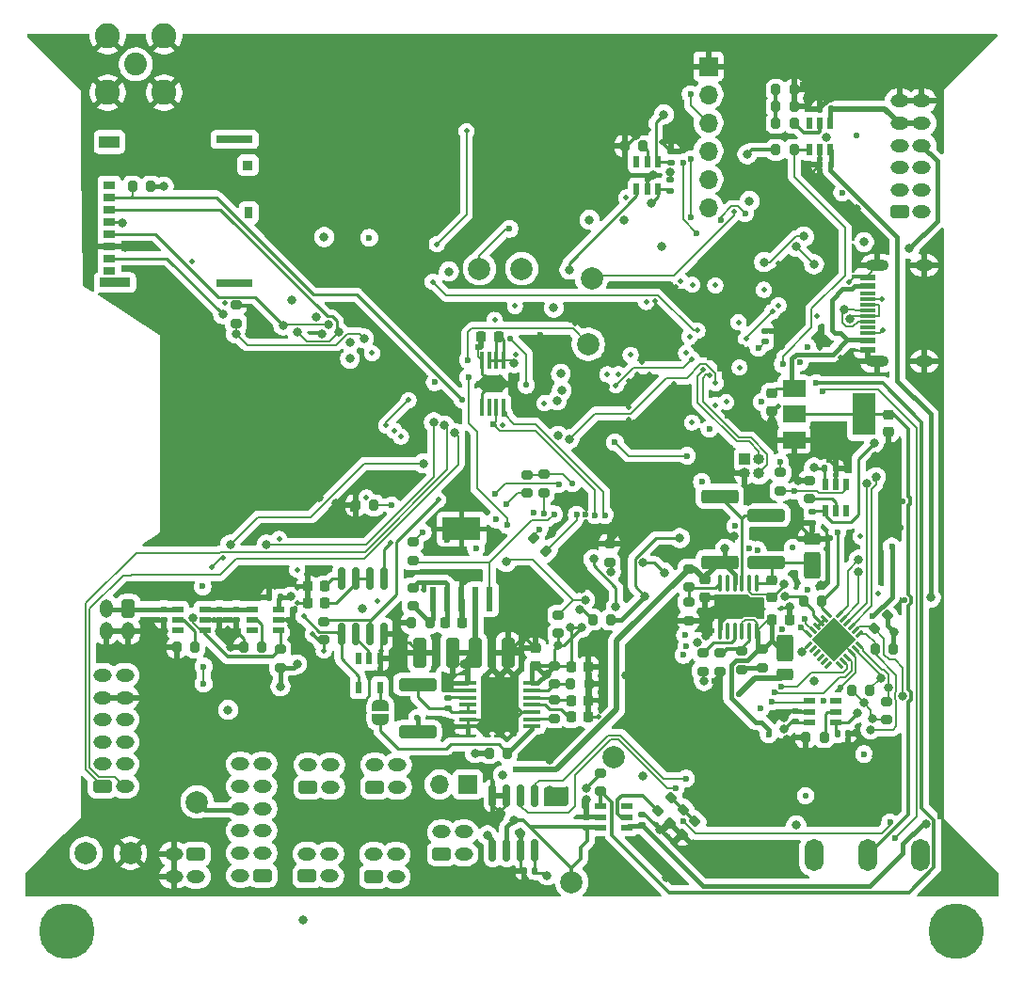
<source format=gbr>
%TF.GenerationSoftware,KiCad,Pcbnew,9.0.0*%
%TF.CreationDate,2025-04-09T19:33:59-07:00*%
%TF.ProjectId,FC_V5a,46435f56-3561-42e6-9b69-6361645f7063,rev?*%
%TF.SameCoordinates,Original*%
%TF.FileFunction,Copper,L4,Bot*%
%TF.FilePolarity,Positive*%
%FSLAX46Y46*%
G04 Gerber Fmt 4.6, Leading zero omitted, Abs format (unit mm)*
G04 Created by KiCad (PCBNEW 9.0.0) date 2025-04-09 19:33:59*
%MOMM*%
%LPD*%
G01*
G04 APERTURE LIST*
G04 Aperture macros list*
%AMRoundRect*
0 Rectangle with rounded corners*
0 $1 Rounding radius*
0 $2 $3 $4 $5 $6 $7 $8 $9 X,Y pos of 4 corners*
0 Add a 4 corners polygon primitive as box body*
4,1,4,$2,$3,$4,$5,$6,$7,$8,$9,$2,$3,0*
0 Add four circle primitives for the rounded corners*
1,1,$1+$1,$2,$3*
1,1,$1+$1,$4,$5*
1,1,$1+$1,$6,$7*
1,1,$1+$1,$8,$9*
0 Add four rect primitives between the rounded corners*
20,1,$1+$1,$2,$3,$4,$5,0*
20,1,$1+$1,$4,$5,$6,$7,0*
20,1,$1+$1,$6,$7,$8,$9,0*
20,1,$1+$1,$8,$9,$2,$3,0*%
%AMRotRect*
0 Rectangle, with rotation*
0 The origin of the aperture is its center*
0 $1 length*
0 $2 width*
0 $3 Rotation angle, in degrees counterclockwise*
0 Add horizontal line*
21,1,$1,$2,0,0,$3*%
%AMFreePoly0*
4,1,23,0.500000,-0.750000,0.000000,-0.750000,0.000000,-0.745722,-0.065263,-0.745722,-0.191342,-0.711940,-0.304381,-0.646677,-0.396677,-0.554381,-0.461940,-0.441342,-0.495722,-0.315263,-0.495722,-0.250000,-0.500000,-0.250000,-0.500000,0.250000,-0.495722,0.250000,-0.495722,0.315263,-0.461940,0.441342,-0.396677,0.554381,-0.304381,0.646677,-0.191342,0.711940,-0.065263,0.745722,0.000000,0.745722,
0.000000,0.750000,0.500000,0.750000,0.500000,-0.750000,0.500000,-0.750000,$1*%
%AMFreePoly1*
4,1,23,0.000000,0.745722,0.065263,0.745722,0.191342,0.711940,0.304381,0.646677,0.396677,0.554381,0.461940,0.441342,0.495722,0.315263,0.495722,0.250000,0.500000,0.250000,0.500000,-0.250000,0.495722,-0.250000,0.495722,-0.315263,0.461940,-0.441342,0.396677,-0.554381,0.304381,-0.646677,0.191342,-0.711940,0.065263,-0.745722,0.000000,-0.745722,0.000000,-0.750000,-0.500000,-0.750000,
-0.500000,0.750000,0.000000,0.750000,0.000000,0.745722,0.000000,0.745722,$1*%
G04 Aperture macros list end*
%TA.AperFunction,ComponentPad*%
%ADD10C,2.000000*%
%TD*%
%TA.AperFunction,ComponentPad*%
%ADD11C,2.050000*%
%TD*%
%TA.AperFunction,ComponentPad*%
%ADD12C,2.250000*%
%TD*%
%TA.AperFunction,ComponentPad*%
%ADD13R,1.700000X1.700000*%
%TD*%
%TA.AperFunction,ComponentPad*%
%ADD14O,1.700000X1.700000*%
%TD*%
%TA.AperFunction,ComponentPad*%
%ADD15C,5.000000*%
%TD*%
%TA.AperFunction,ComponentPad*%
%ADD16RoundRect,0.250000X0.575000X-0.350000X0.575000X0.350000X-0.575000X0.350000X-0.575000X-0.350000X0*%
%TD*%
%TA.AperFunction,ComponentPad*%
%ADD17O,1.650000X1.200000*%
%TD*%
%TA.AperFunction,ComponentPad*%
%ADD18RoundRect,0.250000X-0.575000X0.350000X-0.575000X-0.350000X0.575000X-0.350000X0.575000X0.350000X0*%
%TD*%
%TA.AperFunction,ComponentPad*%
%ADD19C,0.600000*%
%TD*%
%TA.AperFunction,ComponentPad*%
%ADD20R,1.000000X1.000000*%
%TD*%
%TA.AperFunction,ComponentPad*%
%ADD21O,1.000000X1.000000*%
%TD*%
%TA.AperFunction,ComponentPad*%
%ADD22O,1.700000X2.900000*%
%TD*%
%TA.AperFunction,SMDPad,CuDef*%
%ADD23RoundRect,0.200000X0.275000X-0.200000X0.275000X0.200000X-0.275000X0.200000X-0.275000X-0.200000X0*%
%TD*%
%TA.AperFunction,SMDPad,CuDef*%
%ADD24RoundRect,0.200000X-0.275000X0.200000X-0.275000X-0.200000X0.275000X-0.200000X0.275000X0.200000X0*%
%TD*%
%TA.AperFunction,SMDPad,CuDef*%
%ADD25RoundRect,0.225000X-0.250000X0.225000X-0.250000X-0.225000X0.250000X-0.225000X0.250000X0.225000X0*%
%TD*%
%TA.AperFunction,SMDPad,CuDef*%
%ADD26FreePoly0,270.000000*%
%TD*%
%TA.AperFunction,SMDPad,CuDef*%
%ADD27FreePoly1,270.000000*%
%TD*%
%TA.AperFunction,ComponentPad*%
%ADD28RoundRect,0.250000X0.350000X0.575000X-0.350000X0.575000X-0.350000X-0.575000X0.350000X-0.575000X0*%
%TD*%
%TA.AperFunction,ComponentPad*%
%ADD29O,1.200000X1.650000*%
%TD*%
%TA.AperFunction,SMDPad,CuDef*%
%ADD30RoundRect,0.225000X-0.225000X-0.250000X0.225000X-0.250000X0.225000X0.250000X-0.225000X0.250000X0*%
%TD*%
%TA.AperFunction,SMDPad,CuDef*%
%ADD31RoundRect,0.140000X0.170000X-0.140000X0.170000X0.140000X-0.170000X0.140000X-0.170000X-0.140000X0*%
%TD*%
%TA.AperFunction,SMDPad,CuDef*%
%ADD32RoundRect,0.250000X0.325000X1.100000X-0.325000X1.100000X-0.325000X-1.100000X0.325000X-1.100000X0*%
%TD*%
%TA.AperFunction,SMDPad,CuDef*%
%ADD33RoundRect,0.200000X0.335876X0.053033X0.053033X0.335876X-0.335876X-0.053033X-0.053033X-0.335876X0*%
%TD*%
%TA.AperFunction,SMDPad,CuDef*%
%ADD34R,2.000000X1.500000*%
%TD*%
%TA.AperFunction,SMDPad,CuDef*%
%ADD35R,2.000000X3.800000*%
%TD*%
%TA.AperFunction,SMDPad,CuDef*%
%ADD36R,0.550000X1.000000*%
%TD*%
%TA.AperFunction,SMDPad,CuDef*%
%ADD37RoundRect,0.200000X0.053033X-0.335876X0.335876X-0.053033X-0.053033X0.335876X-0.335876X0.053033X0*%
%TD*%
%TA.AperFunction,SMDPad,CuDef*%
%ADD38RoundRect,0.140000X-0.170000X0.140000X-0.170000X-0.140000X0.170000X-0.140000X0.170000X0.140000X0*%
%TD*%
%TA.AperFunction,SMDPad,CuDef*%
%ADD39RotRect,0.782600X0.254800X225.000000*%
%TD*%
%TA.AperFunction,SMDPad,CuDef*%
%ADD40RotRect,0.254800X0.782600X225.000000*%
%TD*%
%TA.AperFunction,SMDPad,CuDef*%
%ADD41RotRect,2.794000X2.794000X225.000000*%
%TD*%
%TA.AperFunction,SMDPad,CuDef*%
%ADD42RoundRect,0.250000X0.500000X-0.950000X0.500000X0.950000X-0.500000X0.950000X-0.500000X-0.950000X0*%
%TD*%
%TA.AperFunction,SMDPad,CuDef*%
%ADD43RoundRect,0.250000X0.500000X-0.275000X0.500000X0.275000X-0.500000X0.275000X-0.500000X-0.275000X0*%
%TD*%
%TA.AperFunction,SMDPad,CuDef*%
%ADD44RoundRect,0.150000X-0.150000X0.825000X-0.150000X-0.825000X0.150000X-0.825000X0.150000X0.825000X0*%
%TD*%
%TA.AperFunction,SMDPad,CuDef*%
%ADD45RoundRect,0.225000X0.225000X0.250000X-0.225000X0.250000X-0.225000X-0.250000X0.225000X-0.250000X0*%
%TD*%
%TA.AperFunction,SMDPad,CuDef*%
%ADD46RoundRect,0.200000X0.200000X0.275000X-0.200000X0.275000X-0.200000X-0.275000X0.200000X-0.275000X0*%
%TD*%
%TA.AperFunction,SMDPad,CuDef*%
%ADD47RoundRect,0.250000X-0.500000X0.950000X-0.500000X-0.950000X0.500000X-0.950000X0.500000X0.950000X0*%
%TD*%
%TA.AperFunction,SMDPad,CuDef*%
%ADD48RoundRect,0.250000X-0.500000X0.275000X-0.500000X-0.275000X0.500000X-0.275000X0.500000X0.275000X0*%
%TD*%
%TA.AperFunction,SMDPad,CuDef*%
%ADD49RoundRect,0.140000X0.140000X0.170000X-0.140000X0.170000X-0.140000X-0.170000X0.140000X-0.170000X0*%
%TD*%
%TA.AperFunction,SMDPad,CuDef*%
%ADD50RoundRect,0.200000X-0.200000X-0.275000X0.200000X-0.275000X0.200000X0.275000X-0.200000X0.275000X0*%
%TD*%
%TA.AperFunction,SMDPad,CuDef*%
%ADD51R,0.600000X1.100000*%
%TD*%
%TA.AperFunction,SMDPad,CuDef*%
%ADD52R,1.000000X0.550000*%
%TD*%
%TA.AperFunction,SMDPad,CuDef*%
%ADD53RoundRect,0.140000X-0.140000X-0.170000X0.140000X-0.170000X0.140000X0.170000X-0.140000X0.170000X0*%
%TD*%
%TA.AperFunction,SMDPad,CuDef*%
%ADD54RoundRect,0.250000X-1.450000X0.312500X-1.450000X-0.312500X1.450000X-0.312500X1.450000X0.312500X0*%
%TD*%
%TA.AperFunction,SMDPad,CuDef*%
%ADD55RoundRect,0.250000X1.425000X-0.362500X1.425000X0.362500X-1.425000X0.362500X-1.425000X-0.362500X0*%
%TD*%
%TA.AperFunction,SMDPad,CuDef*%
%ADD56RoundRect,0.150000X0.150000X-0.825000X0.150000X0.825000X-0.150000X0.825000X-0.150000X-0.825000X0*%
%TD*%
%TA.AperFunction,SMDPad,CuDef*%
%ADD57R,1.100000X0.700000*%
%TD*%
%TA.AperFunction,SMDPad,CuDef*%
%ADD58R,0.930000X0.900000*%
%TD*%
%TA.AperFunction,SMDPad,CuDef*%
%ADD59R,0.780000X1.050000*%
%TD*%
%TA.AperFunction,SMDPad,CuDef*%
%ADD60R,3.330000X0.700000*%
%TD*%
%TA.AperFunction,SMDPad,CuDef*%
%ADD61R,2.800000X0.860000*%
%TD*%
%TA.AperFunction,SMDPad,CuDef*%
%ADD62R,1.830000X1.140000*%
%TD*%
%TA.AperFunction,SMDPad,CuDef*%
%ADD63RoundRect,0.100000X0.687500X0.100000X-0.687500X0.100000X-0.687500X-0.100000X0.687500X-0.100000X0*%
%TD*%
%TA.AperFunction,SMDPad,CuDef*%
%ADD64R,3.400000X5.000000*%
%TD*%
%TA.AperFunction,SMDPad,CuDef*%
%ADD65RoundRect,0.100000X0.100000X-0.625000X0.100000X0.625000X-0.100000X0.625000X-0.100000X-0.625000X0*%
%TD*%
%TA.AperFunction,HeatsinkPad*%
%ADD66R,2.850000X1.650000*%
%TD*%
%TA.AperFunction,SMDPad,CuDef*%
%ADD67RoundRect,0.250000X1.450000X-0.312500X1.450000X0.312500X-1.450000X0.312500X-1.450000X-0.312500X0*%
%TD*%
%TA.AperFunction,SMDPad,CuDef*%
%ADD68R,1.450000X0.600000*%
%TD*%
%TA.AperFunction,SMDPad,CuDef*%
%ADD69R,1.450000X0.300000*%
%TD*%
%TA.AperFunction,ComponentPad*%
%ADD70O,1.600000X1.000000*%
%TD*%
%TA.AperFunction,ComponentPad*%
%ADD71O,2.100000X1.000000*%
%TD*%
%TA.AperFunction,SMDPad,CuDef*%
%ADD72RoundRect,0.250000X-0.325000X-1.100000X0.325000X-1.100000X0.325000X1.100000X-0.325000X1.100000X0*%
%TD*%
%TA.AperFunction,SMDPad,CuDef*%
%ADD73RoundRect,0.100000X0.100000X-0.687500X0.100000X0.687500X-0.100000X0.687500X-0.100000X-0.687500X0*%
%TD*%
%TA.AperFunction,HeatsinkPad*%
%ADD74C,0.500000*%
%TD*%
%TA.AperFunction,HeatsinkPad*%
%ADD75R,1.800000X1.500000*%
%TD*%
%TA.AperFunction,SMDPad,CuDef*%
%ADD76R,0.600000X2.200000*%
%TD*%
%TA.AperFunction,SMDPad,CuDef*%
%ADD77R,3.450000X2.150000*%
%TD*%
%TA.AperFunction,ViaPad*%
%ADD78C,0.800000*%
%TD*%
%TA.AperFunction,ViaPad*%
%ADD79C,0.600000*%
%TD*%
%TA.AperFunction,ViaPad*%
%ADD80C,0.460000*%
%TD*%
%TA.AperFunction,ViaPad*%
%ADD81C,0.560000*%
%TD*%
%TA.AperFunction,Conductor*%
%ADD82C,0.250000*%
%TD*%
%TA.AperFunction,Conductor*%
%ADD83C,0.200000*%
%TD*%
%TA.AperFunction,Conductor*%
%ADD84C,0.400000*%
%TD*%
%TA.AperFunction,Conductor*%
%ADD85C,0.152400*%
%TD*%
%TA.AperFunction,Conductor*%
%ADD86C,0.300000*%
%TD*%
%TA.AperFunction,Conductor*%
%ADD87C,0.500000*%
%TD*%
%TA.AperFunction,Conductor*%
%ADD88C,0.127000*%
%TD*%
%TA.AperFunction,Conductor*%
%ADD89C,0.342392*%
%TD*%
G04 APERTURE END LIST*
D10*
%TO.P,TP17,1,1*%
%TO.N,VBUSP*%
X192700000Y-133600000D03*
%TD*%
%TO.P,TP15,1,1*%
%TO.N,GND*%
X153000000Y-131000000D03*
%TD*%
D11*
%TO.P,J6,1,In*%
%TO.N,RF1_ANT*%
X153500000Y-60000000D03*
D12*
%TO.P,J6,2,Ext*%
%TO.N,GND*%
X150960000Y-57460000D03*
X150960000Y-62540000D03*
X156040000Y-57460000D03*
X156040000Y-62540000D03*
%TD*%
D13*
%TO.P,J13,1,Pin_1*%
%TO.N,VBATT_SENSE*%
X183350000Y-124825000D03*
D14*
%TO.P,J13,2,Pin_2*%
%TO.N,VBatt*%
X180810000Y-124825000D03*
%TD*%
D10*
%TO.P,TP6,1,1*%
%TO.N,Net-(IC3-EVI)*%
X196500000Y-122400000D03*
%TD*%
D15*
%TO.P,H2,1*%
%TO.N,N/C*%
X227300000Y-138000000D03*
%TD*%
D16*
%TO.P,J20,1,Pin_1*%
%TO.N,V_RBF*%
X180999999Y-131100000D03*
D17*
%TO.P,J20,2,Pin_2*%
%TO.N,VBATT_SENSE*%
X183000000Y-131100000D03*
%TO.P,J20,3,Pin_3*%
%TO.N,V_RBF*%
X180999999Y-129099999D03*
%TO.P,J20,4,Pin_4*%
%TO.N,VBATT_SENSE*%
X182999999Y-129100000D03*
%TD*%
D15*
%TO.P,H1,1*%
%TO.N,N/C*%
X147300000Y-138000000D03*
%TD*%
D16*
%TO.P,J7,1,Pin_1*%
%TO.N,VBatt*%
X168900000Y-133075000D03*
D17*
%TO.P,J7,2,Pin_2*%
%TO.N,Net-(J10-Pin_1)*%
X170900001Y-133075000D03*
%TO.P,J7,3,Pin_3*%
%TO.N,VBatt*%
X168900000Y-131074999D03*
%TO.P,J7,4,Pin_4*%
%TO.N,Net-(J10-Pin_3)*%
X170900000Y-131075000D03*
%TD*%
D16*
%TO.P,J17,1,Pin_1*%
%TO.N,Z_GPIO1*%
X150500000Y-125000000D03*
D17*
%TO.P,J17,2,Pin_2*%
%TO.N,Z_GPIO0*%
X152500001Y-125000000D03*
%TO.P,J17,3,Pin_3*%
%TO.N,F4_SDA*%
X150500000Y-122999999D03*
%TO.P,J17,4,Pin_4*%
X152500000Y-123000000D03*
%TO.P,J17,5,Pin_5*%
%TO.N,F4_SCL*%
X150500000Y-121000000D03*
%TO.P,J17,6,Pin_6*%
X152500000Y-120999999D03*
%TO.P,J17,7,Pin_7*%
%TO.N,F4_PWR*%
X150500000Y-119000000D03*
%TO.P,J17,8,Pin_8*%
X152500000Y-119000000D03*
%TO.P,J17,9,Pin_9*%
%TO.N,GND*%
X150500000Y-117000000D03*
%TO.P,J17,10,Pin_10*%
X152500000Y-117000000D03*
%TO.P,J17,11,Pin_11*%
%TO.N,VSOLAR*%
X150500000Y-115000000D03*
%TO.P,J17,12,Pin_12*%
X152500000Y-115000000D03*
%TD*%
D16*
%TO.P,J10,1,Pin_1*%
%TO.N,Net-(J10-Pin_1)*%
X174900000Y-133125000D03*
D17*
%TO.P,J10,2,Pin_2*%
%TO.N,V_RBF*%
X176900001Y-133125000D03*
%TO.P,J10,3,Pin_3*%
%TO.N,Net-(J10-Pin_3)*%
X174900000Y-131124999D03*
%TO.P,J10,4,Pin_4*%
%TO.N,V_RBF*%
X176900000Y-131125000D03*
%TD*%
D10*
%TO.P,TP4,1,1*%
%TO.N,B-*%
X159000000Y-126400000D03*
%TD*%
D18*
%TO.P,J19,1,Pin_1*%
%TO.N,B-*%
X158900000Y-131099999D03*
D17*
%TO.P,J19,2,Pin_2*%
%TO.N,GND*%
X156899999Y-131099999D03*
%TO.P,J19,3,Pin_3*%
%TO.N,B-*%
X158900000Y-133100000D03*
%TO.P,J19,4,Pin_4*%
%TO.N,GND*%
X156900000Y-133099999D03*
%TD*%
D16*
%TO.P,J8,1,Pin_1*%
%TO.N,VBatt*%
X169000000Y-125075000D03*
D17*
%TO.P,J8,2,Pin_2*%
%TO.N,Net-(J29-Pin_1)*%
X171000001Y-125075000D03*
%TO.P,J8,3,Pin_3*%
%TO.N,VBatt*%
X169000000Y-123074999D03*
%TO.P,J8,4,Pin_4*%
%TO.N,Net-(J29-Pin_3)*%
X171000000Y-123075000D03*
%TD*%
D10*
%TO.P,TP2,1,1*%
%TO.N,FC_RESET*%
X194200000Y-85200000D03*
%TD*%
%TO.P,TP8,1,1*%
%TO.N,RF1_IO0*%
X188200000Y-78400000D03*
%TD*%
%TO.P,TP3,1,1*%
%TO.N,3.3V*%
X149000000Y-131000000D03*
%TD*%
D19*
%TO.P,U18,61,GND*%
%TO.N,GND*%
X206080680Y-83474776D03*
X205108408Y-84447048D03*
X204136136Y-85419320D03*
X207052952Y-84447048D03*
X206080680Y-85419320D03*
X205108408Y-86391592D03*
X208025224Y-85419320D03*
X207052952Y-86391592D03*
X206080680Y-87363864D03*
%TD*%
D16*
%TO.P,J29,1,Pin_1*%
%TO.N,Net-(J29-Pin_1)*%
X175000000Y-125075000D03*
D17*
%TO.P,J29,2,Pin_2*%
%TO.N,V_RBF*%
X177000001Y-125075000D03*
%TO.P,J29,3,Pin_3*%
%TO.N,Net-(J29-Pin_3)*%
X175000000Y-123074999D03*
%TO.P,J29,4,Pin_4*%
%TO.N,V_RBF*%
X177000000Y-123075000D03*
%TD*%
D10*
%TO.P,TP7,1,1*%
%TO.N,RF1_IO4*%
X184400000Y-78400000D03*
%TD*%
D20*
%TO.P,J22,1,Pin_1*%
%TO.N,FC_RESET*%
X208275000Y-95550000D03*
D21*
%TO.P,J22,2,Pin_2*%
%TO.N,SWCLK*%
X209545000Y-95550000D03*
%TO.P,J22,3,Pin_3*%
%TO.N,GND*%
X208275000Y-96820000D03*
%TO.P,J22,4,Pin_4*%
%TO.N,SWDIO*%
X209545000Y-96820000D03*
%TD*%
D22*
%TO.P,SW3,1,A*%
%TO.N,3.3V*%
X214500000Y-131200000D03*
%TO.P,SW3,2,B*%
%TO.N,/3v3 Spec*%
X219300000Y-131200000D03*
%TO.P,SW3,3,C*%
%TO.N,unconnected-(SW3-C-Pad3)*%
X224100000Y-131200000D03*
%TD*%
D10*
%TO.P,TP1,1,1*%
%TO.N,USBBOOT*%
X194500000Y-79250000D03*
%TD*%
D16*
%TO.P,J16,1,Pin_1*%
%TO.N,USBBOOT*%
X222200001Y-73300000D03*
D17*
%TO.P,J16,2,Pin_2*%
%TO.N,FC_RESET*%
X224200002Y-73300000D03*
%TO.P,J16,3,Pin_3*%
%TO.N,USB_D+*%
X222200001Y-71299999D03*
%TO.P,J16,4,Pin_4*%
%TO.N,USB_D-*%
X224200001Y-71300000D03*
%TO.P,J16,5,Pin_5*%
%TO.N,SDA0*%
X222200001Y-69300000D03*
%TO.P,J16,6,Pin_6*%
%TO.N,3.3V*%
X224200001Y-69299999D03*
%TO.P,J16,7,Pin_7*%
%TO.N,SCL0*%
X222200001Y-67300000D03*
%TO.P,J16,8,Pin_8*%
%TO.N,Dir_Chrg_In*%
X224200001Y-67300000D03*
%TO.P,J16,9,Pin_9*%
%TO.N,DEPLOY1*%
X222200001Y-65300000D03*
%TO.P,J16,10,Pin_10*%
X224200001Y-65300000D03*
%TO.P,J16,11,Pin_11*%
%TO.N,GND*%
X222200001Y-63300000D03*
%TO.P,J16,12,Pin_12*%
X224200001Y-63300000D03*
%TD*%
D13*
%TO.P,J3,1,Pin_1*%
%TO.N,GND*%
X205000000Y-60190000D03*
D14*
%TO.P,J3,2,Pin_2*%
%TO.N,TX*%
X205000000Y-62730000D03*
%TO.P,J3,3,Pin_3*%
%TO.N,RX*%
X205000000Y-65270000D03*
%TO.P,J3,4,Pin_4*%
%TO.N,SCL0*%
X205000000Y-67810000D03*
%TO.P,J3,5,Pin_5*%
%TO.N,SDA0*%
X205000000Y-70350000D03*
%TO.P,J3,6,Pin_6*%
%TO.N,3.3V*%
X205000000Y-72890000D03*
%TD*%
D23*
%TO.P,R43,1,1*%
%TO.N,Net-(U10-PG)*%
X191131250Y-118875000D03*
%TO.P,R43,2,2*%
%TO.N,Net-(U10-VREG5)*%
X191131250Y-117225000D03*
%TD*%
%TO.P,R71,1,1*%
%TO.N,Net-(IC6-VFB)*%
X203208799Y-107066200D03*
%TO.P,R71,2,2*%
%TO.N,VBATT_SENSE*%
X203208799Y-105416200D03*
%TD*%
D24*
%TO.P,R51,1*%
%TO.N,GND*%
X214062500Y-97450000D03*
%TO.P,R51,2*%
%TO.N,Net-(U21-ILIM)*%
X214062500Y-99100000D03*
%TD*%
D25*
%TO.P,C13,1,1*%
%TO.N,/3v3 Spec*%
X221180000Y-91555000D03*
%TO.P,C13,2,2*%
%TO.N,GND*%
X221180000Y-93105000D03*
%TD*%
D26*
%TO.P,JP2,1,A*%
%TO.N,Net-(JP2-A)*%
X175500000Y-117700002D03*
D27*
%TO.P,JP2,2,B*%
%TO.N,Net-(JP2-B)*%
X175500000Y-119000000D03*
%TD*%
D28*
%TO.P,J21,1,Pin_1*%
%TO.N,Heater Output*%
X152825000Y-109000000D03*
D29*
%TO.P,J21,2,Pin_2*%
%TO.N,GND*%
X152825000Y-111000001D03*
%TO.P,J21,3,Pin_3*%
%TO.N,Heater Output*%
X150824999Y-109000000D03*
%TO.P,J21,4,Pin_4*%
%TO.N,GND*%
X150825000Y-111000000D03*
%TD*%
D30*
%TO.P,C40,1,1*%
%TO.N,Net-(D10-K)*%
X210725000Y-110000000D03*
%TO.P,C40,2,2*%
%TO.N,GND*%
X212275000Y-110000000D03*
%TD*%
D31*
%TO.P,C53,1,1*%
%TO.N,3.3V*%
X212775000Y-119155000D03*
%TO.P,C53,2,2*%
%TO.N,GND*%
X212775000Y-118195000D03*
%TD*%
D32*
%TO.P,C25,1,1*%
%TO.N,VBUSP*%
X181975000Y-112950000D03*
%TO.P,C25,2,2*%
%TO.N,GND*%
X179025000Y-112950000D03*
%TD*%
D33*
%TO.P,R67,1,1*%
%TO.N,3.3V*%
X190408363Y-103808363D03*
%TO.P,R67,2,2*%
%TO.N,~{FACE0_ENABLE}*%
X189241637Y-102641637D03*
%TD*%
D34*
%TO.P,IC2,1,ADJ/GND*%
%TO.N,GND*%
X212700000Y-93800000D03*
%TO.P,IC2,2,OUTPUT*%
%TO.N,/3v3 Spec*%
X212700000Y-91500000D03*
%TO.P,IC2,3,INPUT*%
%TO.N,VBUS*%
X212700000Y-89200000D03*
D35*
%TO.P,IC2,4,VOUT*%
%TO.N,/3v3 Spec*%
X219000000Y-91500000D03*
%TD*%
D36*
%TO.P,U29,1,Input*%
%TO.N,3.3V*%
X200450000Y-71200001D03*
%TO.P,U29,2,GND*%
%TO.N,GND*%
X199500000Y-71200000D03*
%TO.P,U29,3,EN*%
%TO.N,~{PAYLOAD_PWR_ENABLE}*%
X198550000Y-71200001D03*
%TO.P,U29,4,~{Fault}*%
%TO.N,unconnected-(U29-~{Fault}-Pad4)*%
X198550000Y-68799999D03*
%TO.P,U29,5,ILIM*%
%TO.N,Net-(U29-ILIM)*%
X199500000Y-68800000D03*
%TO.P,U29,6,Output*%
%TO.N,PAYLOAD_PWR*%
X200450000Y-68799999D03*
%TD*%
D37*
%TO.P,R81,1,1*%
%TO.N,Net-(U25-ILIM)*%
X200481453Y-127214905D03*
%TO.P,R81,2,2*%
%TO.N,Net-(R81-Pad2)*%
X201648179Y-126048179D03*
%TD*%
D23*
%TO.P,R66,1,1*%
%TO.N,Net-(R65-Pad2)*%
X208000000Y-114475000D03*
%TO.P,R66,2,2*%
%TO.N,Net-(IC6-VIN_REG)*%
X208000000Y-112825000D03*
%TD*%
D38*
%TO.P,C61,1,1*%
%TO.N,/Power Systems/Load Switches/Heater Interstage*%
X161000000Y-109040000D03*
%TO.P,C61,2,2*%
%TO.N,GND*%
X161000000Y-110000000D03*
%TD*%
D25*
%TO.P,C12,1,1*%
%TO.N,VBUS*%
X210700000Y-89625000D03*
%TO.P,C12,2,2*%
%TO.N,GND*%
X210700000Y-91175000D03*
%TD*%
D23*
%TO.P,R38,1,1*%
%TO.N,Net-(U10-VFB)*%
X191131250Y-115775000D03*
%TO.P,R38,2,2*%
%TO.N,3.3V*%
X191131250Y-114125000D03*
%TD*%
D31*
%TO.P,C54,1,1*%
%TO.N,VBUSP*%
X194000000Y-128730000D03*
%TO.P,C54,2,2*%
%TO.N,GND*%
X194000000Y-127770000D03*
%TD*%
D23*
%TO.P,R96,1,1*%
%TO.N,RF2_RX_EN*%
X162500000Y-83325000D03*
%TO.P,R96,2,2*%
%TO.N,GND*%
X162500000Y-81675000D03*
%TD*%
D31*
%TO.P,C27,1,1*%
%TO.N,Net-(U10-SW1)*%
X181600000Y-117980000D03*
%TO.P,C27,2,2*%
%TO.N,Net-(U10-VBST)*%
X181600000Y-117020000D03*
%TD*%
D24*
%TO.P,R63,1*%
%TO.N,/Power Systems/V_RF*%
X178400000Y-107100000D03*
%TO.P,R63,2*%
%TO.N,Net-(U13-SENSE{slash}ADJ)*%
X178400000Y-108750000D03*
%TD*%
D39*
%TO.P,U12,1,SD0*%
%TO.N,F0_SDA*%
X216797153Y-109534628D03*
%TO.P,U12,2,SC0*%
%TO.N,F0_SCL*%
X217150799Y-109888275D03*
%TO.P,U12,3,SD1*%
%TO.N,F1_SDA*%
X217504441Y-110241916D03*
%TO.P,U12,4,SC1*%
%TO.N,F1_SCL*%
X217858084Y-110595559D03*
%TO.P,U12,5,SD2*%
%TO.N,F2_SDA*%
X218211725Y-110949201D03*
%TO.P,U12,6,SC2*%
%TO.N,F2_SCL*%
X218565372Y-111302847D03*
D40*
%TO.P,U12,7,SD3*%
%TO.N,F3_SDA*%
X218565372Y-112297153D03*
%TO.P,U12,8,SC3*%
%TO.N,F3_SCL*%
X218211725Y-112650799D03*
%TO.P,U12,9,GND_2*%
%TO.N,GND*%
X217858084Y-113004441D03*
%TO.P,U12,10,SD4*%
%TO.N,F4_SDA*%
X217504441Y-113358084D03*
%TO.P,U12,11,SC4*%
%TO.N,F4_SCL*%
X217150799Y-113711725D03*
%TO.P,U12,12,SD5*%
%TO.N,unconnected-(U12A-SD5-Pad12)*%
X216797153Y-114065372D03*
D39*
%TO.P,U12,13,SC5*%
%TO.N,unconnected-(U12A-SC5-Pad13)*%
X215802847Y-114065372D03*
%TO.P,U12,14,SD6*%
%TO.N,unconnected-(U12A-SD6-Pad14)*%
X215449201Y-113711725D03*
%TO.P,U12,15,SC6*%
%TO.N,unconnected-(U12A-SC6-Pad15)*%
X215095559Y-113358084D03*
%TO.P,U12,16,SD7*%
%TO.N,unconnected-(U12A-SD7-Pad16)*%
X214741916Y-113004441D03*
%TO.P,U12,17,SC7*%
%TO.N,unconnected-(U12A-SC7-Pad17)*%
X214388275Y-112650799D03*
%TO.P,U12,18,A2*%
%TO.N,3.3V*%
X214034628Y-112297153D03*
D40*
%TO.P,U12,19,SCL*%
%TO.N,SCL1*%
X214034628Y-111302847D03*
%TO.P,U12,20,SDA*%
%TO.N,SDA1*%
X214388275Y-110949201D03*
%TO.P,U12,21,VCC*%
%TO.N,3.3V*%
X214741916Y-110595559D03*
%TO.P,U12,22,A0*%
X215095559Y-110241916D03*
%TO.P,U12,23,A1*%
X215449201Y-109888275D03*
%TO.P,U12,24,RESET*%
%TO.N,~{MUX_RESET}*%
X215802847Y-109534628D03*
D41*
%TO.P,U12,25,GND*%
%TO.N,GND*%
X216300000Y-111800000D03*
%TD*%
D42*
%TO.P,D9,1,K*%
%TO.N,Net-(D10-K)*%
X211900000Y-112550000D03*
D43*
%TO.P,D9,2,A*%
%TO.N,VSOLAR_I*%
X211900000Y-114925000D03*
%TD*%
D38*
%TO.P,C60,1,1*%
%TO.N,/Power Systems/Load Switches/Heater Interstage*%
X162500000Y-109040000D03*
%TO.P,C60,2,2*%
%TO.N,GND*%
X162500000Y-110000000D03*
%TD*%
D44*
%TO.P,U15,1,A1*%
%TO.N,GND*%
X185595000Y-125825000D03*
%TO.P,U15,2,A0*%
X186865000Y-125825000D03*
%TO.P,U15,3,SDA*%
%TO.N,SDA1*%
X188135000Y-125825000D03*
%TO.P,U15,4,SCL*%
%TO.N,SCL1*%
X189405000Y-125825000D03*
%TO.P,U15,5,VS*%
%TO.N,3.3V*%
X189405000Y-130775000D03*
%TO.P,U15,6,GND*%
%TO.N,GND*%
X188135000Y-130775000D03*
%TO.P,U15,7,IN-*%
%TO.N,VBUSP*%
X186865000Y-130775000D03*
%TO.P,U15,8,IN+*%
%TO.N,VBATT_SENSE*%
X185595000Y-130775000D03*
%TD*%
D30*
%TO.P,C36,1,1*%
%TO.N,Net-(U10-SS)*%
X192656250Y-118750000D03*
%TO.P,C36,2,2*%
%TO.N,GND*%
X194206250Y-118750000D03*
%TD*%
D24*
%TO.P,R37,1*%
%TO.N,Net-(JP6-A)*%
X191500000Y-109575000D03*
%TO.P,R37,2*%
%TO.N,3.3V*%
X191500000Y-111225000D03*
%TD*%
D45*
%TO.P,C39,1*%
%TO.N,GND*%
X182875000Y-110300000D03*
%TO.P,C39,2*%
%TO.N,/Power Systems/V_RF*%
X181325000Y-110300000D03*
%TD*%
D46*
%TO.P,R85,1,1*%
%TO.N,~{FIRE_DEPLOY1_B}*%
X212725000Y-67700000D03*
%TO.P,R85,2,2*%
%TO.N,3.3V*%
X211075000Y-67700000D03*
%TD*%
D45*
%TO.P,C46,1,1*%
%TO.N,Net-(U17-CV)*%
X170475000Y-107000000D03*
%TO.P,C46,2,2*%
%TO.N,GND*%
X168925000Y-107000000D03*
%TD*%
D23*
%TO.P,R70,1*%
%TO.N,3.3V*%
X204508800Y-114625000D03*
%TO.P,R70,2*%
%TO.N,~{CHARGE}*%
X204508800Y-112975000D03*
%TD*%
D24*
%TO.P,R89,1*%
%TO.N,3.3V*%
X178425000Y-103000000D03*
%TO.P,R89,2*%
%TO.N,ENAB_RF*%
X178425000Y-104650000D03*
%TD*%
D25*
%TO.P,C42,1,1*%
%TO.N,VBATT_SENSE*%
X204708799Y-106391199D03*
%TO.P,C42,2,2*%
%TO.N,GND*%
X204708799Y-107941199D03*
%TD*%
D47*
%TO.P,D13,1,K*%
%TO.N,Net-(D13-K)*%
X214300000Y-105100000D03*
D48*
%TO.P,D13,2,A*%
%TO.N,GND*%
X214300000Y-102725000D03*
%TD*%
D46*
%TO.P,R56,1,1*%
%TO.N,F3_SCL*%
X219525000Y-116400000D03*
%TO.P,R56,2,2*%
%TO.N,3.3V*%
X217875000Y-116400000D03*
%TD*%
D49*
%TO.P,C58,1,1*%
%TO.N,DEPLOY1*%
X216000000Y-64000000D03*
%TO.P,C58,2,2*%
%TO.N,GND*%
X215040000Y-64000000D03*
%TD*%
D50*
%TO.P,R36,1*%
%TO.N,Net-(U1D-+)*%
X194575000Y-110000000D03*
%TO.P,R36,2*%
%TO.N,WDT_BIAS*%
X196225000Y-110000000D03*
%TD*%
D25*
%TO.P,C41,1,1*%
%TO.N,Net-(D13-K)*%
X210708799Y-106466200D03*
%TO.P,C41,2,2*%
%TO.N,Net-(D12-K)*%
X210708799Y-108016200D03*
%TD*%
D24*
%TO.P,R77,1,1*%
%TO.N,3.3V*%
X188725000Y-96950000D03*
%TO.P,R77,2,2*%
%TO.N,~{FACE4_ENABLE}*%
X188725000Y-98600000D03*
%TD*%
D31*
%TO.P,C80,1,1*%
%TO.N,PAYLOAD_PWR*%
X201635000Y-68835001D03*
%TO.P,C80,2,2*%
%TO.N,GND*%
X201635000Y-67875001D03*
%TD*%
D30*
%TO.P,C37,1,1*%
%TO.N,Net-(U10-VREG5)*%
X192656250Y-117250000D03*
%TO.P,C37,2,2*%
%TO.N,GND*%
X194206250Y-117250000D03*
%TD*%
D51*
%TO.P,U20,1*%
%TO.N,N/C*%
X173550000Y-113500000D03*
%TO.P,U20,2*%
%TO.N,Net-(U17-Q)*%
X174500000Y-113500000D03*
%TO.P,U20,3,GND*%
%TO.N,GND*%
X175450000Y-113500000D03*
%TO.P,U20,4*%
%TO.N,Net-(JP2-A)*%
X175450000Y-116100000D03*
%TO.P,U20,5,VCC*%
%TO.N,RF_VCC*%
X173550000Y-116100000D03*
%TD*%
D24*
%TO.P,R65,1*%
%TO.N,Net-(D10-K)*%
X209875000Y-112650000D03*
%TO.P,R65,2*%
%TO.N,Net-(R65-Pad2)*%
X209875000Y-114300000D03*
%TD*%
D46*
%TO.P,R64,1*%
%TO.N,Net-(U13-SENSE{slash}ADJ)*%
X179925000Y-110300000D03*
%TO.P,R64,2*%
%TO.N,GND*%
X178275000Y-110300000D03*
%TD*%
D52*
%TO.P,U28,1,Input*%
%TO.N,/Power Systems/Load Switches/Heater Interstage*%
X159700001Y-109050000D03*
%TO.P,U28,2,GND*%
%TO.N,GND*%
X159700000Y-110000000D03*
%TO.P,U28,3,EN*%
%TO.N,~{ENABLE_Heater}*%
X159700001Y-110950000D03*
%TO.P,U28,4,~{Fault}*%
%TO.N,unconnected-(U28-~{Fault}-Pad4)*%
X157299999Y-110950000D03*
%TO.P,U28,5,ILIM*%
%TO.N,Net-(U28-ILIM)*%
X157300000Y-110000000D03*
%TO.P,U28,6,Output*%
%TO.N,Heater Output*%
X157299999Y-109050000D03*
%TD*%
D38*
%TO.P,C48,1,1*%
%TO.N,F1_PWR*%
X214362499Y-100295000D03*
%TO.P,C48,2,2*%
%TO.N,GND*%
X214362499Y-101255000D03*
%TD*%
D31*
%TO.P,C79,1,1*%
%TO.N,3.3V*%
X201585001Y-71385001D03*
%TO.P,C79,2,2*%
%TO.N,GND*%
X201585001Y-70425001D03*
%TD*%
D23*
%TO.P,R84,1,1*%
%TO.N,~{FIRE_DEPLOY1_A}*%
X195300000Y-125425000D03*
%TO.P,R84,2,2*%
%TO.N,3.3V*%
X195300000Y-123775000D03*
%TD*%
D46*
%TO.P,R40,1,1*%
%TO.N,GND*%
X194256250Y-115750000D03*
%TO.P,R40,2,2*%
%TO.N,Net-(U10-VFB)*%
X192606250Y-115750000D03*
%TD*%
D23*
%TO.P,R74,1,1*%
%TO.N,GND*%
X203208799Y-110066200D03*
%TO.P,R74,2,2*%
%TO.N,Net-(IC6-VFB)*%
X203208799Y-108416200D03*
%TD*%
D24*
%TO.P,R59,1,1*%
%TO.N,F3_SDA*%
X221000000Y-117375000D03*
%TO.P,R59,2,2*%
%TO.N,3.3V*%
X221000000Y-119025000D03*
%TD*%
D36*
%TO.P,U26,1,Input*%
%TO.N,/Power Systems/Load Switches/Burnwire Interstage*%
X215970000Y-67700001D03*
%TO.P,U26,2,GND*%
%TO.N,GND*%
X215020000Y-67700000D03*
%TO.P,U26,3,EN*%
%TO.N,~{FIRE_DEPLOY1_B}*%
X214070000Y-67700001D03*
%TO.P,U26,4,~{Fault}*%
%TO.N,unconnected-(U26-~{Fault}-Pad4)*%
X214070000Y-65299999D03*
%TO.P,U26,5,ILIM*%
%TO.N,Net-(U26-ILIM)*%
X215020000Y-65300000D03*
%TO.P,U26,6,Output*%
%TO.N,DEPLOY1*%
X215970000Y-65299999D03*
%TD*%
D53*
%TO.P,C55,1,1*%
%TO.N,F3_PWR*%
X216595000Y-120275000D03*
%TO.P,C55,2,2*%
%TO.N,GND*%
X217555000Y-120275000D03*
%TD*%
D37*
%TO.P,R83,1,1*%
%TO.N,GND*%
X201559791Y-128257888D03*
%TO.P,R83,2,2*%
%TO.N,Net-(R81-Pad2)*%
X202726517Y-127091162D03*
%TD*%
D54*
%TO.P,L1,1,1*%
%TO.N,Net-(U10-SW1)*%
X178831250Y-115812500D03*
%TO.P,L1,2,2*%
%TO.N,3.3V*%
X178831250Y-120087500D03*
%TD*%
D50*
%TO.P,R124,1*%
%TO.N,VBUSP*%
X185275000Y-122000000D03*
%TO.P,R124,2*%
%TO.N,Net-(JP2-B)*%
X186925000Y-122000000D03*
%TD*%
D55*
%TO.P,R75,1,1*%
%TO.N,VBATT_SENSE*%
X206008799Y-104803700D03*
%TO.P,R75,2,2*%
%TO.N,Net-(IC6-SENSE)*%
X206008799Y-98878700D03*
%TD*%
D52*
%TO.P,U27,1,Input*%
%TO.N,VBUSP*%
X166350001Y-109050000D03*
%TO.P,U27,2,GND*%
%TO.N,GND*%
X166350000Y-110000000D03*
%TO.P,U27,3,EN*%
%TO.N,~{ENABLE_Heater}*%
X166350001Y-110950000D03*
%TO.P,U27,4,~{Fault}*%
%TO.N,unconnected-(U27-~{Fault}-Pad4)*%
X163949999Y-110950000D03*
%TO.P,U27,5,ILIM*%
%TO.N,Net-(U27-ILIM)*%
X163950000Y-110000000D03*
%TO.P,U27,6,Output*%
%TO.N,/Power Systems/Load Switches/Heater Interstage*%
X163949999Y-109050000D03*
%TD*%
D23*
%TO.P,R69,1,1*%
%TO.N,GND*%
X206058799Y-114625000D03*
%TO.P,R69,2,2*%
%TO.N,Net-(IC6-VIN_REG)*%
X206058799Y-112975000D03*
%TD*%
D45*
%TO.P,C45,1,1*%
%TO.N,Net-(U17-DIS)*%
X170500000Y-108500000D03*
%TO.P,C45,2,2*%
%TO.N,GND*%
X168950000Y-108500000D03*
%TD*%
D31*
%TO.P,C76,1*%
%TO.N,3.3V*%
X210100000Y-84980000D03*
%TO.P,C76,2*%
%TO.N,GND*%
X210100000Y-84020000D03*
%TD*%
D53*
%TO.P,C30,1,1*%
%TO.N,GND*%
X188420000Y-132600000D03*
%TO.P,C30,2,2*%
%TO.N,3.3V*%
X189380000Y-132600000D03*
%TD*%
D45*
%TO.P,C43,1*%
%TO.N,3.3V*%
X186125000Y-84524999D03*
%TO.P,C43,2*%
%TO.N,GND*%
X184575000Y-84524999D03*
%TD*%
D24*
%TO.P,R42,1,1*%
%TO.N,VBUS_RESET*%
X170400000Y-110175000D03*
%TO.P,R42,2,2*%
%TO.N,3.3V*%
X170400000Y-111825000D03*
%TD*%
D56*
%TO.P,U17,1,GND*%
%TO.N,GND*%
X175805000Y-111275000D03*
%TO.P,U17,2,TR*%
%TO.N,VBUS_RESET*%
X174535000Y-111275000D03*
%TO.P,U17,3,Q*%
%TO.N,Net-(U17-Q)*%
X173265000Y-111275000D03*
%TO.P,U17,4,R*%
%TO.N,RF_VCC*%
X171995000Y-111275000D03*
%TO.P,U17,5,CV*%
%TO.N,Net-(U17-CV)*%
X171995000Y-106325000D03*
%TO.P,U17,6,THR*%
%TO.N,Net-(U17-DIS)*%
X173265000Y-106325000D03*
%TO.P,U17,7,DIS*%
X174535000Y-106325000D03*
%TO.P,U17,8,VCC*%
%TO.N,RF_VCC*%
X175805000Y-106325000D03*
%TD*%
D53*
%TO.P,C47,1,1*%
%TO.N,3.3V*%
X215482499Y-96375001D03*
%TO.P,C47,2,2*%
%TO.N,GND*%
X216442499Y-96375001D03*
%TD*%
D50*
%TO.P,R50,1*%
%TO.N,GND*%
X197485001Y-67355001D03*
%TO.P,R50,2*%
%TO.N,Net-(U29-ILIM)*%
X199135001Y-67355001D03*
%TD*%
D24*
%TO.P,R68,1,1*%
%TO.N,3.3V*%
X211475000Y-96750000D03*
%TO.P,R68,2,2*%
%TO.N,~{FACE1_ENABLE}*%
X211475000Y-98400000D03*
%TD*%
D57*
%TO.P,J4,1,DAT2*%
%TO.N,unconnected-(J4-DAT2-Pad1)*%
X151110000Y-70870000D03*
%TO.P,J4,2,CD/DAT3*%
%TO.N,SPI1_CS1*%
X151110000Y-71970000D03*
%TO.P,J4,3,CMD*%
%TO.N,SPI1_MOSI*%
X151110000Y-73070000D03*
%TO.P,J4,4,VDD*%
%TO.N,3.3V*%
X151110000Y-74170000D03*
%TO.P,J4,5,CLK*%
%TO.N,SPI1_SCK*%
X151110000Y-75270000D03*
%TO.P,J4,6,VSS*%
%TO.N,GND*%
X151110000Y-76370000D03*
%TO.P,J4,7,DAT0*%
%TO.N,SPI1_MISO*%
X151110000Y-77470000D03*
%TO.P,J4,8,DAT1*%
%TO.N,unconnected-(J4-DAT1-Pad8)*%
X151110000Y-78570000D03*
D58*
%TO.P,J4,9,DETECT_LEVER*%
%TO.N,unconnected-(J4-DETECT_LEVER-Pad9)*%
X163575000Y-69080000D03*
D59*
%TO.P,J4,10,DETECT_SWITCH*%
%TO.N,unconnected-(J4-DETECT_SWITCH-Pad10)*%
X163650000Y-73345000D03*
D60*
%TO.P,J4,11*%
%TO.N,N/C*%
X162375000Y-79730000D03*
D61*
%TO.P,J4,12*%
X151610000Y-79650000D03*
D62*
%TO.P,J4,13*%
X151125000Y-66990000D03*
D60*
%TO.P,J4,14*%
X162375000Y-66770000D03*
%TD*%
D46*
%TO.P,R87,1,1*%
%TO.N,GND*%
X212725000Y-63800000D03*
%TO.P,R87,2,2*%
%TO.N,Net-(R86-Pad2)*%
X211075000Y-63800000D03*
%TD*%
D31*
%TO.P,C57,1,1*%
%TO.N,/Power Systems/Load Switches/Burnwire Interstage*%
X199000000Y-128480000D03*
%TO.P,C57,2,2*%
%TO.N,GND*%
X199000000Y-127520000D03*
%TD*%
D25*
%TO.P,C15,1,1*%
%TO.N,GND*%
X189431250Y-112575000D03*
%TO.P,C15,2,2*%
%TO.N,3.3V*%
X189431250Y-114125000D03*
%TD*%
D63*
%TO.P,U10,1,VO*%
%TO.N,3.3V*%
X189093750Y-115700000D03*
%TO.P,U10,2,VFB*%
%TO.N,Net-(U10-VFB)*%
X189093750Y-116350000D03*
%TO.P,U10,3,VREG5*%
%TO.N,Net-(U10-VREG5)*%
X189093750Y-117000000D03*
%TO.P,U10,4,SS*%
%TO.N,Net-(U10-SS)*%
X189093750Y-117650000D03*
%TO.P,U10,5,GND*%
%TO.N,GND*%
X189093750Y-118300000D03*
%TO.P,U10,6,PG*%
%TO.N,Net-(U10-PG)*%
X189093750Y-118950000D03*
%TO.P,U10,7,EN*%
%TO.N,Net-(JP2-B)*%
X189093750Y-119600000D03*
%TO.P,U10,8,PGND1*%
%TO.N,GND*%
X183368750Y-119600000D03*
%TO.P,U10,9,PGND2*%
X183368750Y-118950000D03*
%TO.P,U10,10,SW1*%
%TO.N,Net-(U10-SW1)*%
X183368750Y-118300000D03*
%TO.P,U10,11,SW2*%
X183368750Y-117650000D03*
%TO.P,U10,12,VBST*%
%TO.N,Net-(U10-VBST)*%
X183368750Y-117000000D03*
%TO.P,U10,13,VIN*%
%TO.N,VBUSP*%
X183368750Y-116350000D03*
%TO.P,U10,14,VCC*%
X183368750Y-115700000D03*
D19*
%TO.P,U10,15,EPAD*%
%TO.N,GND*%
X187531250Y-120250000D03*
X187531250Y-118950000D03*
X187531250Y-117650000D03*
X187531250Y-116350000D03*
X187531250Y-115050000D03*
X186231250Y-120250000D03*
X186231250Y-118950000D03*
X186231250Y-117650000D03*
D64*
X186231250Y-117650000D03*
D19*
X186231250Y-116350000D03*
X186231250Y-115050000D03*
X184931250Y-120250000D03*
X184931250Y-118950000D03*
X184931250Y-117650000D03*
X184931250Y-116350000D03*
X184931250Y-115050000D03*
%TD*%
D24*
%TO.P,R78,1,1*%
%TO.N,3.3V*%
X190200000Y-96925000D03*
%TO.P,R78,2,2*%
%TO.N,~{FACE3_ENABLE}*%
X190200000Y-98575000D03*
%TD*%
D65*
%TO.P,IC6,1,VIN*%
%TO.N,Net-(D10-K)*%
X209323799Y-111001200D03*
%TO.P,IC6,2,VIN_REG*%
%TO.N,Net-(IC6-VIN_REG)*%
X208673800Y-111001200D03*
%TO.P,IC6,3,~{SHDN}*%
%TO.N,Net-(D10-K)*%
X208023799Y-111001200D03*
%TO.P,IC6,4,~{CHRG}*%
%TO.N,~{CHARGE}*%
X207373799Y-111001200D03*
%TO.P,IC6,5,~{FAULT}*%
%TO.N,unconnected-(IC6-~{FAULT}-Pad5)*%
X206723798Y-111001200D03*
%TO.P,IC6,6,TIMER*%
%TO.N,GND*%
X206073799Y-111001200D03*
%TO.P,IC6,7,VFB*%
%TO.N,Net-(IC6-VFB)*%
X206073799Y-106701200D03*
%TO.P,IC6,8,NTC*%
%TO.N,unconnected-(IC6-NTC-Pad8)*%
X206723798Y-106701200D03*
%TO.P,IC6,9,BAT*%
%TO.N,VBATT_SENSE*%
X207373799Y-106701200D03*
%TO.P,IC6,10,SENSE*%
%TO.N,Net-(IC6-SENSE)*%
X208023799Y-106701200D03*
%TO.P,IC6,11,BOOST*%
%TO.N,Net-(D12-K)*%
X208673800Y-106701200D03*
%TO.P,IC6,12,SW*%
%TO.N,Net-(D13-K)*%
X209323799Y-106701200D03*
D66*
%TO.P,IC6,13,EP*%
%TO.N,GND*%
X207698799Y-108851200D03*
%TD*%
D45*
%TO.P,C16,1,1*%
%TO.N,GND*%
X194206250Y-114250000D03*
%TO.P,C16,2,2*%
%TO.N,3.3V*%
X192656250Y-114250000D03*
%TD*%
D23*
%TO.P,R79,1,1*%
%TO.N,3.3V*%
X166500000Y-114325000D03*
%TO.P,R79,2,2*%
%TO.N,~{ENABLE_Heater}*%
X166500000Y-112675000D03*
%TD*%
D37*
%TO.P,R82,1,1*%
%TO.N,GND*%
X202620451Y-129318548D03*
%TO.P,R82,2,2*%
%TO.N,Net-(R81-Pad2)*%
X203787177Y-128151822D03*
%TD*%
%TO.P,R60,1,1*%
%TO.N,F2_SDA*%
X219916637Y-110783363D03*
%TO.P,R60,2,2*%
%TO.N,3.3V*%
X221083363Y-109616637D03*
%TD*%
D50*
%TO.P,R54,1*%
%TO.N,GND*%
X157174999Y-112500000D03*
%TO.P,R54,2*%
%TO.N,Net-(U28-ILIM)*%
X158824999Y-112500000D03*
%TD*%
D67*
%TO.P,L2,1,1*%
%TO.N,Net-(D13-K)*%
X210208799Y-104878700D03*
%TO.P,L2,2,2*%
%TO.N,Net-(IC6-SENSE)*%
X210208799Y-100603700D03*
%TD*%
D46*
%TO.P,R86,1,1*%
%TO.N,GND*%
X212725000Y-62290000D03*
%TO.P,R86,2,2*%
%TO.N,Net-(R86-Pad2)*%
X211075000Y-62290000D03*
%TD*%
D68*
%TO.P,J12,A1,GND*%
%TO.N,GND*%
X219305000Y-79170000D03*
%TO.P,J12,A4,VBUS*%
%TO.N,VBUS*%
X219305000Y-79969999D03*
D69*
%TO.P,J12,A5,CC1*%
%TO.N,Net-(J12-CC1)*%
X219305001Y-81170000D03*
%TO.P,J12,A6,D+*%
%TO.N,USB_D+*%
X219305000Y-82170000D03*
%TO.P,J12,A7,D-*%
%TO.N,USB_D-*%
X219305000Y-82670000D03*
%TO.P,J12,A8,SBU1*%
%TO.N,unconnected-(J12-SBU1-PadA8)*%
X219305001Y-83670000D03*
D68*
%TO.P,J12,A9,VBUS*%
%TO.N,VBUS*%
X219305000Y-84870001D03*
%TO.P,J12,A12,GND*%
%TO.N,GND*%
X219305000Y-85670000D03*
%TO.P,J12,B1,GND*%
X219305000Y-85670000D03*
%TO.P,J12,B4,VBUS*%
%TO.N,VBUS*%
X219305000Y-84870001D03*
D69*
%TO.P,J12,B5,CC2*%
%TO.N,Net-(J12-CC2)*%
X219305000Y-84170000D03*
%TO.P,J12,B6,D+*%
%TO.N,USB_D+*%
X219305000Y-83170000D03*
%TO.P,J12,B7,D-*%
%TO.N,USB_D-*%
X219305000Y-81670000D03*
%TO.P,J12,B8,SBU2*%
%TO.N,unconnected-(J12-SBU2-PadB8)*%
X219305000Y-80670000D03*
D68*
%TO.P,J12,B9,VBUS*%
%TO.N,VBUS*%
X219305000Y-79969999D03*
%TO.P,J12,B12,GND*%
%TO.N,GND*%
X219305000Y-79170000D03*
D70*
%TO.P,J12,S1,SHIELD*%
X224400000Y-78100000D03*
D71*
X220220000Y-78100000D03*
D70*
X224400000Y-86740000D03*
D71*
X220220000Y-86740000D03*
%TD*%
D72*
%TO.P,C19,1,1*%
%TO.N,VBUSP*%
X184025000Y-112950000D03*
%TO.P,C19,2,2*%
%TO.N,GND*%
X186975000Y-112950000D03*
%TD*%
D50*
%TO.P,R11,1,1*%
%TO.N,SPI1_CS1*%
X153175000Y-71000000D03*
%TO.P,R11,2,2*%
%TO.N,3.3V*%
X154825000Y-71000000D03*
%TD*%
D49*
%TO.P,C59,1,1*%
%TO.N,VBUSP*%
X166480000Y-108000000D03*
%TO.P,C59,2,2*%
%TO.N,GND*%
X165520000Y-108000000D03*
%TD*%
%TO.P,C56,1,1*%
%TO.N,/Power Systems/Load Switches/Burnwire Interstage*%
X216000000Y-69000000D03*
%TO.P,C56,2,2*%
%TO.N,GND*%
X215040000Y-69000000D03*
%TD*%
D36*
%TO.P,U21,1,Input*%
%TO.N,3.3V*%
X215512499Y-97775000D03*
%TO.P,U21,2,GND*%
%TO.N,GND*%
X216462499Y-97775000D03*
%TO.P,U21,3,EN*%
%TO.N,~{FACE1_ENABLE}*%
X217412499Y-97775000D03*
%TO.P,U21,4,~{Fault}*%
%TO.N,unconnected-(U21-~{Fault}-Pad4)*%
X217412499Y-100175000D03*
%TO.P,U21,5,ILIM*%
%TO.N,Net-(U21-ILIM)*%
X216462499Y-100175000D03*
%TO.P,U21,6,Output*%
%TO.N,F1_PWR*%
X215512499Y-100175000D03*
%TD*%
D23*
%TO.P,R20,1*%
%TO.N,/Watchdog Circuit/WDT-VP*%
X196100000Y-104825000D03*
%TO.P,R20,2*%
%TO.N,GND*%
X196100000Y-103175000D03*
%TD*%
D73*
%TO.P,U16,1,SDA*%
%TO.N,SDA1*%
X186575000Y-90862500D03*
%TO.P,U16,2,SCL*%
%TO.N,SCL1*%
X185925000Y-90862500D03*
%TO.P,U16,3,Alert*%
%TO.N,unconnected-(U16-Alert-Pad3)*%
X185275000Y-90862500D03*
%TO.P,U16,4,GND*%
%TO.N,GND*%
X184625000Y-90862500D03*
%TO.P,U16,5,A2*%
X184625000Y-86637500D03*
%TO.P,U16,6,A1*%
%TO.N,3.3V*%
X185275000Y-86637500D03*
%TO.P,U16,7,A0*%
X185925000Y-86637500D03*
%TO.P,U16,8,VDD*%
X186575000Y-86637500D03*
D74*
%TO.P,U16,9,EP/GND*%
%TO.N,GND*%
X184950000Y-89300000D03*
X186250000Y-89300000D03*
D75*
X185600000Y-88750000D03*
D74*
X184950000Y-88200000D03*
X186250000Y-88200000D03*
%TD*%
D16*
%TO.P,J14,1,Pin_1*%
%TO.N,VBatt*%
X164900000Y-133000000D03*
D17*
%TO.P,J14,2,Pin_2*%
%TO.N,B-*%
X162899999Y-133000000D03*
%TO.P,J14,3,Pin_3*%
%TO.N,VBatt*%
X164900000Y-130999999D03*
%TO.P,J14,4,Pin_4*%
%TO.N,B-*%
X162900000Y-131000000D03*
%TO.P,J14,5,Pin_5*%
%TO.N,VBatt*%
X164900000Y-129000000D03*
%TO.P,J14,6,Pin_6*%
%TO.N,B-*%
X162900000Y-128999999D03*
%TO.P,J14,7,Pin_7*%
%TO.N,VBatt*%
X164900000Y-127000000D03*
%TO.P,J14,8,Pin_8*%
%TO.N,B-*%
X162900000Y-127000000D03*
%TO.P,J14,9,Pin_9*%
%TO.N,VBatt*%
X164900000Y-125000000D03*
%TO.P,J14,10,Pin_10*%
%TO.N,B-*%
X162900000Y-125000000D03*
%TO.P,J14,11,Pin_11*%
%TO.N,VBatt*%
X164900000Y-123000000D03*
%TO.P,J14,12,Pin_12*%
%TO.N,B-*%
X162900000Y-123000000D03*
%TD*%
D52*
%TO.P,U24,1,Input*%
%TO.N,3.3V*%
X214075000Y-119225000D03*
%TO.P,U24,2,GND*%
%TO.N,GND*%
X214075000Y-118275000D03*
%TO.P,U24,3,EN*%
%TO.N,~{FACE3_ENABLE}*%
X214075000Y-117325000D03*
%TO.P,U24,4,~{Fault}*%
%TO.N,unconnected-(U24-~{Fault}-Pad4)*%
X216475000Y-117325000D03*
%TO.P,U24,5,ILIM*%
%TO.N,Net-(U24-ILIM)*%
X216475000Y-118275000D03*
%TO.P,U24,6,Output*%
%TO.N,F3_PWR*%
X216475000Y-119225000D03*
%TD*%
D50*
%TO.P,R49,1*%
%TO.N,GND*%
X213750000Y-120575000D03*
%TO.P,R49,2*%
%TO.N,Net-(U24-ILIM)*%
X215400000Y-120575000D03*
%TD*%
D46*
%TO.P,R95,1,1*%
%TO.N,RF2_TX_EN*%
X174925000Y-99700000D03*
%TO.P,R95,2,2*%
%TO.N,GND*%
X173275000Y-99700000D03*
%TD*%
D76*
%TO.P,U13,1,~{SHDN}*%
%TO.N,ENAB_RF*%
X185340000Y-108137500D03*
%TO.P,U13,2,IN*%
%TO.N,VBUSP*%
X184070000Y-108137500D03*
%TO.P,U13,3,GND_1*%
%TO.N,GND*%
X182800000Y-108137500D03*
%TO.P,U13,4,OUT*%
%TO.N,/Power Systems/V_RF*%
X181530000Y-108137500D03*
%TO.P,U13,5,SENSE/ADJ*%
%TO.N,Net-(U13-SENSE{slash}ADJ)*%
X180260000Y-108137500D03*
D77*
%TO.P,U13,6,GND_2*%
%TO.N,GND*%
X182800000Y-101837500D03*
%TD*%
D50*
%TO.P,R53,1,1*%
%TO.N,F2_SCL*%
X219975000Y-112600000D03*
%TO.P,R53,2,2*%
%TO.N,3.3V*%
X221625000Y-112600000D03*
%TD*%
D38*
%TO.P,C62,1,1*%
%TO.N,Heater Output*%
X156000000Y-109040000D03*
%TO.P,C62,2,2*%
%TO.N,GND*%
X156000000Y-110000000D03*
%TD*%
D50*
%TO.P,R15,1*%
%TO.N,3.3V*%
X213575000Y-108300000D03*
%TO.P,R15,2*%
%TO.N,~{MUX_RESET}*%
X215225000Y-108300000D03*
%TD*%
D52*
%TO.P,U25,1,Input*%
%TO.N,VBUSP*%
X195299999Y-128700000D03*
%TO.P,U25,2,GND*%
%TO.N,GND*%
X195300000Y-127750000D03*
%TO.P,U25,3,EN*%
%TO.N,~{FIRE_DEPLOY1_A}*%
X195299999Y-126800000D03*
%TO.P,U25,4,~{Fault}*%
%TO.N,unconnected-(U25-~{Fault}-Pad4)*%
X197700001Y-126800000D03*
%TO.P,U25,5,ILIM*%
%TO.N,Net-(U25-ILIM)*%
X197700000Y-127750000D03*
%TO.P,U25,6,Output*%
%TO.N,/Power Systems/Load Switches/Burnwire Interstage*%
X197700001Y-128700000D03*
%TD*%
D50*
%TO.P,R55,1*%
%TO.N,GND*%
X163175000Y-112500000D03*
%TO.P,R55,2*%
%TO.N,Net-(U27-ILIM)*%
X164825000Y-112500000D03*
%TD*%
D46*
%TO.P,R88,1,1*%
%TO.N,Net-(U26-ILIM)*%
X212725000Y-65300000D03*
%TO.P,R88,2,2*%
%TO.N,Net-(R86-Pad2)*%
X211075000Y-65300000D03*
%TD*%
D78*
%TO.N,GND*%
X197599998Y-115000001D03*
D79*
X204598846Y-103160000D03*
D78*
X158000000Y-99000000D03*
X177025000Y-112075000D03*
X201974999Y-115000002D03*
D80*
X215000000Y-85505000D03*
D81*
X220325000Y-125775000D03*
D78*
X194000000Y-126200003D03*
D80*
X175600000Y-112780000D03*
D79*
X201000000Y-61400000D03*
D80*
X216845478Y-86345478D03*
D79*
X159110000Y-58990000D03*
X216300000Y-112700000D03*
D78*
X193900000Y-60000000D03*
D80*
X197800000Y-89700000D03*
D78*
X162000000Y-99000000D03*
X168000000Y-99000000D03*
X220000000Y-95300000D03*
D79*
X205808799Y-108841200D03*
D78*
X167000000Y-88000000D03*
X204806250Y-111450000D03*
D80*
X168000000Y-108500000D03*
X200400000Y-93500000D03*
D78*
X200000000Y-70000000D03*
X200600246Y-128900000D03*
X201144975Y-122944975D03*
D80*
X199500000Y-93500000D03*
X195131250Y-117250000D03*
X217660190Y-79598854D03*
D78*
X161000000Y-111000000D03*
X211775000Y-118775000D03*
D79*
X164430000Y-59240000D03*
D80*
X198600000Y-87900000D03*
D81*
X216300000Y-111800000D03*
D80*
X193000000Y-83300000D03*
D78*
X201074998Y-115000001D03*
D79*
X195875000Y-89000000D03*
D78*
X170000000Y-99000000D03*
D80*
X199600000Y-65900000D03*
X200800000Y-67000000D03*
D79*
X193100000Y-87100000D03*
X173000000Y-100000000D03*
D78*
X212100000Y-121745000D03*
D79*
X158100000Y-60800000D03*
D80*
X212400000Y-83500000D03*
D78*
X167000000Y-99000000D03*
D79*
X181500000Y-102800000D03*
D78*
X218200000Y-87000000D03*
X190699998Y-122649999D03*
D80*
X168000000Y-107100000D03*
D78*
X220100000Y-122250000D03*
X157000000Y-99000000D03*
X209900000Y-75400000D03*
D79*
X172300000Y-101200000D03*
D78*
X213100000Y-97500000D03*
X162300000Y-119600000D03*
D80*
X211300000Y-77900000D03*
D78*
X190699999Y-121749999D03*
D80*
X197800000Y-92000000D03*
D79*
X193975000Y-100525000D03*
X163700000Y-102800000D03*
X175000000Y-72000000D03*
D80*
X211600000Y-85474739D03*
D79*
X179600000Y-74000000D03*
D78*
X160000000Y-99000000D03*
X161000000Y-88000000D03*
X155900000Y-116700000D03*
D80*
X201400000Y-93300000D03*
X198600000Y-93500000D03*
D79*
X156700000Y-119400000D03*
D78*
X167500000Y-110500000D03*
D79*
X164550000Y-61340000D03*
X205808799Y-108041199D03*
X202200000Y-66400000D03*
X184325000Y-85450000D03*
X158020000Y-58980000D03*
D78*
X212090000Y-120774002D03*
D80*
X202039699Y-80060301D03*
X197800000Y-90900000D03*
X156700000Y-69500000D03*
D78*
X181931250Y-119650000D03*
X212300000Y-108800000D03*
D79*
X209552128Y-108278599D03*
D78*
X164000000Y-99000000D03*
X209000000Y-121775000D03*
D79*
X164510000Y-60360000D03*
D78*
X168800000Y-65300000D03*
X209000001Y-125150000D03*
D79*
X215875001Y-95613945D03*
D78*
X156000000Y-112500000D03*
D79*
X205808799Y-109641200D03*
D78*
X198499999Y-115000002D03*
X210800000Y-93800000D03*
X218300000Y-73000000D03*
X169000000Y-99000000D03*
X170000000Y-88000000D03*
D80*
X189950000Y-85580000D03*
X195200000Y-83400000D03*
D78*
X190906250Y-102250000D03*
D80*
X200235675Y-81306200D03*
D78*
X213100000Y-101400000D03*
X201526643Y-69715001D03*
D79*
X225870000Y-112500000D03*
D78*
X214000000Y-70000000D03*
D80*
X195231250Y-114250000D03*
D78*
X169000000Y-88000000D03*
D80*
X183100000Y-106500000D03*
D79*
X205500000Y-115500000D03*
D80*
X218100000Y-103462500D03*
D78*
X193606250Y-107225000D03*
X215100000Y-106900000D03*
D79*
X225870000Y-127687314D03*
D78*
X216000000Y-63000000D03*
X163000000Y-99000000D03*
X199100000Y-120900000D03*
X166000000Y-99000000D03*
D80*
X211269998Y-90800000D03*
D78*
X217900000Y-122800000D03*
X163750000Y-84250000D03*
D79*
X207175000Y-108700000D03*
D80*
X185800000Y-82100000D03*
D79*
X213500000Y-61800000D03*
D78*
X162000000Y-88000000D03*
D80*
X177200000Y-110300000D03*
D79*
X212725000Y-61375000D03*
D80*
X205900000Y-77570000D03*
D78*
X188100000Y-129300000D03*
X162000000Y-112500000D03*
X197674998Y-133200000D03*
D80*
X212800000Y-106100000D03*
D79*
X222300000Y-101700000D03*
D78*
X190575000Y-87500000D03*
D80*
X201875601Y-88737962D03*
X195131250Y-118750000D03*
D78*
X171500000Y-99500000D03*
X208600000Y-99300000D03*
D79*
X189900000Y-84363500D03*
D78*
X162500000Y-111000000D03*
D79*
X201800000Y-129900000D03*
D78*
X160000000Y-88000000D03*
X188000000Y-111000000D03*
X198476200Y-66424411D03*
X159000000Y-88000000D03*
X165000000Y-88000000D03*
D79*
X208072209Y-109470739D03*
X162580000Y-58200000D03*
D78*
X212500000Y-123300000D03*
X162000000Y-88000000D03*
X156000000Y-111000000D03*
D80*
X211600000Y-84300000D03*
X199000000Y-86800000D03*
D78*
X186200000Y-127300000D03*
X201174998Y-133200000D03*
X164000000Y-88000000D03*
X166000000Y-88000000D03*
D79*
X225800000Y-114200000D03*
D80*
X199700000Y-87900000D03*
X195131250Y-115750000D03*
D79*
X215989676Y-102675409D03*
X161280000Y-58230000D03*
D78*
X208999999Y-122675000D03*
X168000000Y-88000000D03*
X190699998Y-126225000D03*
X188500000Y-133500000D03*
D79*
X163890000Y-58230000D03*
X221505025Y-125505025D03*
X158400000Y-116500000D03*
D78*
X159000000Y-99000000D03*
X165000000Y-99000000D03*
X173000000Y-88000000D03*
X172000000Y-88000000D03*
X198574999Y-133200001D03*
X196700000Y-101000000D03*
D79*
X206736500Y-91600000D03*
D80*
X202931456Y-91006456D03*
D78*
X208999999Y-126100000D03*
X170250000Y-84250000D03*
D79*
X159130000Y-60800000D03*
X222500000Y-99300000D03*
D78*
X171000000Y-88000000D03*
D79*
X160210000Y-58640000D03*
D80*
X200500000Y-84693800D03*
D78*
X163000000Y-88000000D03*
D79*
X181500000Y-83500000D03*
D78*
X165500000Y-107000000D03*
X157000000Y-88000000D03*
D79*
X199600000Y-60001499D03*
D78*
X207298799Y-102460332D03*
X218307467Y-120176661D03*
D79*
X160900000Y-116400000D03*
D78*
X161000000Y-99000000D03*
D81*
X216900000Y-116100000D03*
D79*
X217300000Y-111815000D03*
D78*
X202074999Y-133200001D03*
X167000000Y-99000000D03*
X210700000Y-92100000D03*
X190699999Y-125325000D03*
D79*
X225700000Y-117100000D03*
D78*
X152500000Y-76500000D03*
D80*
X197800000Y-88500000D03*
D81*
X222620000Y-108250000D03*
D78*
X158000000Y-88000000D03*
D79*
X195258058Y-87141942D03*
D80*
X198000000Y-93000000D03*
%TO.N,3.3V*%
X160307555Y-105292445D03*
X161300000Y-104400000D03*
X214800000Y-82700000D03*
D79*
X179300000Y-102125000D03*
D78*
X219800000Y-118900000D03*
D79*
X180379958Y-88620042D03*
X217045893Y-71554107D03*
D80*
X203523439Y-86537789D03*
D78*
X172750000Y-86500000D03*
X173896261Y-109020001D03*
D80*
X210000000Y-80300000D03*
X195900000Y-87900000D03*
X220268633Y-107625961D03*
D78*
X197436500Y-74000000D03*
D80*
X205628866Y-79898967D03*
D79*
X209500000Y-85500000D03*
D78*
X161800000Y-118100000D03*
D81*
X213725000Y-125825000D03*
D78*
X152250000Y-74250000D03*
D79*
X215375000Y-117275000D03*
D78*
X167500000Y-81250000D03*
X168000000Y-114000000D03*
D80*
X218695000Y-102500000D03*
D78*
X214500000Y-96300000D03*
X190500000Y-133000000D03*
D80*
X207699377Y-83213226D03*
D79*
X213200000Y-86835000D03*
D81*
X212585000Y-103515000D03*
D78*
X208500000Y-68100000D03*
D80*
X207808685Y-87297515D03*
D78*
X219000000Y-76000000D03*
D81*
X178800000Y-118800000D03*
D80*
X185790406Y-82998319D03*
D81*
X192775000Y-97755000D03*
D78*
X221700000Y-111100000D03*
X194000000Y-125200000D03*
X192600000Y-110700000D03*
X203979786Y-112012990D03*
X200800000Y-76400000D03*
X211861294Y-107889010D03*
X187497313Y-86912045D03*
X204600000Y-115500000D03*
X211800000Y-119800000D03*
X191800000Y-89350000D03*
X219000000Y-117500000D03*
X194300000Y-74000000D03*
D80*
X205622357Y-90661768D03*
D79*
X209774037Y-90400000D03*
D78*
X191500000Y-112323800D03*
D80*
X203300000Y-84512280D03*
X198000000Y-86148548D03*
X196679126Y-88895000D03*
D79*
X211425000Y-95800000D03*
D80*
X170400000Y-112780000D03*
D78*
X193600000Y-110700000D03*
X181650000Y-78650000D03*
D81*
X218350000Y-66425000D03*
D79*
X159500000Y-107000000D03*
D78*
X190454329Y-114881530D03*
D79*
X207398799Y-101560330D03*
D78*
X199100000Y-124100000D03*
X199898800Y-72500000D03*
D79*
X213900000Y-85435000D03*
D80*
X169400000Y-111300000D03*
X158506445Y-77743555D03*
D78*
X213400000Y-112900000D03*
D79*
X193150734Y-100549263D03*
D80*
X175200000Y-108300000D03*
D78*
X156000000Y-71000000D03*
X172750000Y-85000000D03*
X166500000Y-116000000D03*
%TO.N,VBUSP*%
X167413100Y-107913100D03*
X186500000Y-124000000D03*
X183000000Y-114028600D03*
X187500000Y-128000000D03*
X184000000Y-122000000D03*
D79*
%TO.N,TX*%
X202702194Y-68838128D03*
X203952400Y-75200000D03*
%TO.N,RX*%
X203376200Y-73800000D03*
X203447564Y-68547564D03*
X203400000Y-62700000D03*
D78*
%TO.N,WDT_BIAS*%
X202431250Y-102649999D03*
X199306250Y-107850000D03*
D80*
%TO.N,RF_VCC*%
X176400000Y-103100000D03*
X174750000Y-86000000D03*
X174248590Y-99007803D03*
X168600000Y-109700000D03*
X161500000Y-81504000D03*
D79*
%TO.N,SDA1*%
X209437019Y-103711795D03*
X213650000Y-109950000D03*
X195700000Y-100575000D03*
D80*
X203555768Y-79844232D03*
D79*
X186625000Y-91500000D03*
D81*
X187170242Y-84691774D03*
D79*
X202026892Y-125160178D03*
D81*
X188625000Y-88875000D03*
D79*
%TO.N,SCL1*%
X185649997Y-92400000D03*
D80*
X187678042Y-86101958D03*
D79*
X202975000Y-124300000D03*
X213309340Y-110714292D03*
X208648799Y-103575000D03*
D80*
X187600000Y-81760000D03*
X202500000Y-79504340D03*
D79*
X194775000Y-100600000D03*
D80*
%TO.N,/Power Systems/V_RF*%
X179400000Y-107300000D03*
D79*
%TO.N,Net-(D10-K)*%
X210425000Y-120325000D03*
D78*
%TO.N,Net-(D12-K)*%
X211800000Y-106800000D03*
%TO.N,VBATT_SENSE*%
X185100000Y-129400000D03*
X206500000Y-103600000D03*
D79*
X187700000Y-123500000D03*
D78*
%TO.N,F1_PWR*%
X219900000Y-94100000D03*
D79*
%TO.N,FC_RESET*%
X183400000Y-88164445D03*
X183350000Y-86600000D03*
X186900000Y-101475000D03*
D80*
X203531500Y-92241471D03*
X196900000Y-87900000D03*
%TO.N,SWCLK*%
X204553938Y-87494081D03*
%TO.N,SWDIO*%
X205100000Y-88000000D03*
%TO.N,SPI0_MISO*%
X199405666Y-81389791D03*
X197600000Y-72001499D03*
%TO.N,SPI0_CS0*%
X183240000Y-66001499D03*
X180570000Y-76200000D03*
D79*
%TO.N,RF1_IO4*%
X187100000Y-74800000D03*
D78*
%TO.N,RF1_IO0*%
X170439847Y-75560153D03*
D79*
X174500000Y-75600000D03*
%TO.N,RTC_INT*%
X221340380Y-128240380D03*
X221800000Y-129619238D03*
X202743491Y-128129655D03*
X215300000Y-89400000D03*
D78*
%TO.N,F3_PWR*%
X218400000Y-118400000D03*
%TO.N,USB_D-*%
X217712084Y-82922608D03*
%TO.N,USB_D+*%
X217240685Y-82040685D03*
%TO.N,Net-(U1B-+)*%
X199128138Y-104850001D03*
X201006251Y-105750000D03*
%TO.N,Net-(U1D-+)*%
X193400000Y-109100000D03*
%TO.N,Net-(R31-Pad1)*%
X194665844Y-104540100D03*
X196679497Y-108849999D03*
%TO.N,USBBOOT*%
X208700000Y-72300000D03*
D80*
X207300000Y-73300000D03*
D81*
%TO.N,VSOLAR_I*%
X207714878Y-116735122D03*
D78*
%TO.N,Dir_Chrg_In*%
X212900000Y-128500000D03*
X223100000Y-76600000D03*
X168500000Y-137000000D03*
D79*
%TO.N,RF2_TX_EN*%
X176500000Y-99700000D03*
D78*
%TO.N,RF2_RX_EN*%
X174000000Y-84676200D03*
X162500000Y-84250000D03*
D80*
%TO.N,RF2_RST*%
X205650000Y-88700000D03*
D78*
X192500000Y-93750000D03*
X165250000Y-103216600D03*
X180286954Y-92230662D03*
D80*
%TO.N,RF2_IO0*%
X166390766Y-102720000D03*
X168000000Y-105493500D03*
D78*
%TO.N,Net-(JP6-A)*%
X186800000Y-104800000D03*
X193900000Y-108200000D03*
%TO.N,/Watchdog Circuit/WDT-VP*%
X196240778Y-105659222D03*
%TO.N,F0_SCL*%
X218525000Y-105700000D03*
%TO.N,F1_SDA*%
X219225000Y-97700000D03*
%TO.N,F0_SDA*%
X218525000Y-104600000D03*
%TO.N,F1_SCL*%
X220065299Y-97157872D03*
%TO.N,F2_SDA*%
X222490462Y-116861563D03*
%TO.N,F3_SCL*%
X220500000Y-115230385D03*
%TO.N,F3_SDA*%
X221200000Y-116100000D03*
%TO.N,F2_SCL*%
X219583069Y-119876189D03*
D79*
%TO.N,~{MUX_RESET}*%
X216600000Y-102100000D03*
%TO.N,F4_SCL*%
X203000000Y-112400000D03*
X211550000Y-116000000D03*
%TO.N,F4_SDA*%
X210984313Y-116565687D03*
X202747017Y-113158949D03*
%TO.N,VSOLAR*%
X219000000Y-122100000D03*
D78*
X214499293Y-115499293D03*
D79*
X219800000Y-109700000D03*
X221500000Y-103400000D03*
X202900000Y-111400000D03*
X211589136Y-110813227D03*
%TO.N,VBUS_RESET*%
X191525000Y-97775000D03*
X185799456Y-98695330D03*
D80*
X180700000Y-99200000D03*
%TO.N,Net-(J12-CC1)*%
X220600000Y-81100000D03*
%TO.N,Net-(J12-CC2)*%
X220700000Y-83900000D03*
%TO.N,SPI1_CS0*%
X180186167Y-79572885D03*
X204019899Y-83968041D03*
D78*
%TO.N,SPI1_MOSI*%
X171750000Y-84089700D03*
D79*
X205100000Y-92800000D03*
D80*
X206600000Y-90400000D03*
D78*
X168000000Y-84089700D03*
%TO.N,SPI1_SCK*%
X170854812Y-83426200D03*
X166750000Y-83500000D03*
%TO.N,SPI1_MISO*%
X161325000Y-82500000D03*
X169737396Y-82762700D03*
D81*
%TO.N,SPI1_CS1*%
X182843800Y-90200000D03*
D80*
X203000000Y-85975000D03*
D79*
%TO.N,ENAB_RF*%
X191103601Y-100500848D03*
%TO.N,~{FACE0_ENABLE}*%
X213893112Y-107334780D03*
X189821841Y-101875525D03*
%TO.N,~{FACE1_ENABLE}*%
X204400000Y-97600000D03*
X212725000Y-98400000D03*
%TO.N,~{FACE2_ENABLE}*%
X209725000Y-117925000D03*
X189254765Y-100388903D03*
%TO.N,~{FACE4_ENABLE}*%
X185900000Y-100975000D03*
X184100000Y-103575000D03*
X159600000Y-114200000D03*
X186850000Y-99625000D03*
X159600000Y-115750000D03*
%TO.N,~{FACE3_ENABLE}*%
X190225000Y-100425000D03*
X210730280Y-117335764D03*
%TO.N,~{FIRE_DEPLOY1_A}*%
X214700000Y-88700000D03*
%TO.N,~{FIRE_DEPLOY1_B}*%
X211700000Y-87000000D03*
D78*
%TO.N,~{ENABLE_Heater}*%
X158600001Y-109797697D03*
X161979170Y-103216600D03*
X191481875Y-93441925D03*
X179382431Y-95929237D03*
%TO.N,/Power Systems/Load Switches/Burnwire Interstage*%
X224550000Y-128400000D03*
X225000000Y-108000000D03*
%TO.N,Z_GPIO0*%
X182198686Y-93176200D03*
%TO.N,Z_GPIO1*%
X181250000Y-92500000D03*
%TO.N,PAYLOAD_PWR*%
X200998006Y-64503067D03*
X215584433Y-66573879D03*
D79*
%TO.N,~{GPIO_EXPANDER_RESET}*%
X196600000Y-94023800D03*
X203078369Y-95236501D03*
D78*
%TO.N,~{PAYLOAD_PWR_ENABLE}*%
X191099401Y-81899999D03*
X191722720Y-87850001D03*
X192494444Y-78494444D03*
X191380940Y-90257961D03*
D80*
%TO.N,+1V1*%
X210750000Y-82250000D03*
X208373478Y-84699843D03*
X211300000Y-81700000D03*
D79*
%TO.N,/RP2350AHHHHHHHHH/FLASH_SS*%
X206106545Y-74006545D03*
X208292565Y-73392565D03*
D78*
%TO.N,/RP2350AHHHHHHHHH/QSPI_SD3*%
X210000000Y-77800000D03*
X213600000Y-75500000D03*
%TO.N,/RP2350AHHHHHHHHH/QSPI_SD0*%
X212900000Y-76423800D03*
X214500000Y-78000000D03*
D80*
%TO.N,RF2_IO1*%
X177340324Y-93500000D03*
X186500000Y-92471000D03*
%TO.N,RF2_IO2*%
X190250000Y-90500000D03*
X176750000Y-93000000D03*
%TO.N,RF2_IO3*%
X176000000Y-92500000D03*
X178032938Y-90217062D03*
%TD*%
D82*
%TO.N,GND*%
X194256250Y-117200000D02*
X194206250Y-117250000D01*
X216442499Y-96181443D02*
X216442499Y-96375000D01*
X188000000Y-111000000D02*
X188000000Y-111856250D01*
X214300000Y-102725000D02*
X215940085Y-102725000D01*
X189093750Y-118300000D02*
X188181250Y-118300000D01*
X183368750Y-119600000D02*
X184281250Y-119600000D01*
D83*
X217555000Y-120275000D02*
X218209128Y-120275000D01*
D84*
X178275000Y-110300000D02*
X177200000Y-110300000D01*
D82*
X183368750Y-119600000D02*
X183368750Y-118950000D01*
X188420000Y-133420000D02*
X188420000Y-132600000D01*
X162500000Y-110000000D02*
X162500000Y-111000000D01*
D83*
X184325000Y-85450000D02*
X184325000Y-86337500D01*
D85*
X173275000Y-99700000D02*
X173275000Y-99725000D01*
D82*
X214075000Y-118275000D02*
X212855000Y-118275000D01*
X214000000Y-70000000D02*
X214040000Y-70000000D01*
X184625000Y-89624999D02*
X184950000Y-89299999D01*
D86*
X199125999Y-127625999D02*
X199326245Y-127625999D01*
D82*
X184950001Y-88199999D02*
X184625000Y-87874999D01*
X194206250Y-117250000D02*
X195131250Y-117250000D01*
X188000000Y-114581250D02*
X187531250Y-115050000D01*
X211775000Y-118775000D02*
X212355000Y-118195000D01*
X186906250Y-114425000D02*
X187531250Y-115050000D01*
X205708799Y-107941201D02*
X205808799Y-108041199D01*
X194206250Y-114250000D02*
X195231250Y-114250000D01*
X194256250Y-115750000D02*
X195131250Y-115750000D01*
D84*
X196700000Y-102243750D02*
X196100000Y-102843750D01*
D82*
X162500000Y-110000000D02*
X161000000Y-110000000D01*
X199500000Y-70500000D02*
X200000000Y-70000000D01*
X186906250Y-114375000D02*
X186231250Y-115050000D01*
X215940085Y-102725000D02*
X215989676Y-102675409D01*
X188000000Y-111856250D02*
X186906250Y-112950000D01*
D86*
X212725000Y-63800000D02*
X212725000Y-62290000D01*
D82*
X188135000Y-132315000D02*
X188135000Y-130775000D01*
X206073799Y-111001200D02*
X206073799Y-110276202D01*
X201635000Y-67835000D02*
X200800000Y-67000000D01*
D84*
X183100000Y-106500000D02*
X182800000Y-106800000D01*
D86*
X166350000Y-110000000D02*
X167000000Y-110000000D01*
D82*
X204708799Y-107941200D02*
X205708799Y-107941201D01*
X183368750Y-119600000D02*
X181981250Y-119600000D01*
X163175000Y-111675000D02*
X162500000Y-111000000D01*
X197545610Y-67355001D02*
X198476200Y-66424411D01*
X188420000Y-132600000D02*
X188135000Y-132315000D01*
X185595000Y-125825000D02*
X185595000Y-126695000D01*
X184625000Y-86637500D02*
X184625000Y-86400000D01*
X163175000Y-112500000D02*
X163175000Y-111675000D01*
D86*
X213100000Y-97500000D02*
X214012500Y-97500000D01*
D82*
X163175000Y-112500000D02*
X162000000Y-112500000D01*
D87*
X151110000Y-76370000D02*
X152370000Y-76370000D01*
D82*
X206073799Y-110276202D02*
X207498800Y-108851200D01*
X194125999Y-127665999D02*
X194125999Y-126326002D01*
X175600000Y-111480000D02*
X175805000Y-111275000D01*
X156000000Y-110000000D02*
X156000000Y-111000000D01*
X186865000Y-126635000D02*
X186200000Y-127300000D01*
X186906250Y-112950000D02*
X186906250Y-114375000D01*
D86*
X212725000Y-62290000D02*
X212725000Y-61375000D01*
D82*
X161000000Y-110000000D02*
X161000000Y-111000000D01*
D84*
X182800000Y-106800000D02*
X182800000Y-108137500D01*
D86*
X201559791Y-128257888D02*
X202620451Y-129318548D01*
D82*
X208983800Y-108851200D02*
X207698799Y-108851200D01*
X181981250Y-119600000D02*
X181931250Y-119650000D01*
X210700000Y-92100000D02*
X210700000Y-91175000D01*
X189431250Y-112575000D02*
X187281250Y-112575000D01*
D84*
X215921030Y-63000000D02*
X216000000Y-63000000D01*
D82*
X212355000Y-118195000D02*
X212775000Y-118195000D01*
X207698799Y-108851200D02*
X208998799Y-108851200D01*
X183368750Y-118950000D02*
X184931250Y-118950000D01*
D83*
X218209128Y-120275000D02*
X218307467Y-120176661D01*
D82*
X215020000Y-67700000D02*
X215019999Y-68980000D01*
D88*
X219305000Y-79170000D02*
X219305000Y-79015000D01*
D87*
X152370000Y-76370000D02*
X152500000Y-76500000D01*
D86*
X202381452Y-129318548D02*
X201800000Y-129900000D01*
D82*
X186865000Y-125825000D02*
X186865000Y-126635000D01*
D88*
X219305000Y-79015000D02*
X220220000Y-78100000D01*
D86*
X214100000Y-97487500D02*
X214062500Y-97450000D01*
D82*
X187281250Y-112575000D02*
X186906250Y-112950000D01*
X203208799Y-110066199D02*
X203483799Y-110066200D01*
X184625000Y-87874999D02*
X184625000Y-86637500D01*
D84*
X222200001Y-63300000D02*
X224200001Y-63300000D01*
D82*
X194206250Y-118750000D02*
X195131250Y-118750000D01*
X188000000Y-111000000D02*
X188000000Y-114581250D01*
X186906250Y-112950000D02*
X186906250Y-114425000D01*
X194256250Y-115750000D02*
X194256250Y-117200000D01*
D86*
X167000000Y-110000000D02*
X167500000Y-110500000D01*
D89*
X205500000Y-115500000D02*
X206058799Y-114941201D01*
D82*
X195385999Y-127665999D02*
X195425999Y-127625999D01*
X216442499Y-96375000D02*
X216462499Y-96395000D01*
D87*
X150825000Y-111000000D02*
X156000000Y-111000000D01*
D83*
X217858084Y-113004441D02*
X218243129Y-113389486D01*
D84*
X215040000Y-63881030D02*
X215921030Y-63000000D01*
X215040000Y-64000000D02*
X215040000Y-63881030D01*
D82*
X185595000Y-126695000D02*
X186200000Y-127300000D01*
X178950000Y-112950000D02*
X179025000Y-112950000D01*
X215019999Y-68980000D02*
X215040000Y-69000000D01*
D83*
X217858084Y-113004441D02*
X216653643Y-111800000D01*
D82*
X185595000Y-125825000D02*
X186865000Y-125825000D01*
X188181250Y-118300000D02*
X187531250Y-118950000D01*
X184625000Y-90862500D02*
X184625000Y-89624999D01*
X214300000Y-102600000D02*
X213100000Y-101400000D01*
X212855000Y-118275000D02*
X212775000Y-118195000D01*
X213750000Y-120575000D02*
X212289002Y-120575000D01*
D84*
X196100000Y-102843750D02*
X196100000Y-103175000D01*
D88*
X218089044Y-79170000D02*
X219305000Y-79170000D01*
D82*
X212289002Y-120575000D02*
X212090000Y-120774002D01*
X184281250Y-119600000D02*
X184931250Y-120250000D01*
D84*
X165520000Y-108000000D02*
X165520000Y-107020000D01*
D82*
X208733669Y-108851200D02*
X207698799Y-108851200D01*
X188135000Y-129335000D02*
X188100000Y-129300000D01*
D84*
X212275000Y-108825000D02*
X212300000Y-108800000D01*
D86*
X202620451Y-129318548D02*
X202381452Y-129318548D01*
D83*
X218243129Y-113389486D02*
X218243129Y-114756871D01*
X184575000Y-84524999D02*
X184575000Y-85200000D01*
D82*
X188500000Y-133500000D02*
X188420000Y-133420000D01*
X177025000Y-112075000D02*
X178075000Y-112075000D01*
D85*
X173275000Y-99725000D02*
X173000000Y-100000000D01*
D82*
X175600000Y-112780000D02*
X175600000Y-111480000D01*
D85*
X173275000Y-101100000D02*
X173375000Y-101200000D01*
D86*
X199326245Y-127625999D02*
X200600246Y-128900000D01*
D82*
X201585001Y-69773359D02*
X201526643Y-69715001D01*
X201635000Y-67875001D02*
X201635000Y-67835000D01*
X194206250Y-114250000D02*
X194206250Y-115700000D01*
X215875001Y-95613945D02*
X216442499Y-96181443D01*
D86*
X212800000Y-61300000D02*
X212725000Y-61375000D01*
D84*
X182875000Y-108212500D02*
X182800000Y-108137500D01*
D82*
X157175000Y-112500000D02*
X156000000Y-112500000D01*
D83*
X184575000Y-85200000D02*
X184325000Y-85450000D01*
D82*
X201585001Y-70425001D02*
X201585001Y-69773359D01*
X188135000Y-130775000D02*
X188135000Y-129335000D01*
X194125999Y-127665999D02*
X195385999Y-127665999D01*
X207698799Y-108851200D02*
X205818799Y-108851200D01*
D89*
X206058799Y-114941201D02*
X206058799Y-114625000D01*
D82*
X214040000Y-70000000D02*
X215040000Y-69000000D01*
D86*
X201242358Y-128257888D02*
X200600246Y-128900000D01*
D82*
X168100000Y-107000000D02*
X168000000Y-107100000D01*
X161000000Y-110000000D02*
X159700000Y-110000000D01*
X214362499Y-101255000D02*
X213245000Y-101255000D01*
D84*
X165520000Y-107020000D02*
X165500000Y-107000000D01*
D82*
X175450000Y-113500000D02*
X175450000Y-112930000D01*
D83*
X184325000Y-86337500D02*
X184625000Y-86637500D01*
D84*
X182875000Y-110300000D02*
X182875000Y-108212500D01*
D82*
X197485001Y-67355001D02*
X197545610Y-67355001D01*
X214300000Y-102725000D02*
X214300000Y-102600000D01*
X199500000Y-71200000D02*
X199500000Y-70500000D01*
X207498800Y-108851200D02*
X207698799Y-108851200D01*
X209535000Y-108300000D02*
X208983800Y-108851200D01*
X194125999Y-126326002D02*
X194000000Y-126200003D01*
X168925000Y-107000000D02*
X168100000Y-107000000D01*
D84*
X196700000Y-101000000D02*
X196700000Y-102243750D01*
D86*
X201559791Y-128257888D02*
X201242358Y-128257888D01*
D83*
X218243129Y-114756871D02*
X216900000Y-116100000D01*
D84*
X212275000Y-110000000D02*
X212275000Y-108825000D01*
D82*
X175450000Y-112930000D02*
X175600000Y-112780000D01*
D83*
X216653643Y-111800000D02*
X216300000Y-111800000D01*
D82*
X205818799Y-108851200D02*
X205808799Y-108841200D01*
X194206250Y-115700000D02*
X194256250Y-115750000D01*
X210800000Y-93800000D02*
X212700000Y-93800000D01*
D88*
X217660190Y-79598854D02*
X218089044Y-79170000D01*
D82*
X194206250Y-118750000D02*
X194206250Y-117250000D01*
X188000000Y-111143750D02*
X189431250Y-112575000D01*
X188181250Y-118300000D02*
X187531250Y-117650000D01*
X216462499Y-96395000D02*
X216462499Y-97775001D01*
X168950000Y-108500000D02*
X168000000Y-108500000D01*
D86*
X214012500Y-97500000D02*
X214062500Y-97450000D01*
D82*
X178075000Y-112075000D02*
X178950000Y-112950000D01*
X213245000Y-101255000D02*
X213100000Y-101400000D01*
X188000000Y-111000000D02*
X188000000Y-111143750D01*
%TO.N,3.3V*%
X200450000Y-71200001D02*
X201400001Y-71200001D01*
D84*
X189093750Y-115700000D02*
X189093750Y-114462500D01*
X189093750Y-114462500D02*
X189431250Y-114125000D01*
D86*
X211075000Y-67700000D02*
X208900000Y-67700000D01*
D82*
X214075000Y-119225000D02*
X212845000Y-119225000D01*
X185925000Y-84899999D02*
X186300000Y-84524999D01*
X191131250Y-112692550D02*
X191131250Y-114125000D01*
X212845000Y-119225000D02*
X212775000Y-119155000D01*
X192656250Y-111643750D02*
X192656250Y-114250000D01*
D86*
X189431250Y-114125000D02*
X191131250Y-114125000D01*
D85*
X203523439Y-86537789D02*
X202754028Y-87307200D01*
D84*
X190454329Y-114801921D02*
X191131250Y-114125000D01*
D82*
X214400000Y-109546357D02*
X214400000Y-109125000D01*
D86*
X208900000Y-67700000D02*
X208500000Y-68100000D01*
D83*
X186575000Y-86637500D02*
X187222768Y-86637500D01*
D85*
X209580000Y-85500000D02*
X210100000Y-84980000D01*
D84*
X221083363Y-109616637D02*
X221083363Y-110483363D01*
X189093750Y-115700000D02*
X189635859Y-115700000D01*
D86*
X195300000Y-123775000D02*
X195300000Y-123900000D01*
D84*
X189635859Y-115700000D02*
X190454329Y-114881530D01*
D82*
X170400000Y-111825000D02*
X169925000Y-111825000D01*
D84*
X166500000Y-114325000D02*
X167675000Y-114325000D01*
D82*
X151110000Y-74170000D02*
X152170000Y-74170000D01*
X192531250Y-114125000D02*
X192656250Y-114250000D01*
X212775000Y-119155000D02*
X212445000Y-119155000D01*
X200450000Y-71200001D02*
X200450000Y-71948800D01*
X213164010Y-107889010D02*
X211861294Y-107889010D01*
X170400000Y-111825000D02*
X170400000Y-112780000D01*
X200450000Y-71948800D02*
X199898800Y-72500000D01*
D83*
X219800000Y-118900000D02*
X219600000Y-118700000D01*
X214002847Y-112297153D02*
X213400000Y-112900000D01*
D82*
X152170000Y-74170000D02*
X152250000Y-74250000D01*
D83*
X220125000Y-119025000D02*
X221000000Y-119025000D01*
D84*
X221083363Y-110483363D02*
X221700000Y-111100000D01*
D82*
X213575000Y-108300000D02*
X213164010Y-107889010D01*
D85*
X161300000Y-104400000D02*
X161200000Y-104400000D01*
D84*
X190454329Y-114881530D02*
X190187780Y-114881530D01*
D82*
X186575000Y-84799999D02*
X186300000Y-84524999D01*
X192600000Y-110700000D02*
X192656250Y-110756250D01*
X214400000Y-109546357D02*
X215095559Y-110241916D01*
D85*
X202754028Y-87307200D02*
X198266926Y-87307200D01*
D84*
X167675000Y-114325000D02*
X168000000Y-114000000D01*
D82*
X193600000Y-110700000D02*
X192600000Y-110700000D01*
D83*
X190175000Y-96950000D02*
X190200000Y-96925000D01*
D84*
X190454329Y-114881530D02*
X190454329Y-114801921D01*
X221625000Y-111175000D02*
X221700000Y-111100000D01*
D83*
X219600000Y-118700000D02*
X219600000Y-118100000D01*
D84*
X154825000Y-71000000D02*
X156000000Y-71000000D01*
D82*
X169925000Y-111825000D02*
X169400000Y-111300000D01*
X189405000Y-132770000D02*
X189375000Y-132800000D01*
D83*
X211475000Y-95850000D02*
X211425000Y-95800000D01*
X217875000Y-116200000D02*
X217875000Y-116375000D01*
D82*
X214741916Y-110595559D02*
X215095559Y-110241916D01*
X189375000Y-132800000D02*
X190300000Y-132800000D01*
D84*
X178831250Y-120087500D02*
X178831250Y-118831250D01*
D82*
X214400000Y-109125000D02*
X213575000Y-108300000D01*
X215482499Y-96375001D02*
X214575001Y-96375001D01*
X193600000Y-110700000D02*
X192656250Y-111643750D01*
X201400001Y-71200001D02*
X201585001Y-71385001D01*
D83*
X219600000Y-118100000D02*
X219000000Y-117500000D01*
D82*
X191500000Y-112323800D02*
X191131250Y-112692550D01*
D85*
X198266926Y-87307200D02*
X196679126Y-88895000D01*
D83*
X219800000Y-118900000D02*
X220000000Y-118900000D01*
D82*
X191500000Y-112323800D02*
X191976200Y-112323800D01*
X204508800Y-115408800D02*
X204600000Y-115500000D01*
X215095559Y-110241916D02*
X215449201Y-109888275D01*
D83*
X211475000Y-96750000D02*
X211475000Y-95850000D01*
X190408363Y-103808363D02*
X193150734Y-101065992D01*
D82*
X191976200Y-112323800D02*
X193600000Y-110700000D01*
D84*
X166500000Y-116000000D02*
X166500000Y-114325000D01*
D83*
X220000000Y-118900000D02*
X220125000Y-119025000D01*
D82*
X215482499Y-96375000D02*
X215477839Y-96375000D01*
X185275000Y-86637499D02*
X185925000Y-86637499D01*
X186575001Y-86637499D02*
X185925000Y-86637499D01*
D83*
X187222768Y-86637500D02*
X187497313Y-86912045D01*
D84*
X221625000Y-112600000D02*
X221625000Y-111175000D01*
D83*
X193150734Y-101065992D02*
X193150734Y-100549263D01*
X178425000Y-103000000D02*
X179300000Y-102125000D01*
X188725000Y-96950000D02*
X190175000Y-96950000D01*
D85*
X161200000Y-104400000D02*
X160307555Y-105292445D01*
D86*
X195300000Y-123900000D02*
X194000000Y-125200000D01*
D83*
X190200000Y-96925000D02*
X191945000Y-96925000D01*
D82*
X215482499Y-97745000D02*
X215512499Y-97775000D01*
X204508800Y-114625000D02*
X204508800Y-115408800D01*
X212445000Y-119155000D02*
X211800000Y-119800000D01*
D83*
X217875000Y-116375000D02*
X219000000Y-117500000D01*
D82*
X191500000Y-112323800D02*
X191500000Y-111225000D01*
D84*
X178831250Y-118831250D02*
X178800000Y-118800000D01*
D82*
X215482499Y-96375000D02*
X215482499Y-97745000D01*
X190300000Y-132800000D02*
X190500000Y-133000000D01*
D84*
X190187780Y-114881530D02*
X189431250Y-114125000D01*
D85*
X209500000Y-85500000D02*
X209580000Y-85500000D01*
D82*
X191131250Y-114125000D02*
X192531250Y-114125000D01*
X189405000Y-130775000D02*
X189405000Y-132770000D01*
X186575001Y-86637499D02*
X186575000Y-84799999D01*
D83*
X214034628Y-112297153D02*
X214002847Y-112297153D01*
D82*
X214575001Y-96375001D02*
X214500000Y-96300000D01*
D83*
X191945000Y-96925000D02*
X192775000Y-97755000D01*
D82*
X185925000Y-86637499D02*
X185925000Y-84899999D01*
X192656250Y-110756250D02*
X192656250Y-114250000D01*
D84*
%TO.N,VBUS*%
X216100000Y-81200000D02*
X216100000Y-83900000D01*
X212500000Y-86500000D02*
X212500000Y-89000000D01*
X216100000Y-83900000D02*
X216390001Y-84190001D01*
X212500000Y-89000000D02*
X212700000Y-89200000D01*
X217921145Y-80228854D02*
X217071146Y-80228854D01*
X218180000Y-79969999D02*
X217921145Y-80228854D01*
X219305000Y-79969999D02*
X218180000Y-79969999D01*
X219234999Y-84800000D02*
X219305000Y-84870001D01*
D82*
X211125000Y-89200000D02*
X210700000Y-89625000D01*
D84*
X217071146Y-80228854D02*
X216100000Y-81200000D01*
X216890001Y-84190001D02*
X217500000Y-84800000D01*
X217500000Y-84800000D02*
X219234999Y-84800000D01*
X212865000Y-86135000D02*
X212500000Y-86500000D01*
X217500000Y-84800000D02*
X216165000Y-86135000D01*
X216165000Y-86135000D02*
X212865000Y-86135000D01*
D82*
X212415000Y-88915000D02*
X212700000Y-89200000D01*
X212700000Y-89200000D02*
X211125000Y-89200000D01*
D84*
X216390001Y-84190001D02*
X216890001Y-84190001D01*
D82*
%TO.N,/3v3 Spec*%
X219000000Y-91500000D02*
X221085000Y-91500000D01*
D86*
X223241462Y-117172638D02*
X223000000Y-117414100D01*
X223251000Y-107988631D02*
X223251000Y-108511369D01*
X223000000Y-92839339D02*
X223000000Y-98879346D01*
X223251000Y-108511369D02*
X223000000Y-108762369D01*
X223000000Y-98879346D02*
X223151000Y-99030346D01*
X223000000Y-107737631D02*
X223251000Y-107988631D01*
X223151000Y-99569654D02*
X223000000Y-99720654D01*
X221715661Y-91555000D02*
X223000000Y-92839339D01*
X223151000Y-99030346D02*
X223151000Y-99569654D01*
X223000000Y-116309026D02*
X223241462Y-116550488D01*
X221180000Y-91555000D02*
X221715661Y-91555000D01*
X223000000Y-127500000D02*
X219300000Y-131200000D01*
X223000000Y-99720654D02*
X223000000Y-107737631D01*
D82*
X212700000Y-91500000D02*
X219000000Y-91500000D01*
D86*
X223000000Y-117414100D02*
X223000000Y-127500000D01*
X223241462Y-116550488D02*
X223241462Y-117172638D01*
X223000000Y-108762369D02*
X223000000Y-116309026D01*
D84*
%TO.N,VBUSP*%
X194126000Y-128625999D02*
X195375997Y-128625999D01*
D87*
X183368750Y-113606250D02*
X184025000Y-112950000D01*
D89*
X188973653Y-128625999D02*
X194125999Y-128625999D01*
D87*
X183368750Y-114397350D02*
X183368750Y-113606250D01*
D84*
X186865000Y-128635000D02*
X187500000Y-128000000D01*
X186865000Y-130775000D02*
X186865000Y-128635000D01*
D89*
X188347654Y-128000000D02*
X187500000Y-128000000D01*
D84*
X166350001Y-108129999D02*
X166480000Y-108000000D01*
D89*
X194125999Y-129874001D02*
X194125999Y-128625999D01*
X192700000Y-133600000D02*
X192700000Y-132352346D01*
D87*
X183368750Y-114397350D02*
X183368750Y-115700000D01*
D84*
X166480000Y-108000000D02*
X167326200Y-108000000D01*
D89*
X193500000Y-130500000D02*
X194125999Y-129874001D01*
X188347654Y-128000000D02*
X188973653Y-128625999D01*
D87*
X184000000Y-122000000D02*
X185275000Y-122000000D01*
D84*
X167326200Y-108000000D02*
X167413100Y-107913100D01*
X166380001Y-109019999D02*
X166350001Y-109050000D01*
X166350001Y-109050000D02*
X166350001Y-108129999D01*
D87*
X183000000Y-114028600D02*
X183000000Y-113975000D01*
D89*
X192700000Y-132352346D02*
X188347654Y-128000000D01*
X192700000Y-132352346D02*
X193500000Y-131552346D01*
D87*
X184025000Y-112950000D02*
X184025000Y-108992500D01*
D89*
X193500000Y-131552346D02*
X193500000Y-130500000D01*
D87*
X183000000Y-113975000D02*
X184025000Y-112950000D01*
X183000000Y-114028600D02*
X183368750Y-114397350D01*
D82*
%TO.N,Net-(U10-SW1)*%
X181600000Y-117980000D02*
X179861250Y-117980000D01*
X183368750Y-118300000D02*
X181920000Y-118300000D01*
X181920000Y-118300000D02*
X181600000Y-117980000D01*
X183368750Y-117650000D02*
X183368750Y-118300000D01*
X179861250Y-117980000D02*
X178831250Y-116950000D01*
X178831250Y-116950000D02*
X178831250Y-115812500D01*
%TO.N,Net-(U10-VBST)*%
X181531250Y-116975000D02*
X183343750Y-116975000D01*
X183343750Y-116975000D02*
X183368750Y-117000000D01*
D84*
%TO.N,B-*%
X159700001Y-127100001D02*
X159000000Y-126400000D01*
X162900000Y-127100001D02*
X159700001Y-127100001D01*
D82*
%TO.N,Net-(U10-SS)*%
X191731250Y-118050000D02*
X192431250Y-118750000D01*
X190733246Y-118050000D02*
X191731250Y-118050000D01*
X192431250Y-118750000D02*
X192656250Y-118750000D01*
X189093750Y-117650000D02*
X190333246Y-117650000D01*
X190333246Y-117650000D02*
X190733246Y-118050000D01*
D85*
%TO.N,TX*%
X202702194Y-73940864D02*
X202702194Y-68838128D01*
X203952400Y-75200000D02*
X203952400Y-75191070D01*
X203952400Y-75191070D02*
X202702194Y-73940864D01*
%TO.N,RX*%
X205000000Y-65270000D02*
X203400000Y-63670000D01*
X203400000Y-63670000D02*
X203400000Y-62700000D01*
X203376200Y-73800000D02*
X203376200Y-68618928D01*
X203376200Y-68618928D02*
X203447564Y-68547564D01*
D84*
%TO.N,WDT_BIAS*%
X196225000Y-110000000D02*
X197156250Y-110000000D01*
X197156250Y-110000000D02*
X199306250Y-107850000D01*
D82*
X198403138Y-106946888D02*
X198403138Y-104496862D01*
X200250001Y-102649999D02*
X202431250Y-102649999D01*
X199306250Y-107850000D02*
X198403138Y-106946888D01*
X198403138Y-104496862D02*
X200250001Y-102649999D01*
%TO.N,RF_VCC*%
X170000000Y-111100000D02*
X168600000Y-109700000D01*
X171995000Y-111275000D02*
X171775000Y-111275000D01*
X175805000Y-106325000D02*
X175805000Y-103695000D01*
X171775000Y-111275000D02*
X171600000Y-111100000D01*
X173550000Y-115050000D02*
X173550000Y-116100000D01*
X175805000Y-103695000D02*
X176400000Y-103100000D01*
X171995000Y-111275000D02*
X171995000Y-113495000D01*
X171995000Y-113495000D02*
X173550000Y-115050000D01*
X171600000Y-111100000D02*
X170000000Y-111100000D01*
D83*
%TO.N,SDA1*%
X213775000Y-110335926D02*
X214388275Y-110949201D01*
X188735001Y-127400000D02*
X188135000Y-126799999D01*
X193000000Y-126800000D02*
X192400000Y-127400000D01*
X192400000Y-127400000D02*
X188735001Y-127400000D01*
X189450000Y-92400000D02*
X195550000Y-98500000D01*
X201260178Y-125160178D02*
X196900000Y-120800000D01*
X195550000Y-98500000D02*
X195550000Y-100425000D01*
X213775000Y-110075000D02*
X213775000Y-110335926D01*
X186475000Y-90962500D02*
X186575000Y-90862500D01*
X196900000Y-120800000D02*
X196216363Y-120800000D01*
X188625000Y-88875000D02*
X188625000Y-86146532D01*
X202026892Y-125160178D02*
X201260178Y-125160178D01*
X193000000Y-124016363D02*
X193000000Y-126800000D01*
X187525000Y-92400000D02*
X189450000Y-92400000D01*
X186625000Y-91500000D02*
X187525000Y-92400000D01*
X188625000Y-86146532D02*
X187170242Y-84691774D01*
X188135000Y-126799999D02*
X188135000Y-125825000D01*
X213650000Y-109950000D02*
X213775000Y-110075000D01*
X186625000Y-91500000D02*
X186475000Y-91350000D01*
X196216363Y-120800000D02*
X193000000Y-124016363D01*
X195550000Y-100425000D02*
X195700000Y-100575000D01*
X186475000Y-91350000D02*
X186475000Y-90962500D01*
%TO.N,SCL1*%
X200967100Y-124300000D02*
X197067100Y-120400000D01*
X202975000Y-124300000D02*
X200967100Y-124300000D01*
X186226057Y-93001000D02*
X189483900Y-93001000D01*
X185649997Y-92400000D02*
X185874000Y-92400000D01*
X189405000Y-124850001D02*
X189405000Y-125825000D01*
X214034628Y-111302847D02*
X213897895Y-111302847D01*
X185874000Y-92400000D02*
X185874000Y-92648943D01*
X194775000Y-98292100D02*
X194775000Y-100600000D01*
X185925000Y-92124997D02*
X185925000Y-90862500D01*
X189756001Y-124499000D02*
X189405000Y-124850001D01*
X213897895Y-111302847D02*
X213309340Y-110714292D01*
X196000000Y-120400000D02*
X191901000Y-124499000D01*
X197067100Y-120400000D02*
X196000000Y-120400000D01*
X191901000Y-124499000D02*
X189756001Y-124499000D01*
X185649997Y-92400000D02*
X185925000Y-92124997D01*
X189483900Y-93001000D02*
X194775000Y-98292100D01*
X185874000Y-92648943D02*
X186226057Y-93001000D01*
D82*
%TO.N,Net-(U10-VREG5)*%
X192631250Y-117225000D02*
X192656250Y-117250000D01*
X189093750Y-117000000D02*
X190906250Y-117000000D01*
X190906250Y-117000000D02*
X191131250Y-117225000D01*
X191131250Y-117225000D02*
X192631250Y-117225000D01*
D84*
%TO.N,/Power Systems/V_RF*%
X179400000Y-106637500D02*
X181337500Y-106637500D01*
X181337500Y-106637500D02*
X181530000Y-106830000D01*
X178862500Y-106637500D02*
X179400000Y-106637500D01*
X181530000Y-108137500D02*
X181530000Y-110095000D01*
X179400000Y-107300000D02*
X179400000Y-106637500D01*
X181530000Y-110095000D02*
X181325000Y-110300000D01*
X178400000Y-107100000D02*
X178862500Y-106637500D01*
X181530000Y-106830000D02*
X181530000Y-108137500D01*
D85*
%TO.N,Net-(D10-K)*%
X208023799Y-110276201D02*
X208300000Y-110000000D01*
D84*
X207033878Y-114110638D02*
X207518516Y-113626000D01*
X207033878Y-117017202D02*
X207033878Y-114110638D01*
X210700000Y-111850000D02*
X210700000Y-110025000D01*
X209750000Y-119250000D02*
X209266676Y-119250000D01*
X210425000Y-119925000D02*
X209750000Y-119250000D01*
X209266676Y-119250000D02*
X207033878Y-117017202D01*
D85*
X209067599Y-110000001D02*
X209323799Y-110256200D01*
D84*
X210425000Y-120325000D02*
X210425000Y-119925000D01*
D85*
X209323799Y-111001200D02*
X210324999Y-110000000D01*
D84*
X210700000Y-110025000D02*
X210725000Y-110000000D01*
D85*
X210324999Y-110000000D02*
X210725000Y-110000000D01*
D84*
X207518516Y-113626000D02*
X208529484Y-113626000D01*
X210117530Y-112667530D02*
X210000000Y-112550000D01*
D85*
X208300000Y-110000000D02*
X209067599Y-110000001D01*
D84*
X208529484Y-113626000D02*
X209400000Y-112755484D01*
X209400000Y-112675000D02*
X209400000Y-111077401D01*
X210000000Y-112550000D02*
X210700000Y-111850000D01*
X209525000Y-112550000D02*
X209400000Y-112675000D01*
X210000000Y-112550000D02*
X209525000Y-112550000D01*
X209400000Y-112755484D02*
X209400000Y-112675000D01*
X211400000Y-112550000D02*
X211900000Y-112550000D01*
X210700000Y-111850000D02*
X211400000Y-112550000D01*
X209400000Y-111077401D02*
X209323799Y-111001200D01*
D85*
X209323799Y-110256200D02*
X209323799Y-111001200D01*
X208023799Y-111001200D02*
X208023799Y-110276201D01*
D82*
%TO.N,Net-(D13-K)*%
X210708799Y-106466200D02*
X210708800Y-105378700D01*
X209323799Y-106701200D02*
X210473799Y-106701200D01*
X214078700Y-104878700D02*
X214300000Y-105100000D01*
X210473799Y-106701200D02*
X210708799Y-106466200D01*
X210708800Y-105378700D02*
X210208799Y-104878701D01*
X210208799Y-104878700D02*
X214078700Y-104878700D01*
%TO.N,Net-(D12-K)*%
X211800000Y-106800000D02*
X211800000Y-106924999D01*
D85*
X208673799Y-106701201D02*
X208673799Y-107426199D01*
X210394999Y-107702401D02*
X210708798Y-108016200D01*
X208673799Y-107426199D02*
X208950000Y-107702400D01*
D82*
X211800000Y-106924999D02*
X210708799Y-108016200D01*
D85*
X208950000Y-107702400D02*
X210394999Y-107702401D01*
D82*
%TO.N,VBATT_SENSE*%
X206008799Y-104803700D02*
X206008799Y-105091199D01*
D87*
X203208799Y-105416200D02*
X203733800Y-105416200D01*
D84*
X207373799Y-105914909D02*
X206262590Y-104803700D01*
D87*
X203733800Y-105416200D02*
X204708799Y-106391199D01*
X185595000Y-129895000D02*
X185595000Y-130775000D01*
X204708799Y-106391199D02*
X204708799Y-106103700D01*
D84*
X207373799Y-106701200D02*
X207373799Y-105914909D01*
X206500000Y-103600000D02*
X206500000Y-104312499D01*
D87*
X196749998Y-111875001D02*
X203208799Y-105416200D01*
D82*
X206201297Y-104803700D02*
X206008799Y-104803700D01*
D87*
X196749998Y-118092918D02*
X196749998Y-111875001D01*
X204708799Y-106103700D02*
X206008799Y-104803700D01*
X187700000Y-123500000D02*
X191342916Y-123500000D01*
X191342916Y-123500000D02*
X196749998Y-118092918D01*
D84*
X206262590Y-104803700D02*
X206008799Y-104803700D01*
D87*
X185100000Y-129400000D02*
X185595000Y-129895000D01*
D84*
X206500000Y-104312499D02*
X206008799Y-104803700D01*
D82*
%TO.N,F1_PWR*%
X215512499Y-100652000D02*
X215512499Y-100175000D01*
X216081760Y-101221261D02*
X215512499Y-100652000D01*
X215512499Y-100174999D02*
X214482499Y-100174999D01*
X217793238Y-101221261D02*
X216081760Y-101221261D01*
X218500000Y-100514499D02*
X217793238Y-101221261D01*
X214482499Y-100174999D02*
X214362499Y-100295000D01*
X215512499Y-100174999D02*
X215549999Y-100212499D01*
X219900000Y-94100000D02*
X218500000Y-95500000D01*
X218500000Y-95500000D02*
X218500000Y-100514499D01*
D85*
X215512499Y-100175001D02*
X215512499Y-100614131D01*
%TO.N,FC_RESET*%
X183400000Y-92283712D02*
X184175000Y-93058712D01*
X193832706Y-85200000D02*
X194200000Y-85200000D01*
X183375000Y-86575000D02*
X183350000Y-86600000D01*
X194200000Y-85200000D02*
X192800000Y-83800000D01*
X183727201Y-83772799D02*
X183375000Y-84125000D01*
X186900000Y-101475000D02*
X186900000Y-100900000D01*
X183375000Y-84125000D02*
X183375000Y-86575000D01*
X183400000Y-88164445D02*
X183400000Y-92283712D01*
X184175000Y-98175000D02*
X184175000Y-93058712D01*
X192800000Y-83800000D02*
X192400000Y-83800000D01*
X192372799Y-83772799D02*
X183727201Y-83772799D01*
X186900000Y-100900000D02*
X184175000Y-98175000D01*
X192400000Y-83800000D02*
X192372799Y-83772799D01*
D88*
%TO.N,SWCLK*%
X204525000Y-87520098D02*
X204525000Y-87575000D01*
X204025000Y-90425000D02*
X207553000Y-93953000D01*
X204553938Y-87494081D02*
X204551017Y-87494081D01*
X208655106Y-93953000D02*
X209545000Y-94842894D01*
X204025000Y-88075000D02*
X204025000Y-90425000D01*
X207553000Y-93953000D02*
X208655106Y-93953000D01*
X204551017Y-87494081D02*
X204525000Y-87520098D01*
X209545000Y-94842894D02*
X209545000Y-95550000D01*
X204525000Y-87575000D02*
X204025000Y-88075000D01*
%TO.N,SWDIO*%
X210309500Y-96055500D02*
X209545000Y-96820000D01*
X205044576Y-87944576D02*
X204755424Y-87944576D01*
X210309500Y-95109500D02*
X210309500Y-96055500D01*
X205100000Y-88000000D02*
X205044576Y-87944576D01*
X204755424Y-87944576D02*
X204479567Y-88220433D01*
X204479567Y-88220433D02*
X204479567Y-90379567D01*
X204479567Y-90379567D02*
X207725000Y-93625000D01*
X207725000Y-93625000D02*
X208825000Y-93625000D01*
X208825000Y-93625000D02*
X210309500Y-95109500D01*
%TO.N,SPI0_CS0*%
X183240000Y-73530000D02*
X183240000Y-66001499D01*
X180570000Y-76200000D02*
X183240000Y-73530000D01*
D83*
%TO.N,RF1_IO4*%
X184400000Y-78400000D02*
X184336500Y-78463500D01*
D85*
X186800000Y-74800000D02*
X184400000Y-77200000D01*
X187100000Y-74800000D02*
X186800000Y-74800000D01*
X184400000Y-77200000D02*
X184400000Y-78400000D01*
D83*
%TO.N,RTC_INT*%
X220301000Y-89299000D02*
X215401000Y-89299000D01*
X221800000Y-129619238D02*
X223702000Y-127717238D01*
X220599000Y-129201000D02*
X221340380Y-128459620D01*
X221340380Y-128459620D02*
X221340380Y-128240380D01*
X223702000Y-92700000D02*
X220301000Y-89299000D01*
X223702000Y-127717238D02*
X223702000Y-92700000D01*
X203814836Y-129201000D02*
X220599000Y-129201000D01*
X202743491Y-128129655D02*
X203814836Y-129201000D01*
X215401000Y-89299000D02*
X215300000Y-89400000D01*
D82*
%TO.N,F3_PWR*%
X216475000Y-120055000D02*
X216695000Y-120275000D01*
X217575000Y-119225000D02*
X218400000Y-118400000D01*
X216475000Y-120155000D02*
X216595000Y-120275000D01*
X216475000Y-119225000D02*
X217575000Y-119225000D01*
X216475000Y-119225000D02*
X216475000Y-120155000D01*
D83*
%TO.N,USB_D-*%
X220330000Y-82620000D02*
X220330000Y-81720000D01*
X220280000Y-81670000D02*
X219305000Y-81670000D01*
X217712084Y-82922608D02*
X217964692Y-82670000D01*
X220330000Y-81720000D02*
X220280000Y-81670000D01*
X217964692Y-82670000D02*
X219305000Y-82670000D01*
X220280000Y-82670000D02*
X220330000Y-82620000D01*
X219305000Y-82670000D02*
X220280000Y-82670000D01*
%TO.N,USB_D+*%
X217240685Y-82040685D02*
X217012084Y-82269286D01*
X219305000Y-82170000D02*
X218230000Y-82170000D01*
X217012084Y-83212558D02*
X217422134Y-83622608D01*
X218100685Y-82040685D02*
X217240685Y-82040685D01*
X222200001Y-71299999D02*
X221853890Y-71299999D01*
X218454642Y-83170000D02*
X219305000Y-83170000D01*
X217422134Y-83622608D02*
X218002034Y-83622608D01*
X218230000Y-82170000D02*
X218100685Y-82040685D01*
X218002034Y-83622608D02*
X218454642Y-83170000D01*
X217240685Y-82040685D02*
X217460000Y-82260000D01*
X217012084Y-82269286D02*
X217012084Y-83212558D01*
D82*
%TO.N,Net-(U1B-+)*%
X199128138Y-104850001D02*
X200106252Y-104850001D01*
X200106252Y-104850001D02*
X201006251Y-105750000D01*
%TO.N,Net-(U1D-+)*%
X193400000Y-109100000D02*
X193675000Y-109100000D01*
X193675000Y-109100000D02*
X194575000Y-110000000D01*
%TO.N,Net-(R31-Pad1)*%
X196679497Y-107123247D02*
X196679497Y-108849999D01*
X194665844Y-104540100D02*
X194665844Y-105109594D01*
X194665844Y-105109594D02*
X196679497Y-107123247D01*
D88*
%TO.N,USBBOOT*%
X201910000Y-79000000D02*
X194800000Y-79000000D01*
X207300000Y-73300000D02*
X207300000Y-73610000D01*
X207300000Y-73610000D02*
X201910000Y-79000000D01*
D87*
%TO.N,VSOLAR_I*%
X209201000Y-115249000D02*
X211576000Y-115249000D01*
X207714878Y-116735122D02*
X209201000Y-115249000D01*
X211576000Y-115249000D02*
X211900000Y-114925000D01*
D84*
%TO.N,Dir_Chrg_In*%
X225601000Y-68700999D02*
X225601000Y-74099000D01*
X224200001Y-67300000D02*
X225601000Y-68700999D01*
X225601000Y-74099000D02*
X223100000Y-76600000D01*
D85*
%TO.N,RF2_TX_EN*%
X174925000Y-99700000D02*
X176500000Y-99700000D01*
D88*
%TO.N,RF2_RX_EN*%
X172529445Y-84250000D02*
X171511545Y-85267900D01*
X162500000Y-84250000D02*
X162500000Y-83325000D01*
X163517900Y-85267900D02*
X162500000Y-84250000D01*
X171511545Y-85267900D02*
X163517900Y-85267900D01*
X174000000Y-84676200D02*
X173573800Y-84250000D01*
X173573800Y-84250000D02*
X172529445Y-84250000D01*
D83*
%TO.N,RF2_RST*%
X194819000Y-91431000D02*
X192500000Y-93750000D01*
X165966600Y-103216600D02*
X166000000Y-103250000D01*
X204814029Y-86963081D02*
X204286919Y-86963081D01*
X165250000Y-103216600D02*
X165966600Y-103216600D01*
X205650000Y-87799052D02*
X205650000Y-88700000D01*
X203043038Y-88206962D02*
X201243986Y-88206962D01*
X204286919Y-86963081D02*
X203043038Y-88206962D01*
X201243986Y-88206962D02*
X198019948Y-91431000D01*
X166000000Y-103250000D02*
X174216558Y-103250000D01*
X174216558Y-103250000D02*
X180286954Y-97179604D01*
X198019948Y-91431000D02*
X194819000Y-91431000D01*
X180286954Y-97179604D02*
X180286954Y-92230662D01*
X205650000Y-87799052D02*
X204814029Y-86963081D01*
D82*
%TO.N,Net-(IC6-VFB)*%
X203208799Y-107066200D02*
X203208799Y-108416200D01*
X205608799Y-107166199D02*
X203208799Y-107166200D01*
X206073799Y-106701200D02*
X205608799Y-107166199D01*
%TO.N,Net-(IC6-VIN_REG)*%
X207858799Y-112666201D02*
X208673800Y-111851200D01*
X207858799Y-112666201D02*
X207858799Y-112816201D01*
D89*
X207858799Y-112666200D02*
X206667599Y-112666200D01*
X206667599Y-112666200D02*
X206358799Y-112975000D01*
D82*
X208673800Y-111851200D02*
X208673799Y-111001200D01*
%TO.N,~{CHARGE}*%
X205448799Y-112051201D02*
X204808800Y-112691200D01*
X207373799Y-111703106D02*
X207025704Y-112051201D01*
X207373799Y-111001199D02*
X207373799Y-111703106D01*
X204808800Y-112691200D02*
X204808800Y-112975000D01*
X207025704Y-112051201D02*
X205448799Y-112051201D01*
%TO.N,Net-(IC6-SENSE)*%
X210508799Y-100603700D02*
X208246299Y-100603700D01*
X208246299Y-100603700D02*
X207990049Y-100859950D01*
X208023799Y-100893700D02*
X207990049Y-100859950D01*
X207990049Y-100859950D02*
X206008799Y-98878700D01*
X208023799Y-106701200D02*
X208023799Y-100893700D01*
D85*
%TO.N,Net-(JP6-A)*%
X187047028Y-104552972D02*
X189227972Y-104552972D01*
X186800000Y-104800000D02*
X187047028Y-104552972D01*
X189227972Y-104552972D02*
X192875000Y-108200000D01*
X192875000Y-108200000D02*
X191500000Y-109575000D01*
X193900000Y-108200000D02*
X192875000Y-108200000D01*
D82*
%TO.N,/Watchdog Circuit/WDT-VP*%
X196240778Y-105659222D02*
X196240778Y-104965778D01*
X196240778Y-104965778D02*
X196100000Y-104825000D01*
%TO.N,Net-(U10-VFB)*%
X190556250Y-116350000D02*
X191131250Y-115775000D01*
X192581250Y-115775000D02*
X192606250Y-115750000D01*
X191131250Y-115775000D02*
X192581250Y-115775000D01*
X189093750Y-116350000D02*
X190556250Y-116350000D01*
D83*
%TO.N,F0_SCL*%
X218525000Y-108514074D02*
X217150799Y-109888275D01*
X218525000Y-105700000D02*
X218525000Y-108514074D01*
%TO.N,F1_SDA*%
X219225000Y-108521357D02*
X219225000Y-97700000D01*
X217504441Y-110241916D02*
X219225000Y-108521357D01*
%TO.N,F0_SDA*%
X217532264Y-105592736D02*
X217532264Y-108767736D01*
X218525000Y-104600000D02*
X217532264Y-105592736D01*
X216797153Y-109502847D02*
X216797153Y-109534628D01*
X217532264Y-108767736D02*
X216797153Y-109502847D01*
%TO.N,F1_SCL*%
X219700000Y-98216364D02*
X220100000Y-97816364D01*
X219869768Y-97353403D02*
X220065299Y-97157872D01*
X217858084Y-110595559D02*
X219700000Y-108753643D01*
X220100000Y-97816364D02*
X220100000Y-97583635D01*
X220100000Y-97583635D02*
X219869768Y-97353403D01*
X219700000Y-108753643D02*
X219700000Y-98216364D01*
%TO.N,F2_SDA*%
X218561926Y-110599000D02*
X219732274Y-110599000D01*
X220800000Y-113150000D02*
X220800000Y-111666726D01*
X219732274Y-110599000D02*
X219916637Y-110783363D01*
X221250000Y-113600000D02*
X220800000Y-113150000D01*
X220800000Y-111666726D02*
X219916637Y-110783363D01*
X218211725Y-110949201D02*
X218561926Y-110599000D01*
X221800000Y-113600000D02*
X221250000Y-113600000D01*
X222500000Y-116852025D02*
X222500000Y-114300000D01*
X222500000Y-114300000D02*
X221800000Y-113600000D01*
X222490462Y-116861563D02*
X222500000Y-116852025D01*
%TO.N,F3_SCL*%
X219530385Y-116200000D02*
X220500000Y-115230385D01*
X218211725Y-112752232D02*
X220500000Y-115040507D01*
X219525000Y-116200000D02*
X219530385Y-116200000D01*
X220500000Y-115000000D02*
X220500000Y-115230385D01*
X220500000Y-115040507D02*
X220500000Y-115230385D01*
X218211725Y-112650799D02*
X218211725Y-112752232D01*
%TO.N,F3_SDA*%
X218879501Y-112712725D02*
X218879501Y-112779501D01*
X221200000Y-117175000D02*
X221000000Y-117375000D01*
X221201000Y-115520749D02*
X221200000Y-115521749D01*
X220790364Y-114529385D02*
X221201000Y-114940021D01*
X218879501Y-112611282D02*
X218879501Y-112712725D01*
X221200000Y-116100000D02*
X221200000Y-117175000D01*
X221200000Y-115521749D02*
X221200000Y-116100000D01*
X221201000Y-114940021D02*
X221201000Y-115520749D01*
X218879501Y-112779501D02*
X220629385Y-114529385D01*
X218565372Y-112297153D02*
X218879501Y-112611282D01*
X220629385Y-114529385D02*
X220790364Y-114529385D01*
%TO.N,F2_SCL*%
X218565372Y-111302847D02*
X219202847Y-111302847D01*
X221789462Y-116571199D02*
X221789462Y-117151927D01*
X219975000Y-112075000D02*
X219975000Y-112600000D01*
X221901000Y-116459661D02*
X221789462Y-116571199D01*
X219202847Y-111302847D02*
X219975000Y-112075000D01*
X221901000Y-117263465D02*
X221901000Y-119599000D01*
X219975000Y-112600000D02*
X219975000Y-113053079D01*
X221789462Y-117151927D02*
X221901000Y-117263465D01*
X221623811Y-119876189D02*
X219583069Y-119876189D01*
X221901000Y-114979079D02*
X221901000Y-116459661D01*
X221901000Y-119599000D02*
X221623811Y-119876189D01*
X219975000Y-113053079D02*
X221901000Y-114979079D01*
D82*
%TO.N,Net-(U10-PG)*%
X191131250Y-118875000D02*
X189168750Y-118875000D01*
X189168750Y-118875000D02*
X189093750Y-118950000D01*
%TO.N,~{MUX_RESET}*%
X216615676Y-106909324D02*
X216615676Y-102115676D01*
X215802847Y-109502847D02*
X215225000Y-108925000D01*
X215802847Y-109534628D02*
X215802847Y-109502847D01*
X215225000Y-108925000D02*
X215225000Y-108300000D01*
X215225000Y-108300000D02*
X216615676Y-106909324D01*
X216615676Y-102115676D02*
X216600000Y-102100000D01*
D83*
%TO.N,F4_SCL*%
X214275488Y-114733148D02*
X213008636Y-116000000D01*
X217464929Y-114127298D02*
X217464929Y-114335071D01*
X217066852Y-114733148D02*
X214766852Y-114733148D01*
X217464929Y-114335071D02*
X217464929Y-114376656D01*
X214766852Y-114733148D02*
X214275488Y-114733148D01*
X213008636Y-116000000D02*
X211550000Y-116000000D01*
X217150799Y-113711725D02*
X217464929Y-114025855D01*
X217464929Y-114376656D02*
X217108437Y-114733148D01*
X217108437Y-114733148D02*
X217066852Y-114733148D01*
X217464929Y-114025855D02*
X217464929Y-114127298D01*
D85*
%TO.N,F4_SDA*%
X210984313Y-116565687D02*
X211299402Y-116565687D01*
X216800000Y-115134148D02*
X217274537Y-115134148D01*
X211310915Y-116577200D02*
X211713771Y-116577200D01*
X217274537Y-115134148D02*
X217865929Y-114542756D01*
X211789085Y-116577200D02*
X215356948Y-116577200D01*
X217865929Y-114542756D02*
X217865929Y-113859755D01*
X217859817Y-113713460D02*
X217504441Y-113358084D01*
X217859817Y-113853643D02*
X217859817Y-113713460D01*
X217865929Y-113859755D02*
X217859817Y-113853643D01*
X211713771Y-116577200D02*
X211789085Y-116577200D01*
X215356948Y-116577200D02*
X216800000Y-115134148D01*
X211299402Y-116565687D02*
X211310915Y-116577200D01*
D82*
%TO.N,Net-(U24-ILIM)*%
X215725000Y-118275000D02*
X216475000Y-118275000D01*
X215500000Y-120575000D02*
X215500000Y-118500000D01*
X215500000Y-118500000D02*
X215725000Y-118275000D01*
%TO.N,Net-(U21-ILIM)*%
X216462499Y-100175000D02*
X216462499Y-99425000D01*
X216137499Y-99100000D02*
X214062500Y-99100000D01*
X216462499Y-99425000D02*
X216137499Y-99100000D01*
D84*
%TO.N,Net-(U13-SENSE{slash}ADJ)*%
X178400000Y-108750000D02*
X178400000Y-108775000D01*
X179925000Y-110300000D02*
X180260000Y-109965000D01*
X180260000Y-109965000D02*
X180260000Y-108137500D01*
X178400000Y-108775000D02*
X179925000Y-110300000D01*
%TO.N,Net-(R65-Pad2)*%
X208175000Y-114300000D02*
X208000000Y-114475000D01*
X209875000Y-114300000D02*
X208175000Y-114300000D01*
%TO.N,VSOLAR*%
X221500000Y-103400000D02*
X221500000Y-107961148D01*
X221500000Y-107961148D02*
X219800000Y-109661148D01*
X219800000Y-109661148D02*
X219800000Y-109700000D01*
D82*
%TO.N,Net-(U17-DIS)*%
X171470908Y-108500000D02*
X173265000Y-106705908D01*
X170500000Y-108500000D02*
X171470908Y-108500000D01*
X174535000Y-106325000D02*
X173265000Y-106325000D01*
X173265000Y-106705908D02*
X173265000Y-106325000D01*
%TO.N,Net-(U17-CV)*%
X171150000Y-106325000D02*
X170475000Y-107000000D01*
X171995000Y-106325000D02*
X171150000Y-106325000D01*
%TO.N,Net-(JP2-B)*%
X186124000Y-121199000D02*
X186925000Y-122000000D01*
X177100000Y-121600000D02*
X181400000Y-121600000D01*
X175500000Y-119000000D02*
X175500000Y-120000000D01*
D84*
X189093750Y-119831250D02*
X189093750Y-119600000D01*
D82*
X181400000Y-121600000D02*
X181801000Y-121199000D01*
X175500000Y-120000000D02*
X177100000Y-121600000D01*
D84*
X186925000Y-122000000D02*
X189093750Y-119831250D01*
D82*
X181801000Y-121199000D02*
X186124000Y-121199000D01*
%TO.N,Net-(U17-Q)*%
X174500000Y-112890908D02*
X173265000Y-111655908D01*
X174500000Y-113500000D02*
X174500000Y-112890908D01*
X173265000Y-111655908D02*
X173265000Y-111275000D01*
%TO.N,Net-(JP2-A)*%
X175500000Y-117700002D02*
X175500000Y-116150000D01*
X175500000Y-116150000D02*
X175450000Y-116100000D01*
%TO.N,VBUS_RESET*%
X170400000Y-110175000D02*
X170600000Y-109975000D01*
D83*
X191500000Y-97750000D02*
X186744786Y-97750000D01*
X191525000Y-97775000D02*
X191500000Y-97750000D01*
D82*
X176955000Y-107715000D02*
X176955000Y-102945000D01*
X174535000Y-110135000D02*
X176955000Y-107715000D01*
D83*
X186744786Y-97750000D02*
X185799456Y-98695330D01*
D82*
X174375000Y-109975000D02*
X174535000Y-110135000D01*
X174535000Y-110135000D02*
X174535000Y-111275000D01*
X170600000Y-109975000D02*
X174375000Y-109975000D01*
X176955000Y-102945000D02*
X180700000Y-99200000D01*
D88*
%TO.N,Net-(J12-CC1)*%
X219375001Y-81100000D02*
X219305001Y-81170000D01*
X220600000Y-81100000D02*
X219375001Y-81100000D01*
%TO.N,Net-(J12-CC2)*%
X220700000Y-83900000D02*
X220430000Y-84170000D01*
X220430000Y-84170000D02*
X219305000Y-84170000D01*
D85*
%TO.N,SPI1_CS0*%
X204019899Y-83968041D02*
X203636492Y-83968041D01*
X203636492Y-83968041D02*
X200468451Y-80800000D01*
X200468451Y-80800000D02*
X181413282Y-80800000D01*
X181413282Y-80800000D02*
X180186167Y-79572885D01*
D82*
%TO.N,SPI1_MOSI*%
X171580812Y-83920512D02*
X171750000Y-84089700D01*
X151110000Y-73070000D02*
X161070000Y-73070000D01*
D85*
X168837500Y-84927200D02*
X168000000Y-84089700D01*
D82*
X161070000Y-73070000D02*
X170700200Y-82700200D01*
X171155532Y-82700200D02*
X171580812Y-83125480D01*
D85*
X171750000Y-84089700D02*
X170912500Y-84927200D01*
X170912500Y-84927200D02*
X168837500Y-84927200D01*
D82*
X170700200Y-82700200D02*
X171155532Y-82700200D01*
X171580812Y-83125480D02*
X171580812Y-83920512D01*
X171589700Y-84089700D02*
X171750000Y-84089700D01*
D88*
%TO.N,SPI1_SCK*%
X166823800Y-83426200D02*
X166750000Y-83500000D01*
X170854812Y-83426200D02*
X166823800Y-83426200D01*
D82*
X151110000Y-75270000D02*
X155248000Y-75270000D01*
X155248000Y-75270000D02*
X160927000Y-80949000D01*
X164199000Y-80949000D02*
X166750000Y-83500000D01*
X160927000Y-80949000D02*
X164199000Y-80949000D01*
%TO.N,SPI1_MISO*%
X151110000Y-77470000D02*
X156295000Y-77470000D01*
X156295000Y-77470000D02*
X161325000Y-82500000D01*
D87*
%TO.N,DEPLOY1*%
X222200001Y-65300000D02*
X224200001Y-65300000D01*
X216000000Y-64000000D02*
X220900001Y-64000000D01*
D84*
X215970000Y-65299999D02*
X215970000Y-64130000D01*
D87*
X220900001Y-64000000D02*
X222200001Y-65300000D01*
D82*
%TO.N,SPI1_CS1*%
X169500000Y-80750000D02*
X173393800Y-80750000D01*
D85*
X153175000Y-71795000D02*
X153000000Y-71970000D01*
D82*
X173393800Y-80750000D02*
X182843800Y-90200000D01*
X160720000Y-71970000D02*
X169500000Y-80750000D01*
X151110000Y-71970000D02*
X153000000Y-71970000D01*
X153000000Y-71970000D02*
X160720000Y-71970000D01*
D85*
X153175000Y-71000000D02*
X153175000Y-71795000D01*
%TO.N,ENAB_RF*%
X185300000Y-108097500D02*
X185300000Y-104875000D01*
X191103601Y-100590030D02*
X191103601Y-100500848D01*
X185300000Y-104875000D02*
X189125000Y-101050000D01*
X191103601Y-100487316D02*
X191103601Y-100500848D01*
X190540917Y-101050000D02*
X191103601Y-100487316D01*
D83*
X178425000Y-104650000D02*
X178650000Y-104875000D01*
X178650000Y-104875000D02*
X185300000Y-104875000D01*
D85*
X189125000Y-101050000D02*
X190540917Y-101050000D01*
X185340000Y-108137500D02*
X185300000Y-108097500D01*
D83*
%TO.N,~{FACE0_ENABLE}*%
X189241637Y-102455729D02*
X189821841Y-101875525D01*
X189241637Y-102641637D02*
X189241637Y-102455729D01*
%TO.N,~{FACE1_ENABLE}*%
X212725000Y-98400000D02*
X214760499Y-98400000D01*
X214760499Y-98400000D02*
X214936499Y-98576000D01*
X217412499Y-98202000D02*
X217412499Y-97775000D01*
D85*
X217487498Y-97700000D02*
X217412499Y-97774999D01*
D83*
X211475000Y-98400000D02*
X212725000Y-98400000D01*
X217038499Y-98576000D02*
X217412499Y-98202000D01*
X214936499Y-98576000D02*
X217038499Y-98576000D01*
%TO.N,~{FACE4_ENABLE}*%
X188725000Y-98600000D02*
X187875000Y-98600000D01*
X187875000Y-98600000D02*
X186850000Y-99625000D01*
X159600000Y-114200000D02*
X159600000Y-115750000D01*
%TO.N,~{FACE3_ENABLE}*%
X210844516Y-117450000D02*
X213950000Y-117450000D01*
X190200000Y-98575000D02*
X190200000Y-100400000D01*
X210730280Y-117335764D02*
X210844516Y-117450000D01*
X190200000Y-100400000D02*
X190225000Y-100425000D01*
X213950000Y-117450000D02*
X214075000Y-117325000D01*
D86*
%TO.N,~{FIRE_DEPLOY1_A}*%
X196348001Y-129435078D02*
X201463923Y-134551000D01*
X196348001Y-126473001D02*
X196348001Y-129435078D01*
X225300000Y-128037968D02*
X224200000Y-126937968D01*
X223047470Y-134551000D02*
X225300000Y-132298470D01*
X224200000Y-92200000D02*
X220700000Y-88700000D01*
X201463923Y-134551000D02*
X223047470Y-134551000D01*
X225300000Y-132298470D02*
X225300000Y-128037968D01*
X220700000Y-88700000D02*
X214700000Y-88700000D01*
X195299999Y-125425001D02*
X195300000Y-125425000D01*
X195299999Y-126800000D02*
X195299999Y-125425001D01*
X195300000Y-125425000D02*
X195426000Y-125299000D01*
X224200000Y-126937968D02*
X224200000Y-92200000D01*
X195300000Y-125425000D02*
X196348001Y-126473001D01*
D85*
%TO.N,~{FIRE_DEPLOY1_B}*%
X211700000Y-87000000D02*
X211700000Y-86307200D01*
D82*
X212725001Y-67700001D02*
X212725000Y-67700000D01*
D85*
X214292800Y-83714400D02*
X214292800Y-82007200D01*
X217300000Y-74700000D02*
X212725000Y-70125000D01*
D82*
X214070000Y-67222999D02*
X214070000Y-67700001D01*
D85*
X211700000Y-86307200D02*
X214292800Y-83714400D01*
X212725000Y-70125000D02*
X212725000Y-67700000D01*
X217300000Y-79000000D02*
X217300000Y-74700000D01*
X214292800Y-82007200D02*
X217300000Y-79000000D01*
D82*
X214070000Y-67700001D02*
X212725001Y-67700001D01*
%TO.N,Net-(U28-ILIM)*%
X158825000Y-112499999D02*
X158825000Y-111048001D01*
X157776999Y-110000000D02*
X157300001Y-110000000D01*
X158825000Y-111048001D02*
X157776999Y-110000000D01*
%TO.N,Net-(U27-ILIM)*%
X164426999Y-110000000D02*
X163950000Y-110000000D01*
X164825000Y-112500000D02*
X164825000Y-110398001D01*
X164825000Y-110398001D02*
X164426999Y-110000000D01*
%TO.N,~{ENABLE_Heater}*%
X166500000Y-112675001D02*
X166500000Y-111099999D01*
D86*
X165849000Y-113326000D02*
X166500000Y-112675000D01*
X159700001Y-111262076D02*
X161763925Y-113326000D01*
D85*
X174070763Y-95929237D02*
X179382431Y-95929237D01*
D86*
X161763925Y-113326000D02*
X165849000Y-113326000D01*
D85*
X164445770Y-100750000D02*
X169250000Y-100750000D01*
X161979170Y-103216600D02*
X164445770Y-100750000D01*
X158600001Y-109797697D02*
X158600001Y-110229401D01*
D86*
X159700001Y-110950000D02*
X159700001Y-111262076D01*
D85*
X169250000Y-100750000D02*
X174070763Y-95929237D01*
D82*
X166500000Y-111099999D02*
X166350001Y-110950000D01*
D85*
X159320600Y-110950000D02*
X159700001Y-110950000D01*
X158600001Y-110229401D02*
X159320600Y-110950000D01*
D84*
%TO.N,/Power Systems/Load Switches/Burnwire Interstage*%
X225000000Y-108000000D02*
X225000000Y-91500000D01*
X222500000Y-131000000D02*
X219500000Y-134000000D01*
X219500000Y-134000000D02*
X204540000Y-134000000D01*
X215980000Y-69020000D02*
X216000000Y-69000000D01*
X224300000Y-128400000D02*
X222500000Y-130200000D01*
X225000000Y-91500000D02*
X222000000Y-88500000D01*
X224550000Y-128400000D02*
X224300000Y-128400000D01*
X222000000Y-88500000D02*
X222000000Y-75518263D01*
X216000000Y-69000000D02*
X216000000Y-67730001D01*
X216000000Y-67730001D02*
X215970000Y-67700001D01*
X199115999Y-128575999D02*
X197826000Y-128575999D01*
X204540000Y-134000000D02*
X199115999Y-128575999D01*
X215980000Y-69498263D02*
X215980000Y-69020000D01*
X222500000Y-130200000D02*
X222500000Y-131000000D01*
X222000000Y-75518263D02*
X215980000Y-69498263D01*
%TO.N,/Power Systems/Load Switches/Heater Interstage*%
X159710001Y-109040000D02*
X159700001Y-109050000D01*
X161000000Y-109040000D02*
X159710001Y-109040000D01*
X163949999Y-109050001D02*
X162510000Y-109050001D01*
X162510000Y-109050001D02*
X162499999Y-109040000D01*
X162499999Y-109040000D02*
X161000000Y-109040000D01*
%TO.N,Heater Output*%
X156009999Y-109050000D02*
X156000000Y-109040000D01*
X157299998Y-109050000D02*
X156009999Y-109050000D01*
X150865000Y-109040000D02*
X150825000Y-109000000D01*
X156000000Y-109040000D02*
X150865000Y-109040000D01*
D85*
%TO.N,Z_GPIO0*%
X151622801Y-124122800D02*
X152500001Y-125000000D01*
X174000000Y-104500000D02*
X162500000Y-104500000D01*
X162500000Y-104500000D02*
X161077200Y-105922800D01*
X150157253Y-124122800D02*
X151622801Y-124122800D01*
X149353400Y-109006051D02*
X149353400Y-123318947D01*
X149353400Y-123318947D02*
X150157253Y-124122800D01*
X153000000Y-106000000D02*
X152359451Y-106000000D01*
X161077200Y-105922800D02*
X153077200Y-105922800D01*
X152359451Y-106000000D02*
X149353400Y-109006051D01*
X153077200Y-105922800D02*
X153000000Y-106000000D01*
X182500000Y-96000000D02*
X174000000Y-104500000D01*
X182500000Y-93477514D02*
X182500000Y-96000000D01*
X182198686Y-93176200D02*
X182500000Y-93477514D01*
%TO.N,Z_GPIO1*%
X181250000Y-92500000D02*
X181500000Y-92750000D01*
X181500000Y-92750000D02*
X181500000Y-96500000D01*
X181500000Y-96500000D02*
X174107200Y-103892800D01*
X161089910Y-103892800D02*
X160991355Y-103991355D01*
X153508645Y-103991355D02*
X149000000Y-108500000D01*
X149000000Y-123500000D02*
X150500000Y-125000000D01*
X174107200Y-103892800D02*
X161089910Y-103892800D01*
X160991355Y-103991355D02*
X153508645Y-103991355D01*
X149000000Y-108500000D02*
X149000000Y-123500000D01*
D86*
%TO.N,Net-(R81-Pad2)*%
X203751822Y-128151822D02*
X203787177Y-128151822D01*
X201648179Y-126048179D02*
X203751822Y-128151822D01*
D82*
%TO.N,Net-(U25-ILIM)*%
X197349000Y-127625999D02*
X197825999Y-127625999D01*
D86*
X196849001Y-126174000D02*
X197223001Y-125800000D01*
X199066548Y-125800000D02*
X200481453Y-127214905D01*
X197700000Y-127750000D02*
X197173001Y-127750000D01*
X196849001Y-127426000D02*
X196849001Y-126174000D01*
X197223001Y-125800000D02*
X199066548Y-125800000D01*
X197173001Y-127750000D02*
X196849001Y-127426000D01*
%TO.N,Net-(R86-Pad2)*%
X211075000Y-63800000D02*
X211075000Y-62290000D01*
X211075000Y-65300000D02*
X211075000Y-63800000D01*
%TO.N,Net-(U26-ILIM)*%
X213575999Y-66150999D02*
X212725000Y-65300000D01*
X215020000Y-66080000D02*
X214949001Y-66150999D01*
X215020000Y-65300000D02*
X215020000Y-66080000D01*
X214949001Y-66150999D02*
X213575999Y-66150999D01*
D82*
%TO.N,PAYLOAD_PWR*%
X200244000Y-68593999D02*
X200244000Y-65257073D01*
X200244000Y-65257073D02*
X200998006Y-64503067D01*
X201599998Y-68799999D02*
X201635000Y-68835001D01*
X200450000Y-68799999D02*
X201599998Y-68799999D01*
X200450000Y-68799999D02*
X200244000Y-68593999D01*
%TO.N,Net-(U29-ILIM)*%
X199135001Y-67355001D02*
X199500000Y-67720000D01*
X199500000Y-67720000D02*
X199500000Y-68800000D01*
D85*
%TO.N,~{GPIO_EXPANDER_RESET}*%
X196600000Y-94023800D02*
X197812701Y-95236501D01*
X197812701Y-95236501D02*
X203078369Y-95236501D01*
D82*
%TO.N,~{PAYLOAD_PWR_ENABLE}*%
X192494444Y-77915336D02*
X192494444Y-78494444D01*
X198550000Y-71200001D02*
X198550000Y-71859780D01*
X198550000Y-71859780D02*
X192494444Y-77915336D01*
D85*
%TO.N,+1V1*%
X210750000Y-82250000D02*
X208373478Y-84626522D01*
X208373478Y-84626522D02*
X208373478Y-84699843D01*
%TO.N,/RP2350AHHHHHHHHH/FLASH_SS*%
X206106545Y-73776165D02*
X207089910Y-72792800D01*
X207692800Y-72792800D02*
X208292565Y-73392565D01*
X207089910Y-72792800D02*
X207692800Y-72792800D01*
X206106545Y-74006545D02*
X206106545Y-73776165D01*
%TO.N,/RP2350AHHHHHHHHH/QSPI_SD3*%
X210527330Y-77840178D02*
X212867508Y-75500000D01*
X212867508Y-75500000D02*
X213600000Y-75500000D01*
X210000000Y-77800000D02*
X210040178Y-77840178D01*
X210040178Y-77840178D02*
X210527330Y-77840178D01*
%TO.N,/RP2350AHHHHHHHHH/QSPI_SD0*%
X212930092Y-76423800D02*
X212900000Y-76423800D01*
X214500000Y-77993708D02*
X212930092Y-76423800D01*
X214500000Y-78000000D02*
X214500000Y-77993708D01*
%TO.N,RF2_IO3*%
X176000000Y-92250000D02*
X176000000Y-92500000D01*
X178032938Y-90217062D02*
X176000000Y-92250000D01*
%TD*%
%TA.AperFunction,Conductor*%
%TO.N,GND*%
G36*
X208780098Y-107923812D02*
G01*
X208780101Y-107923814D01*
X208780102Y-107923815D01*
X208780105Y-107923817D01*
X208780107Y-107923818D01*
X208843195Y-107960244D01*
X208913566Y-107979099D01*
X208913572Y-107979100D01*
X209909299Y-107979100D01*
X209976338Y-107998785D01*
X210008799Y-108036246D01*
X210008799Y-109924885D01*
X209992485Y-109941200D01*
X209400112Y-109941200D01*
X209237497Y-109778586D01*
X209174401Y-109742157D01*
X209174398Y-109742155D01*
X209174339Y-109742131D01*
X209173383Y-109741884D01*
X209104028Y-109723301D01*
X209104023Y-109723300D01*
X208336428Y-109723300D01*
X208263572Y-109723300D01*
X208263566Y-109723300D01*
X208193197Y-109742155D01*
X208130105Y-109778583D01*
X208130103Y-109778584D01*
X207967486Y-109941200D01*
X206592502Y-109941200D01*
X206476385Y-109852099D01*
X206330430Y-109791644D01*
X206273799Y-109784187D01*
X206273799Y-110877200D01*
X206271248Y-110885885D01*
X206272537Y-110894847D01*
X206261558Y-110918887D01*
X206254114Y-110944239D01*
X206247273Y-110950166D01*
X206243512Y-110958403D01*
X206221277Y-110972692D01*
X206201310Y-110989994D01*
X206190795Y-110992281D01*
X206184734Y-110996177D01*
X206149799Y-111001200D01*
X205997799Y-111001200D01*
X205930760Y-110981515D01*
X205885005Y-110928711D01*
X205873799Y-110877200D01*
X205873799Y-109784187D01*
X205817167Y-109791644D01*
X205671212Y-109852099D01*
X205545874Y-109948275D01*
X205508799Y-109996591D01*
X205508799Y-107741200D01*
X208597487Y-107741200D01*
X208780098Y-107923812D01*
G37*
%TD.AperFunction*%
%TD*%
%TA.AperFunction,Conductor*%
%TO.N,GND*%
G36*
X157149999Y-131921352D02*
G01*
X157150000Y-131921362D01*
X157150000Y-132753589D01*
X157064044Y-132703962D01*
X156955952Y-132674999D01*
X156844048Y-132674999D01*
X156735956Y-132703962D01*
X156650000Y-132753589D01*
X156650000Y-132278645D01*
X156649999Y-132278636D01*
X156649999Y-131446408D01*
X156735955Y-131496036D01*
X156844047Y-131524999D01*
X156955951Y-131524999D01*
X157064043Y-131496036D01*
X157149999Y-131446408D01*
X157149999Y-131921352D01*
G37*
%TD.AperFunction*%
%TA.AperFunction,Conductor*%
G36*
X177349663Y-108307439D02*
G01*
X177405596Y-108349311D01*
X177430013Y-108414775D01*
X177429820Y-108434842D01*
X177424500Y-108493384D01*
X177424500Y-109006616D01*
X177425443Y-109016989D01*
X177430913Y-109077192D01*
X177430913Y-109077194D01*
X177430914Y-109077196D01*
X177481522Y-109239606D01*
X177562084Y-109372872D01*
X177569530Y-109385188D01*
X177570026Y-109385821D01*
X177570243Y-109386368D01*
X177573409Y-109391604D01*
X177572537Y-109392130D01*
X177595866Y-109450737D01*
X177582509Y-109519318D01*
X177560087Y-109549962D01*
X177519928Y-109590120D01*
X177519927Y-109590122D01*
X177431980Y-109735604D01*
X177381409Y-109897893D01*
X177375000Y-109968427D01*
X177375000Y-110050000D01*
X178151000Y-110050000D01*
X178218039Y-110069685D01*
X178263794Y-110122489D01*
X178275000Y-110174000D01*
X178275000Y-110426000D01*
X178255315Y-110493039D01*
X178202511Y-110538794D01*
X178151000Y-110550000D01*
X177375001Y-110550000D01*
X177375001Y-110631582D01*
X177381408Y-110702102D01*
X177381409Y-110702107D01*
X177431981Y-110864396D01*
X177519927Y-111009877D01*
X177640122Y-111130072D01*
X177785604Y-111218019D01*
X177785603Y-111218019D01*
X177947894Y-111268590D01*
X177947893Y-111268590D01*
X177965780Y-111270216D01*
X178030763Y-111295886D01*
X178071552Y-111352614D01*
X178075196Y-111422389D01*
X178060098Y-111458804D01*
X178015643Y-111530875D01*
X178015641Y-111530880D01*
X177960494Y-111697302D01*
X177960493Y-111697309D01*
X177950000Y-111800013D01*
X177950000Y-112700000D01*
X180099999Y-112700000D01*
X180099999Y-111800028D01*
X180099998Y-111800013D01*
X180089505Y-111697302D01*
X180034358Y-111530880D01*
X180034356Y-111530875D01*
X179993475Y-111464597D01*
X179975035Y-111397204D01*
X179995958Y-111330541D01*
X180049599Y-111285771D01*
X180099014Y-111275500D01*
X180181613Y-111275500D01*
X180181616Y-111275500D01*
X180252196Y-111269086D01*
X180414606Y-111218478D01*
X180545353Y-111139438D01*
X180612904Y-111121603D01*
X180674597Y-111140018D01*
X180791294Y-111211998D01*
X180791297Y-111211999D01*
X180791303Y-111212003D01*
X180950013Y-111264593D01*
X181007457Y-111304365D01*
X181034280Y-111368881D01*
X181021965Y-111437657D01*
X181016547Y-111447395D01*
X180965189Y-111530659D01*
X180965185Y-111530668D01*
X180953512Y-111565896D01*
X180910001Y-111697203D01*
X180910001Y-111697204D01*
X180910000Y-111697204D01*
X180899500Y-111799983D01*
X180899500Y-114088341D01*
X180879815Y-114155380D01*
X180842540Y-114192656D01*
X180741462Y-114257615D01*
X180741451Y-114257624D01*
X180688659Y-114303368D01*
X180594433Y-114412109D01*
X180594430Y-114412113D01*
X180534664Y-114542979D01*
X180514976Y-114610026D01*
X180509492Y-114648171D01*
X180480466Y-114711726D01*
X180421688Y-114749500D01*
X180374154Y-114753881D01*
X180331273Y-114749501D01*
X180331264Y-114749500D01*
X180331259Y-114749500D01*
X180331254Y-114749500D01*
X180010523Y-114749500D01*
X179943484Y-114729815D01*
X179897729Y-114677011D01*
X179887785Y-114607853D01*
X179916810Y-114544297D01*
X179922842Y-114537819D01*
X179942315Y-114518345D01*
X180034356Y-114369124D01*
X180034358Y-114369119D01*
X180089505Y-114202697D01*
X180089506Y-114202690D01*
X180099999Y-114099986D01*
X180100000Y-114099973D01*
X180100000Y-113200000D01*
X177950001Y-113200000D01*
X177950001Y-114099986D01*
X177960494Y-114202697D01*
X178015641Y-114369119D01*
X178015643Y-114369124D01*
X178107684Y-114518345D01*
X178127158Y-114537819D01*
X178160643Y-114599142D01*
X178155659Y-114668834D01*
X178113787Y-114724767D01*
X178048323Y-114749184D01*
X178039477Y-114749500D01*
X177331248Y-114749500D01*
X177331230Y-114749501D01*
X177228453Y-114760000D01*
X177228450Y-114760001D01*
X177061918Y-114815185D01*
X177061913Y-114815187D01*
X176912592Y-114907289D01*
X176788539Y-115031342D01*
X176696437Y-115180663D01*
X176696435Y-115180668D01*
X176676870Y-115239711D01*
X176641251Y-115347203D01*
X176641251Y-115347204D01*
X176641250Y-115347204D01*
X176630750Y-115449983D01*
X176630750Y-116175001D01*
X176630751Y-116175019D01*
X176641250Y-116277796D01*
X176641251Y-116277799D01*
X176696435Y-116444331D01*
X176696437Y-116444336D01*
X176722654Y-116486840D01*
X176788538Y-116593656D01*
X176912594Y-116717712D01*
X177061916Y-116809814D01*
X177228453Y-116864999D01*
X177331241Y-116875500D01*
X178081750Y-116875499D01*
X178148789Y-116895183D01*
X178194544Y-116947987D01*
X178204458Y-116981644D01*
X178205750Y-116990523D01*
X178205750Y-117011607D01*
X178216548Y-117065891D01*
X178217174Y-117069040D01*
X178217177Y-117069058D01*
X178229785Y-117132446D01*
X178229790Y-117132462D01*
X178242602Y-117163391D01*
X178242603Y-117163393D01*
X178276938Y-117246286D01*
X178276939Y-117246288D01*
X178276940Y-117246289D01*
X178276940Y-117246290D01*
X178304885Y-117288111D01*
X178304886Y-117288112D01*
X178345391Y-117348732D01*
X178345394Y-117348736D01*
X178436836Y-117440178D01*
X178436858Y-117440198D01*
X178804500Y-117807840D01*
X178837985Y-117869163D01*
X178833001Y-117938855D01*
X178791129Y-117994788D01*
X178728975Y-118018924D01*
X178723121Y-118019500D01*
X178572343Y-118049491D01*
X178572334Y-118049494D01*
X178430298Y-118108326D01*
X178430296Y-118108327D01*
X178302460Y-118193745D01*
X178302456Y-118193748D01*
X178193748Y-118302456D01*
X178193745Y-118302460D01*
X178108327Y-118430296D01*
X178108326Y-118430298D01*
X178049494Y-118572334D01*
X178049491Y-118572343D01*
X178019500Y-118723122D01*
X178019500Y-118876874D01*
X178020097Y-118882936D01*
X178018784Y-118883065D01*
X178013157Y-118945907D01*
X177970291Y-119001082D01*
X177904400Y-119024323D01*
X177897770Y-119024500D01*
X177331248Y-119024500D01*
X177331230Y-119024501D01*
X177228453Y-119035000D01*
X177228450Y-119035001D01*
X177061918Y-119090185D01*
X177061909Y-119090189D01*
X176944596Y-119162549D01*
X176877204Y-119180989D01*
X176810541Y-119160066D01*
X176765771Y-119106424D01*
X176755500Y-119057010D01*
X176755500Y-118500000D01*
X176750355Y-118428060D01*
X176739396Y-118390740D01*
X176735636Y-118338159D01*
X176737456Y-118325500D01*
X176755500Y-118200002D01*
X176755500Y-117634176D01*
X176738275Y-117503340D01*
X176704200Y-117376173D01*
X176653701Y-117254259D01*
X176653698Y-117254254D01*
X176653697Y-117254251D01*
X176653696Y-117254250D01*
X176587879Y-117140252D01*
X176587875Y-117140245D01*
X176583125Y-117134055D01*
X176507544Y-117035557D01*
X176507541Y-117035553D01*
X176414449Y-116942461D01*
X176309757Y-116862127D01*
X176307248Y-116860678D01*
X176306648Y-116860049D01*
X176306392Y-116859878D01*
X176306430Y-116859820D01*
X176259036Y-116810108D01*
X176245817Y-116741500D01*
X176245954Y-116740146D01*
X176250500Y-116697873D01*
X176250499Y-115502128D01*
X176244894Y-115449983D01*
X176244091Y-115442516D01*
X176193797Y-115307671D01*
X176193793Y-115307664D01*
X176107547Y-115192455D01*
X176107544Y-115192452D01*
X175992335Y-115106206D01*
X175992328Y-115106202D01*
X175857486Y-115055910D01*
X175857485Y-115055909D01*
X175857483Y-115055909D01*
X175797873Y-115049500D01*
X175797863Y-115049500D01*
X175102129Y-115049500D01*
X175102123Y-115049501D01*
X175042516Y-115055908D01*
X174907671Y-115106202D01*
X174907664Y-115106206D01*
X174792455Y-115192452D01*
X174792452Y-115192455D01*
X174706206Y-115307664D01*
X174706202Y-115307671D01*
X174655908Y-115442517D01*
X174649501Y-115502116D01*
X174649501Y-115502123D01*
X174649500Y-115502135D01*
X174649500Y-116697870D01*
X174649501Y-116697876D01*
X174655908Y-116757480D01*
X174655908Y-116757482D01*
X174655909Y-116757483D01*
X174661856Y-116773428D01*
X174666840Y-116843118D01*
X174633355Y-116904441D01*
X174621163Y-116915134D01*
X174585552Y-116942460D01*
X174498784Y-117029227D01*
X174498781Y-117029230D01*
X174492459Y-117035553D01*
X174412125Y-117140245D01*
X174398309Y-117164174D01*
X174398303Y-117164183D01*
X174346303Y-117254250D01*
X174346302Y-117254251D01*
X174295800Y-117376172D01*
X174261724Y-117503343D01*
X174244500Y-117634168D01*
X174244500Y-118200004D01*
X174249645Y-118271944D01*
X174260602Y-118309261D01*
X174264363Y-118361841D01*
X174244500Y-118499998D01*
X174244500Y-119065833D01*
X174261724Y-119196658D01*
X174261725Y-119196662D01*
X174295800Y-119323829D01*
X174345582Y-119444013D01*
X174346302Y-119445750D01*
X174346303Y-119445751D01*
X174412120Y-119559749D01*
X174412132Y-119559767D01*
X174490228Y-119661542D01*
X174492459Y-119664449D01*
X174585551Y-119757541D01*
X174585555Y-119757544D01*
X174690232Y-119837867D01*
X174690235Y-119837869D01*
X174690243Y-119837875D01*
X174804257Y-119903701D01*
X174804263Y-119903703D01*
X174805342Y-119904236D01*
X174805608Y-119904481D01*
X174807773Y-119905731D01*
X174807493Y-119906215D01*
X174813383Y-119911633D01*
X174823664Y-119915334D01*
X174838644Y-119934872D01*
X174856762Y-119951540D01*
X174860643Y-119963565D01*
X174866176Y-119970782D01*
X174870553Y-119994273D01*
X174874074Y-120005181D01*
X174874500Y-120010308D01*
X174874500Y-120061607D01*
X174880447Y-120091503D01*
X174881819Y-120098402D01*
X174881820Y-120098411D01*
X174898535Y-120182446D01*
X174898540Y-120182462D01*
X174910533Y-120211413D01*
X174911353Y-120213393D01*
X174945688Y-120296286D01*
X174945689Y-120296288D01*
X174945690Y-120296289D01*
X174945691Y-120296292D01*
X174973193Y-120337449D01*
X174973194Y-120337452D01*
X174973195Y-120337452D01*
X175014140Y-120398731D01*
X175014141Y-120398732D01*
X175014142Y-120398733D01*
X175101267Y-120485858D01*
X175101268Y-120485858D01*
X175108335Y-120492925D01*
X175108334Y-120492925D01*
X175108338Y-120492928D01*
X176449472Y-121834063D01*
X176482957Y-121895386D01*
X176477973Y-121965078D01*
X176436101Y-122021011D01*
X176400111Y-122039674D01*
X176352554Y-122055126D01*
X176198207Y-122133770D01*
X176072885Y-122224822D01*
X176007079Y-122248302D01*
X175939025Y-122232476D01*
X175927114Y-122224822D01*
X175801788Y-122133767D01*
X175647447Y-122055127D01*
X175647446Y-122055126D01*
X175647445Y-122055126D01*
X175482701Y-122001597D01*
X175482699Y-122001596D01*
X175482698Y-122001596D01*
X175347145Y-121980127D01*
X175311611Y-121974499D01*
X174688389Y-121974499D01*
X174652855Y-121980127D01*
X174517302Y-122001596D01*
X174517299Y-122001597D01*
X174383763Y-122044986D01*
X174352552Y-122055127D01*
X174198211Y-122133767D01*
X174136172Y-122178842D01*
X174058072Y-122235585D01*
X174058070Y-122235587D01*
X174058069Y-122235587D01*
X173935588Y-122358068D01*
X173935588Y-122358069D01*
X173935586Y-122358071D01*
X173903530Y-122402192D01*
X173833768Y-122498210D01*
X173755128Y-122652551D01*
X173701597Y-122817301D01*
X173674500Y-122988388D01*
X173674500Y-123161609D01*
X173701597Y-123332696D01*
X173701597Y-123332698D01*
X173701598Y-123332700D01*
X173755127Y-123497444D01*
X173833768Y-123651787D01*
X173935586Y-123791927D01*
X173935588Y-123791929D01*
X174043128Y-123899469D01*
X174076613Y-123960792D01*
X174071629Y-124030484D01*
X174029757Y-124086417D01*
X174020544Y-124092688D01*
X173956347Y-124132285D01*
X173956343Y-124132288D01*
X173832289Y-124256342D01*
X173740187Y-124405663D01*
X173740185Y-124405668D01*
X173722646Y-124458599D01*
X173685001Y-124572203D01*
X173685001Y-124572204D01*
X173685000Y-124572204D01*
X173674500Y-124674983D01*
X173674500Y-125475001D01*
X173674501Y-125475019D01*
X173685000Y-125577796D01*
X173685001Y-125577799D01*
X173740185Y-125744331D01*
X173740187Y-125744336D01*
X173746727Y-125754939D01*
X173832288Y-125893656D01*
X173956344Y-126017712D01*
X174105666Y-126109814D01*
X174272203Y-126164999D01*
X174374991Y-126175500D01*
X175625008Y-126175499D01*
X175727797Y-126164999D01*
X175894334Y-126109814D01*
X176043656Y-126017712D01*
X176043659Y-126017709D01*
X176044898Y-126016730D01*
X176045907Y-126016322D01*
X176049803Y-126013920D01*
X176050213Y-126014585D01*
X176109692Y-125990588D01*
X176178335Y-126003626D01*
X176194694Y-126013675D01*
X176198213Y-126016232D01*
X176352556Y-126094873D01*
X176517300Y-126148402D01*
X176688390Y-126175500D01*
X176688391Y-126175500D01*
X177311611Y-126175500D01*
X177311612Y-126175500D01*
X177482702Y-126148402D01*
X177647446Y-126094873D01*
X177801789Y-126016232D01*
X177941929Y-125914414D01*
X178064415Y-125791928D01*
X178166233Y-125651788D01*
X178244874Y-125497445D01*
X178298403Y-125332701D01*
X178325501Y-125161611D01*
X178325501Y-124988389D01*
X178298403Y-124817299D01*
X178266370Y-124718713D01*
X179459500Y-124718713D01*
X179459500Y-124931287D01*
X179460317Y-124936446D01*
X179491500Y-125133329D01*
X179492754Y-125141243D01*
X179554961Y-125332697D01*
X179558444Y-125343414D01*
X179654951Y-125532820D01*
X179779890Y-125704786D01*
X179930213Y-125855109D01*
X180102179Y-125980048D01*
X180102181Y-125980049D01*
X180102184Y-125980051D01*
X180291588Y-126076557D01*
X180493757Y-126142246D01*
X180703713Y-126175500D01*
X180703714Y-126175500D01*
X180916286Y-126175500D01*
X180916287Y-126175500D01*
X181126243Y-126142246D01*
X181328412Y-126076557D01*
X181517816Y-125980051D01*
X181689792Y-125855104D01*
X181803329Y-125741566D01*
X181864648Y-125708084D01*
X181934340Y-125713068D01*
X181990274Y-125754939D01*
X182007189Y-125785917D01*
X182056202Y-125917328D01*
X182056206Y-125917335D01*
X182142452Y-126032544D01*
X182142455Y-126032547D01*
X182257664Y-126118793D01*
X182257671Y-126118797D01*
X182392517Y-126169091D01*
X182392516Y-126169091D01*
X182397344Y-126169610D01*
X182452127Y-126175500D01*
X184247872Y-126175499D01*
X184307483Y-126169091D01*
X184442331Y-126118796D01*
X184557546Y-126032546D01*
X184571735Y-126013591D01*
X184627666Y-125971723D01*
X184697357Y-125966738D01*
X184758681Y-126000222D01*
X184792166Y-126061545D01*
X184795000Y-126087904D01*
X184795000Y-126715649D01*
X184797899Y-126752489D01*
X184797900Y-126752495D01*
X184843716Y-126910193D01*
X184843717Y-126910196D01*
X184927314Y-127051552D01*
X184927321Y-127051561D01*
X185043438Y-127167678D01*
X185043447Y-127167685D01*
X185184801Y-127251281D01*
X185342514Y-127297100D01*
X185342511Y-127297100D01*
X185344998Y-127297295D01*
X185345000Y-127297295D01*
X185345000Y-124352703D01*
X185342503Y-124352900D01*
X185184806Y-124398716D01*
X185184803Y-124398717D01*
X185043447Y-124482314D01*
X185043438Y-124482321D01*
X184927321Y-124598438D01*
X184922537Y-124604607D01*
X184919907Y-124602567D01*
X184879457Y-124639859D01*
X184810637Y-124651926D01*
X184746219Y-124624871D01*
X184706653Y-124567283D01*
X184700499Y-124528703D01*
X184700499Y-123927129D01*
X184700498Y-123927123D01*
X184699821Y-123920827D01*
X184694091Y-123867517D01*
X184692810Y-123864083D01*
X184643797Y-123732671D01*
X184643793Y-123732664D01*
X184557547Y-123617455D01*
X184557544Y-123617452D01*
X184442335Y-123531206D01*
X184442328Y-123531202D01*
X184307482Y-123480908D01*
X184307483Y-123480908D01*
X184247883Y-123474501D01*
X184247881Y-123474500D01*
X184247873Y-123474500D01*
X184247864Y-123474500D01*
X182452129Y-123474500D01*
X182452123Y-123474501D01*
X182392516Y-123480908D01*
X182257671Y-123531202D01*
X182257664Y-123531206D01*
X182142455Y-123617452D01*
X182142452Y-123617455D01*
X182056206Y-123732664D01*
X182056203Y-123732669D01*
X182007189Y-123864083D01*
X181965317Y-123920016D01*
X181899853Y-123944433D01*
X181831580Y-123929581D01*
X181803326Y-123908430D01*
X181689786Y-123794890D01*
X181517820Y-123669951D01*
X181328414Y-123573444D01*
X181328413Y-123573443D01*
X181328412Y-123573443D01*
X181126243Y-123507754D01*
X181126241Y-123507753D01*
X181126240Y-123507753D01*
X180964957Y-123482208D01*
X180916287Y-123474500D01*
X180703713Y-123474500D01*
X180655042Y-123482208D01*
X180493760Y-123507753D01*
X180291585Y-123573444D01*
X180102179Y-123669951D01*
X179930213Y-123794890D01*
X179779890Y-123945213D01*
X179654951Y-124117179D01*
X179558444Y-124306585D01*
X179492753Y-124508760D01*
X179466576Y-124674035D01*
X179459500Y-124718713D01*
X178266370Y-124718713D01*
X178244874Y-124652555D01*
X178166233Y-124498212D01*
X178064415Y-124358072D01*
X177941929Y-124235586D01*
X177858975Y-124175316D01*
X177816311Y-124119986D01*
X177810332Y-124050373D01*
X177842938Y-123988578D01*
X177858972Y-123974684D01*
X177941928Y-123914414D01*
X178064414Y-123791928D01*
X178166232Y-123651788D01*
X178244873Y-123497445D01*
X178298402Y-123332701D01*
X178325500Y-123161611D01*
X178325500Y-122988389D01*
X178298402Y-122817299D01*
X178244873Y-122652555D01*
X178166232Y-122498212D01*
X178114169Y-122426553D01*
X178111141Y-122422385D01*
X178087661Y-122356579D01*
X178103486Y-122288525D01*
X178153592Y-122239830D01*
X178211459Y-122225500D01*
X181461607Y-122225500D01*
X181522029Y-122213481D01*
X181582452Y-122201463D01*
X181628351Y-122182451D01*
X181696286Y-122154312D01*
X181747509Y-122120084D01*
X181798733Y-122085858D01*
X181885858Y-121998733D01*
X181885858Y-121998731D01*
X181896066Y-121988524D01*
X181896069Y-121988520D01*
X182023774Y-121860818D01*
X182085097Y-121827333D01*
X182111454Y-121824500D01*
X182975500Y-121824500D01*
X183042539Y-121844185D01*
X183088294Y-121896989D01*
X183099500Y-121948500D01*
X183099500Y-122088695D01*
X183134103Y-122262658D01*
X183134106Y-122262667D01*
X183201983Y-122426540D01*
X183201990Y-122426553D01*
X183300535Y-122574034D01*
X183300538Y-122574038D01*
X183425961Y-122699461D01*
X183425965Y-122699464D01*
X183573446Y-122798009D01*
X183573459Y-122798016D01*
X183679006Y-122841734D01*
X183737334Y-122865894D01*
X183737336Y-122865894D01*
X183737341Y-122865896D01*
X183911304Y-122900499D01*
X183911307Y-122900500D01*
X183911309Y-122900500D01*
X184088693Y-122900500D01*
X184088694Y-122900499D01*
X184163065Y-122885706D01*
X184262658Y-122865896D01*
X184262661Y-122865894D01*
X184262666Y-122865894D01*
X184426547Y-122798013D01*
X184450318Y-122782130D01*
X184516995Y-122761250D01*
X184584375Y-122779733D01*
X184606893Y-122797550D01*
X184639811Y-122830469D01*
X184639813Y-122830470D01*
X184639815Y-122830472D01*
X184785394Y-122918478D01*
X184947804Y-122969086D01*
X185018384Y-122975500D01*
X185018387Y-122975500D01*
X185531613Y-122975500D01*
X185531616Y-122975500D01*
X185602196Y-122969086D01*
X185764606Y-122918478D01*
X185910185Y-122830472D01*
X185960924Y-122779733D01*
X186012319Y-122728339D01*
X186073642Y-122694854D01*
X186143334Y-122699838D01*
X186187681Y-122728339D01*
X186289811Y-122830469D01*
X186289813Y-122830470D01*
X186289815Y-122830472D01*
X186354764Y-122869735D01*
X186381183Y-122885706D01*
X186428371Y-122937234D01*
X186440209Y-123006094D01*
X186412940Y-123070422D01*
X186355221Y-123109796D01*
X186341225Y-123113440D01*
X186237340Y-123134104D01*
X186237332Y-123134106D01*
X186073459Y-123201983D01*
X186073446Y-123201990D01*
X185925965Y-123300535D01*
X185925961Y-123300538D01*
X185800538Y-123425961D01*
X185800535Y-123425965D01*
X185701990Y-123573446D01*
X185701983Y-123573459D01*
X185634106Y-123737332D01*
X185634103Y-123737341D01*
X185599500Y-123911304D01*
X185599500Y-124088695D01*
X185634103Y-124262658D01*
X185634106Y-124262667D01*
X185701983Y-124426540D01*
X185701990Y-124426553D01*
X185768805Y-124526547D01*
X185800536Y-124574035D01*
X185808679Y-124582178D01*
X185842165Y-124643498D01*
X185845000Y-124669861D01*
X185845000Y-125575000D01*
X186741000Y-125575000D01*
X186808039Y-125594685D01*
X186853794Y-125647489D01*
X186865000Y-125699000D01*
X186865000Y-125951000D01*
X186845315Y-126018039D01*
X186792511Y-126063794D01*
X186741000Y-126075000D01*
X185845000Y-126075000D01*
X185845000Y-127297295D01*
X185845001Y-127297295D01*
X185847486Y-127297100D01*
X186005198Y-127251281D01*
X186146552Y-127167685D01*
X186152722Y-127162900D01*
X186154546Y-127165252D01*
X186203595Y-127138445D01*
X186273288Y-127143402D01*
X186306063Y-127164465D01*
X186307278Y-127162900D01*
X186313447Y-127167685D01*
X186454803Y-127251282D01*
X186454806Y-127251283D01*
X186612504Y-127297099D01*
X186612510Y-127297100D01*
X186649350Y-127299999D01*
X186649366Y-127300000D01*
X186652715Y-127300000D01*
X186719754Y-127319685D01*
X186765509Y-127372489D01*
X186775453Y-127441647D01*
X186755817Y-127492891D01*
X186701990Y-127573447D01*
X186701983Y-127573459D01*
X186634106Y-127737332D01*
X186634104Y-127737340D01*
X186607202Y-127872586D01*
X186574817Y-127934496D01*
X186573266Y-127936075D01*
X186320887Y-128188454D01*
X186244222Y-128303192D01*
X186191421Y-128430667D01*
X186191418Y-128430678D01*
X186165377Y-128561600D01*
X186165374Y-128561617D01*
X186164500Y-128566005D01*
X186164500Y-128993420D01*
X186144815Y-129060459D01*
X186092011Y-129106214D01*
X186022853Y-129116158D01*
X185959297Y-129087133D01*
X185925939Y-129040872D01*
X185898016Y-128973459D01*
X185898009Y-128973446D01*
X185799464Y-128825965D01*
X185799461Y-128825961D01*
X185674038Y-128700538D01*
X185674034Y-128700535D01*
X185526553Y-128601990D01*
X185526540Y-128601983D01*
X185362667Y-128534106D01*
X185362658Y-128534103D01*
X185188694Y-128499500D01*
X185188691Y-128499500D01*
X185011309Y-128499500D01*
X185011306Y-128499500D01*
X184837341Y-128534103D01*
X184837332Y-128534106D01*
X184673459Y-128601983D01*
X184673446Y-128601990D01*
X184525965Y-128700535D01*
X184462524Y-128763976D01*
X184401200Y-128797460D01*
X184331509Y-128792475D01*
X184275575Y-128750604D01*
X184256913Y-128714615D01*
X184244872Y-128677555D01*
X184166231Y-128523212D01*
X184064413Y-128383072D01*
X183941927Y-128260586D01*
X183801787Y-128158768D01*
X183687071Y-128100318D01*
X183647446Y-128080128D01*
X183647445Y-128080127D01*
X183647444Y-128080127D01*
X183482700Y-128026598D01*
X183482698Y-128026597D01*
X183482697Y-128026597D01*
X183345224Y-128004824D01*
X183311610Y-127999500D01*
X182688388Y-127999500D01*
X182654774Y-128004824D01*
X182517301Y-128026597D01*
X182352551Y-128080128D01*
X182198206Y-128158770D01*
X182072884Y-128249822D01*
X182007078Y-128273302D01*
X181939024Y-128257476D01*
X181927113Y-128249822D01*
X181912227Y-128239007D01*
X181801787Y-128158767D01*
X181776944Y-128146109D01*
X181647446Y-128080127D01*
X181647445Y-128080126D01*
X181647444Y-128080126D01*
X181482700Y-128026597D01*
X181482698Y-128026596D01*
X181482697Y-128026596D01*
X181345231Y-128004824D01*
X181311610Y-127999499D01*
X180688388Y-127999499D01*
X180654767Y-128004824D01*
X180517301Y-128026596D01*
X180352551Y-128080127D01*
X180198210Y-128158767D01*
X180157350Y-128188454D01*
X180058071Y-128260585D01*
X180058069Y-128260587D01*
X180058068Y-128260587D01*
X179935587Y-128383068D01*
X179935587Y-128383069D01*
X179935585Y-128383071D01*
X179906421Y-128423212D01*
X179833767Y-128523210D01*
X179755127Y-128677551D01*
X179701596Y-128842301D01*
X179674499Y-129013388D01*
X179674499Y-129186609D01*
X179700786Y-129352584D01*
X179701597Y-129357700D01*
X179755126Y-129522444D01*
X179833767Y-129676787D01*
X179935585Y-129816927D01*
X179935587Y-129816929D01*
X180043127Y-129924469D01*
X180076612Y-129985792D01*
X180071628Y-130055484D01*
X180029756Y-130111417D01*
X180020543Y-130117688D01*
X179956346Y-130157285D01*
X179956342Y-130157288D01*
X179832288Y-130281342D01*
X179740186Y-130430663D01*
X179740184Y-130430668D01*
X179714975Y-130506744D01*
X179685000Y-130597203D01*
X179685000Y-130597204D01*
X179684999Y-130597204D01*
X179674499Y-130699983D01*
X179674499Y-131500001D01*
X179674500Y-131500019D01*
X179684999Y-131602796D01*
X179685000Y-131602799D01*
X179740184Y-131769331D01*
X179740186Y-131769336D01*
X179754122Y-131791930D01*
X179832287Y-131918656D01*
X179956343Y-132042712D01*
X180105665Y-132134814D01*
X180272202Y-132189999D01*
X180374990Y-132200500D01*
X181625007Y-132200499D01*
X181727796Y-132189999D01*
X181894333Y-132134814D01*
X182043655Y-132042712D01*
X182043658Y-132042709D01*
X182044897Y-132041730D01*
X182045906Y-132041322D01*
X182049802Y-132038920D01*
X182050212Y-132039585D01*
X182109691Y-132015588D01*
X182178334Y-132028626D01*
X182194693Y-132038675D01*
X182198212Y-132041232D01*
X182352555Y-132119873D01*
X182517299Y-132173402D01*
X182688389Y-132200500D01*
X182688390Y-132200500D01*
X183311610Y-132200500D01*
X183311611Y-132200500D01*
X183482701Y-132173402D01*
X183647445Y-132119873D01*
X183801788Y-132041232D01*
X183941928Y-131939414D01*
X184064414Y-131816928D01*
X184166232Y-131676788D01*
X184244873Y-131522445D01*
X184298402Y-131357701D01*
X184325500Y-131186611D01*
X184325500Y-131013389D01*
X184298402Y-130842299D01*
X184244873Y-130677555D01*
X184166232Y-130523212D01*
X184064414Y-130383072D01*
X183941928Y-130260586D01*
X183858974Y-130200316D01*
X183816310Y-130144986D01*
X183810331Y-130075373D01*
X183842937Y-130013578D01*
X183858971Y-129999684D01*
X183941927Y-129939414D01*
X184064413Y-129816928D01*
X184083039Y-129791290D01*
X184138368Y-129748625D01*
X184207981Y-129742646D01*
X184269776Y-129775251D01*
X184297919Y-129816726D01*
X184301985Y-129826543D01*
X184301990Y-129826553D01*
X184400535Y-129974034D01*
X184400538Y-129974038D01*
X184525961Y-130099461D01*
X184525965Y-130099464D01*
X184673449Y-130198011D01*
X184673451Y-130198011D01*
X184673453Y-130198013D01*
X184700113Y-130209055D01*
X184717952Y-130216445D01*
X184772356Y-130260286D01*
X184794421Y-130326580D01*
X184794500Y-130331006D01*
X184794500Y-131665701D01*
X184797401Y-131702567D01*
X184797402Y-131702573D01*
X184843254Y-131860393D01*
X184843255Y-131860396D01*
X184926917Y-132001862D01*
X184926923Y-132001870D01*
X185043129Y-132118076D01*
X185043133Y-132118079D01*
X185043135Y-132118081D01*
X185184602Y-132201744D01*
X185185449Y-132201990D01*
X185342426Y-132247597D01*
X185342429Y-132247597D01*
X185342431Y-132247598D01*
X185379306Y-132250500D01*
X185379314Y-132250500D01*
X185810686Y-132250500D01*
X185810694Y-132250500D01*
X185847569Y-132247598D01*
X185847571Y-132247597D01*
X185847573Y-132247597D01*
X185933412Y-132222658D01*
X186005398Y-132201744D01*
X186146865Y-132118081D01*
X186146870Y-132118075D01*
X186153031Y-132113298D01*
X186154933Y-132115750D01*
X186203579Y-132089155D01*
X186273274Y-132094104D01*
X186305695Y-132114940D01*
X186306969Y-132113298D01*
X186313132Y-132118078D01*
X186313135Y-132118081D01*
X186454602Y-132201744D01*
X186455449Y-132201990D01*
X186612426Y-132247597D01*
X186612429Y-132247597D01*
X186612431Y-132247598D01*
X186649306Y-132250500D01*
X186649314Y-132250500D01*
X187080686Y-132250500D01*
X187080694Y-132250500D01*
X187117569Y-132247598D01*
X187117571Y-132247597D01*
X187117573Y-132247597D01*
X187203412Y-132222658D01*
X187275398Y-132201744D01*
X187416865Y-132118081D01*
X187416870Y-132118076D01*
X187423026Y-132113301D01*
X187424839Y-132115638D01*
X187473949Y-132088798D01*
X187543643Y-132093756D01*
X187568454Y-132106328D01*
X187608746Y-132132807D01*
X187629531Y-132157295D01*
X187651449Y-132180768D01*
X187651993Y-132183758D01*
X187653959Y-132186075D01*
X187658203Y-132217896D01*
X187663954Y-132249510D01*
X187663039Y-132254159D01*
X187663196Y-132255332D01*
X187662529Y-132256753D01*
X187659722Y-132271026D01*
X187642856Y-132329082D01*
X187642854Y-132329091D01*
X187641209Y-132349999D01*
X187641210Y-132350000D01*
X188296000Y-132350000D01*
X188363039Y-132369685D01*
X188408794Y-132422489D01*
X188420000Y-132474000D01*
X188420000Y-132600000D01*
X188475500Y-132600000D01*
X188542539Y-132619685D01*
X188588294Y-132672489D01*
X188599500Y-132724000D01*
X188599500Y-132834697D01*
X188602356Y-132870991D01*
X188602357Y-132870997D01*
X188647503Y-133026389D01*
X188647505Y-133026393D01*
X188647506Y-133026395D01*
X188652732Y-133035233D01*
X188670000Y-133098352D01*
X188670000Y-133404503D01*
X188816194Y-133362032D01*
X188836384Y-133350091D01*
X188904108Y-133332906D01*
X188962629Y-133350089D01*
X188983605Y-133362494D01*
X189024587Y-133374400D01*
X189139002Y-133407642D01*
X189139005Y-133407642D01*
X189139007Y-133407643D01*
X189175310Y-133410500D01*
X189225771Y-133410500D01*
X189249961Y-133412882D01*
X189313391Y-133425499D01*
X189313392Y-133425500D01*
X189313393Y-133425500D01*
X189313394Y-133425500D01*
X189635008Y-133425500D01*
X189702047Y-133445185D01*
X189738110Y-133480609D01*
X189800535Y-133574034D01*
X189800538Y-133574038D01*
X189925961Y-133699461D01*
X189925965Y-133699464D01*
X190073446Y-133798009D01*
X190073459Y-133798016D01*
X190173405Y-133839414D01*
X190237334Y-133865894D01*
X190237336Y-133865894D01*
X190237341Y-133865896D01*
X190411304Y-133900499D01*
X190411307Y-133900500D01*
X190411309Y-133900500D01*
X190588693Y-133900500D01*
X190588694Y-133900499D01*
X190687654Y-133880815D01*
X190762658Y-133865896D01*
X190762661Y-133865894D01*
X190762666Y-133865894D01*
X190926547Y-133798013D01*
X190926552Y-133798009D01*
X190926555Y-133798008D01*
X190985154Y-133758853D01*
X191023761Y-133733055D01*
X191090438Y-133712177D01*
X191157819Y-133730661D01*
X191204509Y-133782639D01*
X191215126Y-133816758D01*
X191236447Y-133951369D01*
X191309433Y-134175996D01*
X191416657Y-134386433D01*
X191555483Y-134577510D01*
X191555485Y-134577512D01*
X191706292Y-134728319D01*
X191739777Y-134789642D01*
X191734793Y-134859334D01*
X191692921Y-134915267D01*
X191627457Y-134939684D01*
X191618611Y-134940000D01*
X143667700Y-134940000D01*
X143600661Y-134920315D01*
X143554906Y-134867511D01*
X143543700Y-134816000D01*
X143543700Y-132844412D01*
X143563385Y-132777373D01*
X143580019Y-132756731D01*
X145454848Y-130881902D01*
X147499500Y-130881902D01*
X147499500Y-131118097D01*
X147536446Y-131351368D01*
X147609433Y-131575996D01*
X147673528Y-131701788D01*
X147716657Y-131786433D01*
X147855483Y-131977510D01*
X148022490Y-132144517D01*
X148213567Y-132283343D01*
X148282394Y-132318412D01*
X148424003Y-132390566D01*
X148424005Y-132390566D01*
X148424008Y-132390568D01*
X148544412Y-132429689D01*
X148648631Y-132463553D01*
X148881903Y-132500500D01*
X148881908Y-132500500D01*
X149118097Y-132500500D01*
X149351368Y-132463553D01*
X149375635Y-132455668D01*
X149575992Y-132390568D01*
X149786433Y-132283343D01*
X149977510Y-132144517D01*
X150144517Y-131977510D01*
X150283343Y-131786433D01*
X150390568Y-131575992D01*
X150463553Y-131351368D01*
X150470579Y-131307007D01*
X150500500Y-131118097D01*
X150500500Y-130881947D01*
X151500000Y-130881947D01*
X151500000Y-131118052D01*
X151536934Y-131351247D01*
X151609897Y-131575802D01*
X151717087Y-131786174D01*
X151777338Y-131869104D01*
X151777340Y-131869105D01*
X152517037Y-131129408D01*
X152534075Y-131192993D01*
X152599901Y-131307007D01*
X152692993Y-131400099D01*
X152807007Y-131465925D01*
X152870590Y-131482962D01*
X152130893Y-132222658D01*
X152213828Y-132282914D01*
X152424197Y-132390102D01*
X152648752Y-132463065D01*
X152648751Y-132463065D01*
X152881948Y-132500000D01*
X153118052Y-132500000D01*
X153351247Y-132463065D01*
X153575802Y-132390102D01*
X153786163Y-132282918D01*
X153786169Y-132282914D01*
X153869104Y-132222658D01*
X153869105Y-132222658D01*
X153129408Y-131482962D01*
X153192993Y-131465925D01*
X153307007Y-131400099D01*
X153400099Y-131307007D01*
X153465925Y-131192993D01*
X153482962Y-131129409D01*
X154222658Y-131869105D01*
X154222658Y-131869104D01*
X154282914Y-131786169D01*
X154282918Y-131786163D01*
X154390102Y-131575802D01*
X154463065Y-131351247D01*
X154463066Y-131351246D01*
X154472206Y-131293537D01*
X154472206Y-131293536D01*
X154500000Y-131118052D01*
X154500000Y-130881947D01*
X154494940Y-130849998D01*
X155600883Y-130849998D01*
X155600884Y-130849999D01*
X156553589Y-130849999D01*
X156503962Y-130935955D01*
X156474999Y-131044047D01*
X156474999Y-131155951D01*
X156503962Y-131264043D01*
X156553589Y-131349999D01*
X155600884Y-131349999D01*
X155602084Y-131357583D01*
X155655590Y-131522254D01*
X155734194Y-131676523D01*
X155835966Y-131816601D01*
X155958396Y-131939031D01*
X156041873Y-131999680D01*
X156084539Y-132055010D01*
X156090518Y-132124623D01*
X156057913Y-132186419D01*
X156041873Y-132200317D01*
X155958404Y-132260960D01*
X155958399Y-132260964D01*
X155835967Y-132383396D01*
X155734195Y-132523474D01*
X155655591Y-132677743D01*
X155602085Y-132842414D01*
X155600884Y-132849998D01*
X155600885Y-132849999D01*
X156553590Y-132849999D01*
X156503963Y-132935955D01*
X156475000Y-133044047D01*
X156475000Y-133155951D01*
X156503963Y-133264043D01*
X156553590Y-133349999D01*
X155600885Y-133349999D01*
X155602085Y-133357583D01*
X155655591Y-133522254D01*
X155734195Y-133676523D01*
X155835967Y-133816601D01*
X155958397Y-133939031D01*
X156098475Y-134040803D01*
X156252742Y-134119407D01*
X156417415Y-134172913D01*
X156588429Y-134199999D01*
X156650000Y-134199999D01*
X156650000Y-133446408D01*
X156735956Y-133496036D01*
X156844048Y-133524999D01*
X156955952Y-133524999D01*
X157064044Y-133496036D01*
X157150000Y-133446408D01*
X157150000Y-134199999D01*
X157211571Y-134199999D01*
X157382584Y-134172913D01*
X157547257Y-134119407D01*
X157701528Y-134040800D01*
X157826689Y-133949867D01*
X157892495Y-133926387D01*
X157960549Y-133942213D01*
X157972453Y-133949862D01*
X158098212Y-134041232D01*
X158252555Y-134119873D01*
X158417299Y-134173402D01*
X158588389Y-134200500D01*
X158588390Y-134200500D01*
X159211610Y-134200500D01*
X159211611Y-134200500D01*
X159382701Y-134173402D01*
X159547445Y-134119873D01*
X159701788Y-134041232D01*
X159841928Y-133939414D01*
X159964414Y-133816928D01*
X160066232Y-133676788D01*
X160144873Y-133522445D01*
X160198402Y-133357701D01*
X160225500Y-133186611D01*
X160225500Y-133013389D01*
X160198402Y-132842299D01*
X160144873Y-132677555D01*
X160066232Y-132523212D01*
X159964414Y-132383072D01*
X159856871Y-132275529D01*
X159823386Y-132214206D01*
X159828370Y-132144514D01*
X159870242Y-132088581D01*
X159879445Y-132082315D01*
X159943656Y-132042711D01*
X160067712Y-131918655D01*
X160159814Y-131769333D01*
X160214999Y-131602796D01*
X160225500Y-131500008D01*
X160225499Y-130699991D01*
X160223226Y-130677743D01*
X160214999Y-130597202D01*
X160214998Y-130597199D01*
X160198765Y-130548211D01*
X160159814Y-130430665D01*
X160067712Y-130281343D01*
X159943656Y-130157287D01*
X159819310Y-130080590D01*
X159794336Y-130065186D01*
X159794331Y-130065184D01*
X159753325Y-130051596D01*
X159627797Y-130010000D01*
X159627795Y-130009999D01*
X159525010Y-129999499D01*
X158274998Y-129999499D01*
X158274981Y-129999500D01*
X158172203Y-130009999D01*
X158172200Y-130010000D01*
X158005668Y-130065184D01*
X158005663Y-130065186D01*
X157856336Y-130157292D01*
X157854675Y-130158606D01*
X157853324Y-130159150D01*
X157850198Y-130161079D01*
X157849868Y-130160544D01*
X157789875Y-130184735D01*
X157721235Y-130171682D01*
X157704897Y-130161645D01*
X157701527Y-130159196D01*
X157547256Y-130080590D01*
X157382583Y-130027084D01*
X157211570Y-129999999D01*
X157149999Y-129999999D01*
X157149999Y-130753589D01*
X157064043Y-130703962D01*
X156955951Y-130674999D01*
X156844047Y-130674999D01*
X156735955Y-130703962D01*
X156649999Y-130753589D01*
X156649999Y-129999999D01*
X156588428Y-129999999D01*
X156417414Y-130027084D01*
X156252741Y-130080590D01*
X156098474Y-130159194D01*
X155958396Y-130260966D01*
X155835966Y-130383396D01*
X155734194Y-130523474D01*
X155655590Y-130677743D01*
X155602084Y-130842414D01*
X155600883Y-130849998D01*
X154494940Y-130849998D01*
X154463065Y-130648752D01*
X154390102Y-130424197D01*
X154282914Y-130213828D01*
X154222658Y-130130894D01*
X154222658Y-130130893D01*
X153482962Y-130870590D01*
X153465925Y-130807007D01*
X153400099Y-130692993D01*
X153307007Y-130599901D01*
X153192993Y-130534075D01*
X153129409Y-130517037D01*
X153869105Y-129777340D01*
X153869104Y-129777338D01*
X153786174Y-129717087D01*
X153575802Y-129609897D01*
X153351247Y-129536934D01*
X153351248Y-129536934D01*
X153118052Y-129500000D01*
X152881948Y-129500000D01*
X152648752Y-129536934D01*
X152424197Y-129609897D01*
X152213830Y-129717084D01*
X152130894Y-129777340D01*
X152870591Y-130517037D01*
X152807007Y-130534075D01*
X152692993Y-130599901D01*
X152599901Y-130692993D01*
X152534075Y-130807007D01*
X152517037Y-130870590D01*
X151777340Y-130130894D01*
X151717084Y-130213830D01*
X151609897Y-130424197D01*
X151536934Y-130648752D01*
X151500000Y-130881947D01*
X150500500Y-130881947D01*
X150500500Y-130881902D01*
X150463553Y-130648631D01*
X150414678Y-130498210D01*
X150390568Y-130424008D01*
X150390566Y-130424005D01*
X150390566Y-130424003D01*
X150324151Y-130293657D01*
X150283343Y-130213567D01*
X150144517Y-130022490D01*
X149977510Y-129855483D01*
X149786433Y-129716657D01*
X149733335Y-129689602D01*
X149575996Y-129609433D01*
X149351368Y-129536446D01*
X149118097Y-129499500D01*
X149118092Y-129499500D01*
X148881908Y-129499500D01*
X148881903Y-129499500D01*
X148648631Y-129536446D01*
X148424003Y-129609433D01*
X148213566Y-129716657D01*
X148130047Y-129777338D01*
X148022490Y-129855483D01*
X148022488Y-129855485D01*
X148022487Y-129855485D01*
X147855485Y-130022487D01*
X147855485Y-130022488D01*
X147855483Y-130022490D01*
X147821024Y-130069919D01*
X147716657Y-130213566D01*
X147609433Y-130424003D01*
X147536446Y-130648631D01*
X147499500Y-130881902D01*
X145454848Y-130881902D01*
X145547395Y-130789355D01*
X147018202Y-129318548D01*
X148489976Y-127846774D01*
X148520500Y-127773082D01*
X148520500Y-127693318D01*
X148520500Y-126281902D01*
X157499500Y-126281902D01*
X157499500Y-126518097D01*
X157536446Y-126751368D01*
X157609433Y-126975996D01*
X157714644Y-127182483D01*
X157716657Y-127186433D01*
X157855483Y-127377510D01*
X158022490Y-127544517D01*
X158213567Y-127683343D01*
X158305307Y-127730087D01*
X158424003Y-127790566D01*
X158424005Y-127790566D01*
X158424008Y-127790568D01*
X158491988Y-127812656D01*
X158648631Y-127863553D01*
X158881903Y-127900500D01*
X158881908Y-127900500D01*
X159118097Y-127900500D01*
X159351368Y-127863553D01*
X159358628Y-127861194D01*
X159547148Y-127799939D01*
X159609657Y-127796254D01*
X159631007Y-127800501D01*
X159631008Y-127800501D01*
X161867797Y-127800501D01*
X161889185Y-127806781D01*
X161911415Y-127808426D01*
X161925335Y-127817396D01*
X161934836Y-127820186D01*
X161942350Y-127825416D01*
X161949313Y-127830655D01*
X161958072Y-127839414D01*
X162041869Y-127900296D01*
X162042690Y-127900914D01*
X162062964Y-127928135D01*
X162083688Y-127955011D01*
X162083780Y-127956084D01*
X162084425Y-127956950D01*
X162086764Y-127990825D01*
X162089667Y-128024624D01*
X162089163Y-128025577D01*
X162089238Y-128026654D01*
X162072892Y-128056415D01*
X162057061Y-128086419D01*
X162055825Y-128087489D01*
X162055603Y-128087895D01*
X162054946Y-128088251D01*
X162041023Y-128100316D01*
X161958078Y-128160580D01*
X161958069Y-128160587D01*
X161835588Y-128283068D01*
X161835588Y-128283069D01*
X161835586Y-128283071D01*
X161801000Y-128330674D01*
X161733768Y-128423210D01*
X161655128Y-128577551D01*
X161601597Y-128742301D01*
X161574500Y-128913388D01*
X161574500Y-129086609D01*
X161601597Y-129257696D01*
X161601597Y-129257698D01*
X161601598Y-129257700D01*
X161655127Y-129422444D01*
X161733768Y-129576787D01*
X161835586Y-129716927D01*
X161958072Y-129839413D01*
X162005662Y-129873989D01*
X162041024Y-129899681D01*
X162083689Y-129955011D01*
X162089668Y-130024625D01*
X162057062Y-130086420D01*
X162041025Y-130100316D01*
X161958072Y-130160585D01*
X161835588Y-130283069D01*
X161835588Y-130283070D01*
X161835586Y-130283072D01*
X161800760Y-130331006D01*
X161733768Y-130423211D01*
X161655128Y-130577552D01*
X161655127Y-130577554D01*
X161655127Y-130577555D01*
X161631994Y-130648752D01*
X161601597Y-130742302D01*
X161574500Y-130913389D01*
X161574500Y-131086610D01*
X161600726Y-131252199D01*
X161601598Y-131257701D01*
X161655127Y-131422445D01*
X161733768Y-131576788D01*
X161835586Y-131716928D01*
X161958072Y-131839414D01*
X162041024Y-131899682D01*
X162083688Y-131955011D01*
X162089667Y-132024624D01*
X162057061Y-132086419D01*
X162041024Y-132100316D01*
X161958071Y-132160585D01*
X161835587Y-132283069D01*
X161835587Y-132283070D01*
X161835585Y-132283072D01*
X161802211Y-132329007D01*
X161733767Y-132423211D01*
X161655127Y-132577552D01*
X161601596Y-132742302D01*
X161581227Y-132870910D01*
X161574499Y-132913389D01*
X161574499Y-133086611D01*
X161576359Y-133098352D01*
X161600160Y-133248632D01*
X161601597Y-133257701D01*
X161651244Y-133410499D01*
X161655127Y-133422447D01*
X161681904Y-133475001D01*
X161733767Y-133576788D01*
X161835585Y-133716928D01*
X161958071Y-133839414D01*
X162098211Y-133941232D01*
X162252554Y-134019873D01*
X162417298Y-134073402D01*
X162588388Y-134100500D01*
X162588389Y-134100500D01*
X163211609Y-134100500D01*
X163211610Y-134100500D01*
X163382700Y-134073402D01*
X163547444Y-134019873D01*
X163701787Y-133941232D01*
X163705297Y-133938681D01*
X163771097Y-133915197D01*
X163839153Y-133931015D01*
X163855102Y-133941730D01*
X163856340Y-133942709D01*
X163856342Y-133942710D01*
X163856344Y-133942712D01*
X164005666Y-134034814D01*
X164172203Y-134089999D01*
X164274991Y-134100500D01*
X165525008Y-134100499D01*
X165627797Y-134089999D01*
X165794334Y-134034814D01*
X165943656Y-133942712D01*
X166067712Y-133818656D01*
X166159814Y-133669334D01*
X166214999Y-133502797D01*
X166225500Y-133400009D01*
X166225499Y-132599992D01*
X166222660Y-132572204D01*
X166214999Y-132497203D01*
X166214998Y-132497200D01*
X166203687Y-132463065D01*
X166159814Y-132330666D01*
X166067712Y-132181344D01*
X165943656Y-132057288D01*
X165879454Y-132017688D01*
X165832731Y-131965741D01*
X165821508Y-131896778D01*
X165849352Y-131832696D01*
X165856849Y-131824491D01*
X165964414Y-131716927D01*
X166066232Y-131576787D01*
X166144873Y-131422444D01*
X166198402Y-131257700D01*
X166225500Y-131086610D01*
X166225500Y-130988388D01*
X167574500Y-130988388D01*
X167574500Y-131161609D01*
X167601597Y-131332696D01*
X167601597Y-131332698D01*
X167601598Y-131332700D01*
X167655127Y-131497444D01*
X167733768Y-131651787D01*
X167835586Y-131791927D01*
X167835588Y-131791929D01*
X167943128Y-131899469D01*
X167976613Y-131960792D01*
X167971629Y-132030484D01*
X167929757Y-132086417D01*
X167920544Y-132092688D01*
X167856347Y-132132285D01*
X167856343Y-132132288D01*
X167732289Y-132256342D01*
X167640187Y-132405663D01*
X167640185Y-132405668D01*
X167623617Y-132455668D01*
X167585001Y-132572203D01*
X167585001Y-132572204D01*
X167585000Y-132572204D01*
X167574500Y-132674983D01*
X167574500Y-133475001D01*
X167574501Y-133475019D01*
X167585000Y-133577796D01*
X167585001Y-133577799D01*
X167640185Y-133744331D01*
X167640187Y-133744336D01*
X167669542Y-133791928D01*
X167732288Y-133893656D01*
X167856344Y-134017712D01*
X168005666Y-134109814D01*
X168172203Y-134164999D01*
X168274991Y-134175500D01*
X169525008Y-134175499D01*
X169627797Y-134164999D01*
X169794334Y-134109814D01*
X169943656Y-134017712D01*
X169943659Y-134017709D01*
X169944898Y-134016730D01*
X169945907Y-134016322D01*
X169949803Y-134013920D01*
X169950213Y-134014585D01*
X170009692Y-133990588D01*
X170078335Y-134003626D01*
X170094694Y-134013675D01*
X170098213Y-134016232D01*
X170252556Y-134094873D01*
X170417300Y-134148402D01*
X170588390Y-134175500D01*
X170588391Y-134175500D01*
X171211611Y-134175500D01*
X171211612Y-134175500D01*
X171382702Y-134148402D01*
X171547446Y-134094873D01*
X171701789Y-134016232D01*
X171841929Y-133914414D01*
X171964415Y-133791928D01*
X172066233Y-133651788D01*
X172144874Y-133497445D01*
X172198403Y-133332701D01*
X172225501Y-133161611D01*
X172225501Y-132988389D01*
X172198403Y-132817299D01*
X172144874Y-132652555D01*
X172066233Y-132498212D01*
X171964415Y-132358072D01*
X171841929Y-132235586D01*
X171758975Y-132175316D01*
X171716311Y-132119986D01*
X171710332Y-132050373D01*
X171742938Y-131988578D01*
X171758972Y-131974684D01*
X171841928Y-131914414D01*
X171964414Y-131791928D01*
X172066232Y-131651788D01*
X172144873Y-131497445D01*
X172198402Y-131332701D01*
X172225500Y-131161611D01*
X172225500Y-131038388D01*
X173574500Y-131038388D01*
X173574500Y-131211609D01*
X173601597Y-131382696D01*
X173601597Y-131382698D01*
X173601598Y-131382700D01*
X173655127Y-131547444D01*
X173733768Y-131701787D01*
X173835586Y-131841927D01*
X173835588Y-131841929D01*
X173943128Y-131949469D01*
X173976613Y-132010792D01*
X173971629Y-132080484D01*
X173929757Y-132136417D01*
X173920544Y-132142688D01*
X173856347Y-132182285D01*
X173856343Y-132182288D01*
X173732289Y-132306342D01*
X173640187Y-132455663D01*
X173640185Y-132455668D01*
X173625495Y-132500000D01*
X173585001Y-132622203D01*
X173585001Y-132622204D01*
X173585000Y-132622204D01*
X173574500Y-132724983D01*
X173574500Y-133525001D01*
X173574501Y-133525019D01*
X173585000Y-133627796D01*
X173585001Y-133627799D01*
X173640185Y-133794331D01*
X173640187Y-133794336D01*
X173654123Y-133816930D01*
X173732288Y-133943656D01*
X173856344Y-134067712D01*
X174005666Y-134159814D01*
X174172203Y-134214999D01*
X174274991Y-134225500D01*
X175525008Y-134225499D01*
X175627797Y-134214999D01*
X175794334Y-134159814D01*
X175943656Y-134067712D01*
X175943659Y-134067709D01*
X175944898Y-134066730D01*
X175945907Y-134066322D01*
X175949803Y-134063920D01*
X175950213Y-134064585D01*
X176009692Y-134040588D01*
X176078335Y-134053626D01*
X176094694Y-134063675D01*
X176098213Y-134066232D01*
X176252556Y-134144873D01*
X176417300Y-134198402D01*
X176588390Y-134225500D01*
X176588391Y-134225500D01*
X177211611Y-134225500D01*
X177211612Y-134225500D01*
X177382702Y-134198402D01*
X177547446Y-134144873D01*
X177701789Y-134066232D01*
X177841929Y-133964414D01*
X177964415Y-133841928D01*
X178066233Y-133701788D01*
X178144874Y-133547445D01*
X178198403Y-133382701D01*
X178225501Y-133211611D01*
X178225501Y-133038389D01*
X178198403Y-132867299D01*
X178192782Y-132850000D01*
X187641210Y-132850000D01*
X187642854Y-132870910D01*
X187687968Y-133026195D01*
X187770278Y-133165374D01*
X187770285Y-133165383D01*
X187884616Y-133279714D01*
X187884625Y-133279721D01*
X188023804Y-133362031D01*
X188170000Y-133404504D01*
X188170000Y-132850000D01*
X187641210Y-132850000D01*
X178192782Y-132850000D01*
X178144874Y-132702555D01*
X178066233Y-132548212D01*
X177964415Y-132408072D01*
X177841929Y-132285586D01*
X177758975Y-132225316D01*
X177716311Y-132169986D01*
X177710332Y-132100373D01*
X177742938Y-132038578D01*
X177758972Y-132024684D01*
X177841928Y-131964414D01*
X177964414Y-131841928D01*
X178066232Y-131701788D01*
X178144873Y-131547445D01*
X178198402Y-131382701D01*
X178225500Y-131211611D01*
X178225500Y-131038389D01*
X178198402Y-130867299D01*
X178144873Y-130702555D01*
X178066232Y-130548212D01*
X177964414Y-130408072D01*
X177841928Y-130285586D01*
X177701788Y-130183768D01*
X177547445Y-130105127D01*
X177382701Y-130051598D01*
X177382699Y-130051597D01*
X177382698Y-130051597D01*
X177251271Y-130030781D01*
X177211611Y-130024500D01*
X176588389Y-130024500D01*
X176548728Y-130030781D01*
X176417302Y-130051597D01*
X176252552Y-130105128D01*
X176098207Y-130183770D01*
X175972885Y-130274822D01*
X175907079Y-130298302D01*
X175839025Y-130282476D01*
X175827114Y-130274822D01*
X175790612Y-130248302D01*
X175701788Y-130183767D01*
X175547445Y-130105126D01*
X175382701Y-130051597D01*
X175382699Y-130051596D01*
X175382698Y-130051596D01*
X175251271Y-130030780D01*
X175211611Y-130024499D01*
X174588389Y-130024499D01*
X174548728Y-130030780D01*
X174417302Y-130051596D01*
X174355075Y-130071815D01*
X174267356Y-130100317D01*
X174252552Y-130105127D01*
X174098211Y-130183767D01*
X174028051Y-130234742D01*
X173958072Y-130285585D01*
X173958070Y-130285587D01*
X173958069Y-130285587D01*
X173835588Y-130408068D01*
X173835588Y-130408069D01*
X173835586Y-130408071D01*
X173816861Y-130433844D01*
X173733768Y-130548210D01*
X173655128Y-130702551D01*
X173601597Y-130867301D01*
X173574500Y-131038388D01*
X172225500Y-131038388D01*
X172225500Y-130988389D01*
X172198402Y-130817299D01*
X172144873Y-130652555D01*
X172066232Y-130498212D01*
X171964414Y-130358072D01*
X171841928Y-130235586D01*
X171701788Y-130133768D01*
X171547445Y-130055127D01*
X171382701Y-130001598D01*
X171382699Y-130001597D01*
X171382698Y-130001597D01*
X171251271Y-129980781D01*
X171211611Y-129974500D01*
X170588389Y-129974500D01*
X170548728Y-129980781D01*
X170417302Y-130001597D01*
X170380429Y-130013578D01*
X170283763Y-130044987D01*
X170252552Y-130055128D01*
X170098210Y-130133769D01*
X169972885Y-130224822D01*
X169907079Y-130248302D01*
X169839025Y-130232476D01*
X169827114Y-130224822D01*
X169824859Y-130223184D01*
X169701788Y-130133767D01*
X169547445Y-130055126D01*
X169382701Y-130001597D01*
X169382699Y-130001596D01*
X169382698Y-130001596D01*
X169251271Y-129980780D01*
X169211611Y-129974499D01*
X168588389Y-129974499D01*
X168548728Y-129980780D01*
X168417302Y-130001596D01*
X168252552Y-130055127D01*
X168098211Y-130133767D01*
X168029393Y-130183767D01*
X167958072Y-130235585D01*
X167958070Y-130235587D01*
X167958069Y-130235587D01*
X167835588Y-130358068D01*
X167835588Y-130358069D01*
X167835586Y-130358071D01*
X167799259Y-130408071D01*
X167733768Y-130498210D01*
X167655128Y-130652551D01*
X167601597Y-130817301D01*
X167574500Y-130988388D01*
X166225500Y-130988388D01*
X166225500Y-130913388D01*
X166198402Y-130742298D01*
X166144873Y-130577554D01*
X166066232Y-130423211D01*
X165964414Y-130283071D01*
X165841928Y-130160585D01*
X165758975Y-130100316D01*
X165716311Y-130044987D01*
X165710332Y-129975373D01*
X165742938Y-129913578D01*
X165758972Y-129899684D01*
X165841928Y-129839414D01*
X165964414Y-129716928D01*
X166066232Y-129576788D01*
X166144873Y-129422445D01*
X166198402Y-129257701D01*
X166225500Y-129086611D01*
X166225500Y-128913389D01*
X166198402Y-128742299D01*
X166144873Y-128577555D01*
X166066232Y-128423212D01*
X165964414Y-128283072D01*
X165841928Y-128160586D01*
X165758974Y-128100316D01*
X165716311Y-128044988D01*
X165710332Y-127975374D01*
X165742938Y-127913579D01*
X165758976Y-127899682D01*
X165841928Y-127839414D01*
X165964414Y-127716928D01*
X166066232Y-127576788D01*
X166144873Y-127422445D01*
X166198402Y-127257701D01*
X166225500Y-127086611D01*
X166225500Y-126913389D01*
X166198402Y-126742299D01*
X166144873Y-126577555D01*
X166066232Y-126423212D01*
X165964414Y-126283072D01*
X165841928Y-126160586D01*
X165758975Y-126100317D01*
X165716311Y-126044988D01*
X165710332Y-125975374D01*
X165742938Y-125913579D01*
X165758976Y-125899682D01*
X165841928Y-125839414D01*
X165964414Y-125716928D01*
X166066232Y-125576788D01*
X166144873Y-125422445D01*
X166198402Y-125257701D01*
X166225500Y-125086611D01*
X166225500Y-124913389D01*
X166198402Y-124742299D01*
X166144873Y-124577555D01*
X166066232Y-124423212D01*
X165964414Y-124283072D01*
X165841928Y-124160586D01*
X165758975Y-124100317D01*
X165716311Y-124044988D01*
X165710332Y-123975374D01*
X165742938Y-123913579D01*
X165758976Y-123899682D01*
X165841928Y-123839414D01*
X165964414Y-123716928D01*
X166066232Y-123576788D01*
X166144873Y-123422445D01*
X166198402Y-123257701D01*
X166225500Y-123086611D01*
X166225500Y-122988388D01*
X167674500Y-122988388D01*
X167674500Y-123161609D01*
X167701597Y-123332696D01*
X167701597Y-123332698D01*
X167701598Y-123332700D01*
X167755127Y-123497444D01*
X167833768Y-123651787D01*
X167935586Y-123791927D01*
X167935588Y-123791929D01*
X168043128Y-123899469D01*
X168076613Y-123960792D01*
X168071629Y-124030484D01*
X168029757Y-124086417D01*
X168020544Y-124092688D01*
X167956347Y-124132285D01*
X167956343Y-124132288D01*
X167832289Y-124256342D01*
X167740187Y-124405663D01*
X167740185Y-124405668D01*
X167722646Y-124458599D01*
X167685001Y-124572203D01*
X167685001Y-124572204D01*
X167685000Y-124572204D01*
X167674500Y-124674983D01*
X167674500Y-125475001D01*
X167674501Y-125475019D01*
X167685000Y-125577796D01*
X167685001Y-125577799D01*
X167740185Y-125744331D01*
X167740187Y-125744336D01*
X167746727Y-125754939D01*
X167832288Y-125893656D01*
X167956344Y-126017712D01*
X168105666Y-126109814D01*
X168272203Y-126164999D01*
X168374991Y-126175500D01*
X169625008Y-126175499D01*
X169727797Y-126164999D01*
X169894334Y-126109814D01*
X170043656Y-126017712D01*
X170043659Y-126017709D01*
X170044898Y-126016730D01*
X170045907Y-126016322D01*
X170049803Y-126013920D01*
X170050213Y-126014585D01*
X170109692Y-125990588D01*
X170178335Y-126003626D01*
X170194694Y-126013675D01*
X170198213Y-126016232D01*
X170352556Y-126094873D01*
X170517300Y-126148402D01*
X170688390Y-126175500D01*
X170688391Y-126175500D01*
X171311611Y-126175500D01*
X171311612Y-126175500D01*
X171482702Y-126148402D01*
X171647446Y-126094873D01*
X171801789Y-126016232D01*
X171941929Y-125914414D01*
X172064415Y-125791928D01*
X172166233Y-125651788D01*
X172244874Y-125497445D01*
X172298403Y-125332701D01*
X172325501Y-125161611D01*
X172325501Y-124988389D01*
X172298403Y-124817299D01*
X172244874Y-124652555D01*
X172166233Y-124498212D01*
X172064415Y-124358072D01*
X171941929Y-124235586D01*
X171858975Y-124175316D01*
X171816311Y-124119986D01*
X171810332Y-124050373D01*
X171842938Y-123988578D01*
X171858972Y-123974684D01*
X171941928Y-123914414D01*
X172064414Y-123791928D01*
X172166232Y-123651788D01*
X172244873Y-123497445D01*
X172298402Y-123332701D01*
X172325500Y-123161611D01*
X172325500Y-122988389D01*
X172298402Y-122817299D01*
X172244873Y-122652555D01*
X172166232Y-122498212D01*
X172064414Y-122358072D01*
X171941928Y-122235586D01*
X171801788Y-122133768D01*
X171716196Y-122090157D01*
X171647447Y-122055128D01*
X171647446Y-122055127D01*
X171647445Y-122055127D01*
X171482701Y-122001598D01*
X171482699Y-122001597D01*
X171482698Y-122001597D01*
X171347138Y-121980127D01*
X171311611Y-121974500D01*
X170688389Y-121974500D01*
X170652862Y-121980127D01*
X170517302Y-122001597D01*
X170352552Y-122055128D01*
X170198207Y-122133770D01*
X170072885Y-122224822D01*
X170007079Y-122248302D01*
X169939025Y-122232476D01*
X169927114Y-122224822D01*
X169801788Y-122133767D01*
X169647447Y-122055127D01*
X169647446Y-122055126D01*
X169647445Y-122055126D01*
X169482701Y-122001597D01*
X169482699Y-122001596D01*
X169482698Y-122001596D01*
X169347145Y-121980127D01*
X169311611Y-121974499D01*
X168688389Y-121974499D01*
X168652855Y-121980127D01*
X168517302Y-122001596D01*
X168517299Y-122001597D01*
X168383763Y-122044986D01*
X168352552Y-122055127D01*
X168198211Y-122133767D01*
X168136172Y-122178842D01*
X168058072Y-122235585D01*
X168058070Y-122235587D01*
X168058069Y-122235587D01*
X167935588Y-122358068D01*
X167935588Y-122358069D01*
X167935586Y-122358071D01*
X167903530Y-122402192D01*
X167833768Y-122498210D01*
X167755128Y-122652551D01*
X167701597Y-122817301D01*
X167674500Y-122988388D01*
X166225500Y-122988388D01*
X166225500Y-122913389D01*
X166198402Y-122742299D01*
X166144873Y-122577555D01*
X166066232Y-122423212D01*
X165964414Y-122283072D01*
X165841928Y-122160586D01*
X165701788Y-122058768D01*
X165547445Y-121980127D01*
X165382701Y-121926598D01*
X165382699Y-121926597D01*
X165382698Y-121926597D01*
X165251271Y-121905781D01*
X165211611Y-121899500D01*
X164588389Y-121899500D01*
X164548728Y-121905781D01*
X164417302Y-121926597D01*
X164252552Y-121980128D01*
X164098211Y-122058768D01*
X163972886Y-122149823D01*
X163907079Y-122173303D01*
X163839025Y-122157478D01*
X163827114Y-122149823D01*
X163701788Y-122058768D01*
X163547447Y-121980128D01*
X163547446Y-121980127D01*
X163547445Y-121980127D01*
X163382701Y-121926598D01*
X163382699Y-121926597D01*
X163382698Y-121926597D01*
X163251271Y-121905781D01*
X163211611Y-121899500D01*
X162588389Y-121899500D01*
X162548728Y-121905781D01*
X162417302Y-121926597D01*
X162252552Y-121980128D01*
X162098211Y-122058768D01*
X162041025Y-122100317D01*
X161958072Y-122160586D01*
X161958070Y-122160588D01*
X161958069Y-122160588D01*
X161835588Y-122283069D01*
X161835588Y-122283070D01*
X161835586Y-122283072D01*
X161827896Y-122293657D01*
X161733768Y-122423211D01*
X161655128Y-122577552D01*
X161601597Y-122742302D01*
X161576542Y-122900499D01*
X161574500Y-122913389D01*
X161574500Y-123086611D01*
X161578172Y-123109796D01*
X161600407Y-123250186D01*
X161601598Y-123257701D01*
X161648008Y-123400536D01*
X161655128Y-123422447D01*
X161681650Y-123474500D01*
X161733768Y-123576788D01*
X161835586Y-123716928D01*
X161958072Y-123839414D01*
X161958075Y-123839416D01*
X161958078Y-123839418D01*
X162041023Y-123899683D01*
X162083689Y-123955013D01*
X162089667Y-124024626D01*
X162057061Y-124086421D01*
X162041023Y-124100317D01*
X161958078Y-124160581D01*
X161958069Y-124160588D01*
X161835588Y-124283069D01*
X161835588Y-124283070D01*
X161835586Y-124283072D01*
X161818503Y-124306585D01*
X161733768Y-124423211D01*
X161655128Y-124577552D01*
X161601597Y-124742302D01*
X161589718Y-124817304D01*
X161574500Y-124913389D01*
X161574500Y-125086611D01*
X161576542Y-125099501D01*
X161601246Y-125255483D01*
X161601598Y-125257701D01*
X161655127Y-125422445D01*
X161733768Y-125576788D01*
X161835586Y-125716928D01*
X161958072Y-125839414D01*
X161958078Y-125839418D01*
X162041023Y-125899683D01*
X162083689Y-125955013D01*
X162089667Y-126024626D01*
X162057061Y-126086421D01*
X162041023Y-126100317D01*
X161958078Y-126160581D01*
X161958069Y-126160588D01*
X161835588Y-126283069D01*
X161835588Y-126283070D01*
X161835586Y-126283072D01*
X161806911Y-126322540D01*
X161788132Y-126348387D01*
X161732802Y-126391052D01*
X161687814Y-126399501D01*
X160624379Y-126399501D01*
X160557340Y-126379816D01*
X160511585Y-126327012D01*
X160500760Y-126285219D01*
X160500500Y-126281918D01*
X160500500Y-126281908D01*
X160495797Y-126252217D01*
X160463553Y-126048631D01*
X160420892Y-125917335D01*
X160390568Y-125824008D01*
X160390566Y-125824005D01*
X160390566Y-125824003D01*
X160312331Y-125670459D01*
X160283343Y-125613567D01*
X160144517Y-125422490D01*
X159977510Y-125255483D01*
X159786433Y-125116657D01*
X159776716Y-125111706D01*
X159575996Y-125009433D01*
X159351368Y-124936446D01*
X159118097Y-124899500D01*
X159118092Y-124899500D01*
X158881908Y-124899500D01*
X158881903Y-124899500D01*
X158648631Y-124936446D01*
X158424003Y-125009433D01*
X158213566Y-125116657D01*
X158104550Y-125195862D01*
X158022490Y-125255483D01*
X158022488Y-125255485D01*
X158022487Y-125255485D01*
X157855485Y-125422487D01*
X157855485Y-125422488D01*
X157855483Y-125422490D01*
X157813297Y-125480554D01*
X157716657Y-125613566D01*
X157609433Y-125824003D01*
X157536446Y-126048631D01*
X157499500Y-126281902D01*
X148520500Y-126281902D01*
X148520500Y-124135439D01*
X148540185Y-124068400D01*
X148592989Y-124022645D01*
X148662147Y-124012701D01*
X148725703Y-124041726D01*
X148732181Y-124047758D01*
X149143022Y-124458599D01*
X149176507Y-124519922D01*
X149178699Y-124558881D01*
X149174500Y-124599978D01*
X149174500Y-125400001D01*
X149174501Y-125400019D01*
X149185000Y-125502796D01*
X149185001Y-125502799D01*
X149240185Y-125669331D01*
X149240187Y-125669336D01*
X149262788Y-125705978D01*
X149332288Y-125818656D01*
X149456344Y-125942712D01*
X149605666Y-126034814D01*
X149772203Y-126089999D01*
X149874991Y-126100500D01*
X151125008Y-126100499D01*
X151227797Y-126089999D01*
X151394334Y-126034814D01*
X151543656Y-125942712D01*
X151543659Y-125942709D01*
X151544898Y-125941730D01*
X151545907Y-125941322D01*
X151549803Y-125938920D01*
X151550213Y-125939585D01*
X151609692Y-125915588D01*
X151678335Y-125928626D01*
X151694694Y-125938675D01*
X151698213Y-125941232D01*
X151852556Y-126019873D01*
X152017300Y-126073402D01*
X152188390Y-126100500D01*
X152188391Y-126100500D01*
X152811611Y-126100500D01*
X152811612Y-126100500D01*
X152982702Y-126073402D01*
X153147446Y-126019873D01*
X153301789Y-125941232D01*
X153441929Y-125839414D01*
X153564415Y-125716928D01*
X153666233Y-125576788D01*
X153744874Y-125422445D01*
X153798403Y-125257701D01*
X153825501Y-125086611D01*
X153825501Y-124913389D01*
X153798403Y-124742299D01*
X153744874Y-124577555D01*
X153666233Y-124423212D01*
X153564415Y-124283072D01*
X153441929Y-124160586D01*
X153358975Y-124100316D01*
X153316311Y-124044986D01*
X153310332Y-123975373D01*
X153342938Y-123913578D01*
X153358976Y-123899682D01*
X153441928Y-123839414D01*
X153564414Y-123716928D01*
X153666232Y-123576788D01*
X153744873Y-123422445D01*
X153798402Y-123257701D01*
X153825500Y-123086611D01*
X153825500Y-122913389D01*
X153798402Y-122742299D01*
X153744873Y-122577555D01*
X153666232Y-122423212D01*
X153564414Y-122283072D01*
X153441928Y-122160586D01*
X153358974Y-122100316D01*
X153316310Y-122044986D01*
X153310331Y-121975373D01*
X153342937Y-121913578D01*
X153358976Y-121899681D01*
X153441928Y-121839413D01*
X153564414Y-121716927D01*
X153666232Y-121576787D01*
X153744873Y-121422444D01*
X153798402Y-121257700D01*
X153825500Y-121086610D01*
X153825500Y-120913388D01*
X153798402Y-120742298D01*
X153744873Y-120577554D01*
X153666232Y-120423211D01*
X153564414Y-120283071D01*
X153441928Y-120160585D01*
X153358975Y-120100316D01*
X153316311Y-120044987D01*
X153310332Y-119975373D01*
X153342938Y-119913578D01*
X153358972Y-119899684D01*
X153441928Y-119839414D01*
X153564414Y-119716928D01*
X153666232Y-119576788D01*
X153744873Y-119422445D01*
X153798402Y-119257701D01*
X153825500Y-119086611D01*
X153825500Y-118913389D01*
X153798402Y-118742299D01*
X153744873Y-118577555D01*
X153666232Y-118423212D01*
X153564414Y-118283072D01*
X153441928Y-118160586D01*
X153366112Y-118105502D01*
X153358549Y-118100007D01*
X153315884Y-118044676D01*
X153313018Y-118011304D01*
X160899500Y-118011304D01*
X160899500Y-118188695D01*
X160934103Y-118362658D01*
X160934106Y-118362667D01*
X161001983Y-118526540D01*
X161001990Y-118526553D01*
X161100535Y-118674034D01*
X161100538Y-118674038D01*
X161225961Y-118799461D01*
X161225965Y-118799464D01*
X161373446Y-118898009D01*
X161373459Y-118898016D01*
X161489081Y-118945907D01*
X161537334Y-118965894D01*
X161537336Y-118965894D01*
X161537341Y-118965896D01*
X161711304Y-119000499D01*
X161711307Y-119000500D01*
X161711309Y-119000500D01*
X161888693Y-119000500D01*
X161888694Y-119000499D01*
X161966393Y-118985044D01*
X162062658Y-118965896D01*
X162062661Y-118965894D01*
X162062666Y-118965894D01*
X162202535Y-118907958D01*
X162226540Y-118898016D01*
X162226540Y-118898015D01*
X162226547Y-118898013D01*
X162374035Y-118799464D01*
X162499464Y-118674035D01*
X162598013Y-118526547D01*
X162665894Y-118362666D01*
X162666059Y-118361841D01*
X162699495Y-118193745D01*
X162700500Y-118188691D01*
X162700500Y-118011309D01*
X162700500Y-118011306D01*
X162700499Y-118011304D01*
X162665896Y-117837341D01*
X162665893Y-117837332D01*
X162598016Y-117673459D01*
X162598009Y-117673446D01*
X162499464Y-117525965D01*
X162499461Y-117525961D01*
X162374038Y-117400538D01*
X162374034Y-117400535D01*
X162226553Y-117301990D01*
X162226540Y-117301983D01*
X162062667Y-117234106D01*
X162062658Y-117234103D01*
X161888694Y-117199500D01*
X161888691Y-117199500D01*
X161711309Y-117199500D01*
X161711306Y-117199500D01*
X161537341Y-117234103D01*
X161537332Y-117234106D01*
X161373459Y-117301983D01*
X161373446Y-117301990D01*
X161225965Y-117400535D01*
X161225961Y-117400538D01*
X161100538Y-117525961D01*
X161100535Y-117525965D01*
X161001990Y-117673446D01*
X161001983Y-117673459D01*
X160934106Y-117837332D01*
X160934103Y-117837341D01*
X160899500Y-118011304D01*
X153313018Y-118011304D01*
X153309906Y-117975063D01*
X153342513Y-117913268D01*
X153358552Y-117899371D01*
X153441598Y-117839036D01*
X153564032Y-117716602D01*
X153665804Y-117576524D01*
X153744408Y-117422255D01*
X153797914Y-117257584D01*
X153799115Y-117250000D01*
X152846410Y-117250000D01*
X152896037Y-117164044D01*
X152925000Y-117055952D01*
X152925000Y-116944048D01*
X152896037Y-116835956D01*
X152846410Y-116750000D01*
X153799115Y-116750000D01*
X153799115Y-116749999D01*
X153797914Y-116742415D01*
X153744408Y-116577744D01*
X153665804Y-116423475D01*
X153564032Y-116283397D01*
X153441602Y-116160967D01*
X153358551Y-116100628D01*
X153315885Y-116045298D01*
X153309906Y-115975685D01*
X153342511Y-115913889D01*
X153358551Y-115899991D01*
X153384629Y-115881044D01*
X153441928Y-115839414D01*
X153564414Y-115716928D01*
X153666232Y-115576788D01*
X153744873Y-115422445D01*
X153798402Y-115257701D01*
X153825500Y-115086611D01*
X153825500Y-114913389D01*
X153798402Y-114742299D01*
X153744873Y-114577555D01*
X153666232Y-114423212D01*
X153564414Y-114283072D01*
X153441928Y-114160586D01*
X153301788Y-114058768D01*
X153157649Y-113985326D01*
X153147447Y-113980128D01*
X153147446Y-113980127D01*
X153147445Y-113980127D01*
X152982701Y-113926598D01*
X152982699Y-113926597D01*
X152982698Y-113926597D01*
X152830331Y-113902465D01*
X152811611Y-113899500D01*
X152188389Y-113899500D01*
X152169669Y-113902465D01*
X152017302Y-113926597D01*
X152017299Y-113926598D01*
X151894464Y-113966510D01*
X151852552Y-113980128D01*
X151698211Y-114058768D01*
X151572886Y-114149823D01*
X151507079Y-114173303D01*
X151439025Y-114157478D01*
X151427114Y-114149823D01*
X151301788Y-114058768D01*
X151147447Y-113980128D01*
X151147446Y-113980127D01*
X151147445Y-113980127D01*
X150982701Y-113926598D01*
X150982699Y-113926597D01*
X150982698Y-113926597D01*
X150830331Y-113902465D01*
X150811611Y-113899500D01*
X150188389Y-113899500D01*
X150085340Y-113915821D01*
X150073497Y-113917697D01*
X150004203Y-113908741D01*
X149950752Y-113863744D01*
X149930113Y-113796993D01*
X149930100Y-113795223D01*
X149930100Y-112831582D01*
X156275000Y-112831582D01*
X156281407Y-112902102D01*
X156281408Y-112902107D01*
X156331980Y-113064396D01*
X156419926Y-113209877D01*
X156540121Y-113330072D01*
X156685603Y-113418019D01*
X156685602Y-113418019D01*
X156847893Y-113468590D01*
X156847892Y-113468590D01*
X156918407Y-113474998D01*
X156918425Y-113474999D01*
X156924998Y-113474998D01*
X156924999Y-113474998D01*
X156924999Y-112750000D01*
X156275000Y-112750000D01*
X156275000Y-112831582D01*
X149930100Y-112831582D01*
X149930100Y-112177856D01*
X149949785Y-112110817D01*
X150002589Y-112065062D01*
X150071747Y-112055118D01*
X150126985Y-112077538D01*
X150248471Y-112165801D01*
X150402744Y-112244408D01*
X150567415Y-112297914D01*
X150567414Y-112297914D01*
X150574999Y-112299115D01*
X150575000Y-112299114D01*
X150575000Y-111346409D01*
X150660956Y-111396037D01*
X150769048Y-111425000D01*
X150880952Y-111425000D01*
X150989044Y-111396037D01*
X151075000Y-111346409D01*
X151075000Y-112299115D01*
X151082584Y-112297914D01*
X151247255Y-112244408D01*
X151401524Y-112165804D01*
X151541602Y-112064032D01*
X151664036Y-111941598D01*
X151724680Y-111858127D01*
X151780009Y-111815460D01*
X151849622Y-111809480D01*
X151911418Y-111842085D01*
X151925317Y-111858126D01*
X151985961Y-111941597D01*
X152108397Y-112064033D01*
X152248475Y-112165805D01*
X152402744Y-112244409D01*
X152567415Y-112297915D01*
X152567414Y-112297915D01*
X152574999Y-112299116D01*
X152575000Y-112299115D01*
X152575000Y-111346410D01*
X152660956Y-111396038D01*
X152769048Y-111425001D01*
X152880952Y-111425001D01*
X152989044Y-111396038D01*
X153075000Y-111346410D01*
X153075000Y-112299116D01*
X153082584Y-112297915D01*
X153247255Y-112244409D01*
X153401524Y-112165805D01*
X153541602Y-112064033D01*
X153664032Y-111941603D01*
X153765804Y-111801525D01*
X153844408Y-111647258D01*
X153897914Y-111482585D01*
X153925000Y-111311572D01*
X153925000Y-111250001D01*
X153171410Y-111250001D01*
X153221037Y-111164045D01*
X153250000Y-111055953D01*
X153250000Y-110944049D01*
X153221037Y-110835957D01*
X153171410Y-110750001D01*
X153925000Y-110750001D01*
X153925000Y-110688429D01*
X153897914Y-110517416D01*
X153844408Y-110352743D01*
X153808563Y-110282396D01*
X153791286Y-110250000D01*
X155195496Y-110250000D01*
X155237968Y-110396195D01*
X155320278Y-110535374D01*
X155320285Y-110535383D01*
X155434616Y-110649714D01*
X155434625Y-110649721D01*
X155573804Y-110732031D01*
X155729089Y-110777145D01*
X155750000Y-110778789D01*
X155750000Y-110250000D01*
X155195496Y-110250000D01*
X153791286Y-110250000D01*
X153754259Y-110180568D01*
X153748843Y-110154437D01*
X153739874Y-110129298D01*
X153741862Y-110120747D01*
X153740081Y-110112152D01*
X153749654Y-110087238D01*
X153755699Y-110061244D01*
X153764912Y-110047529D01*
X153765143Y-110046931D01*
X153765482Y-110046682D01*
X153766409Y-110045303D01*
X153767703Y-110043664D01*
X153767712Y-110043656D01*
X153859814Y-109894334D01*
X153882625Y-109825494D01*
X153922398Y-109768050D01*
X153986915Y-109741228D01*
X154000331Y-109740500D01*
X155126403Y-109740500D01*
X155158756Y-109750000D01*
X155501648Y-109750000D01*
X155564766Y-109767267D01*
X155573605Y-109772494D01*
X155573608Y-109772494D01*
X155573610Y-109772496D01*
X155729002Y-109817642D01*
X155729005Y-109817642D01*
X155729007Y-109817643D01*
X155765310Y-109820500D01*
X155765318Y-109820500D01*
X155876000Y-109820500D01*
X155943039Y-109840185D01*
X155988794Y-109892989D01*
X156000000Y-109944500D01*
X156000000Y-110000000D01*
X156126000Y-110000000D01*
X156193039Y-110019685D01*
X156238794Y-110072489D01*
X156250000Y-110124000D01*
X156250000Y-110778788D01*
X156259672Y-110787730D01*
X156295538Y-110847692D01*
X156299499Y-110878785D01*
X156299499Y-111272870D01*
X156299500Y-111272876D01*
X156305907Y-111332483D01*
X156356201Y-111467328D01*
X156356205Y-111467335D01*
X156442453Y-111582546D01*
X156447300Y-111587394D01*
X156480782Y-111648718D01*
X156475795Y-111718410D01*
X156447298Y-111762751D01*
X156419925Y-111790124D01*
X156331979Y-111935604D01*
X156281408Y-112097893D01*
X156274999Y-112168427D01*
X156274999Y-112250000D01*
X157050999Y-112250000D01*
X157118038Y-112269685D01*
X157163793Y-112322489D01*
X157174999Y-112374000D01*
X157174999Y-112500000D01*
X157300999Y-112500000D01*
X157368038Y-112519685D01*
X157413793Y-112572489D01*
X157424999Y-112624000D01*
X157424999Y-113474999D01*
X157431580Y-113474999D01*
X157502101Y-113468591D01*
X157502106Y-113468590D01*
X157664395Y-113418018D01*
X157809876Y-113330072D01*
X157809877Y-113330071D01*
X157911962Y-113227985D01*
X157973285Y-113194499D01*
X158042976Y-113199483D01*
X158087325Y-113227984D01*
X158189810Y-113330469D01*
X158189812Y-113330470D01*
X158189814Y-113330472D01*
X158335393Y-113418478D01*
X158497803Y-113469086D01*
X158568383Y-113475500D01*
X158568386Y-113475500D01*
X158893059Y-113475500D01*
X158960098Y-113495185D01*
X159005853Y-113547989D01*
X159015797Y-113617147D01*
X158986772Y-113680703D01*
X158980740Y-113687181D01*
X158978213Y-113689707D01*
X158978210Y-113689711D01*
X158890609Y-113820814D01*
X158890602Y-113820827D01*
X158830264Y-113966498D01*
X158830261Y-113966510D01*
X158799500Y-114121153D01*
X158799500Y-114278846D01*
X158830261Y-114433489D01*
X158830264Y-114433501D01*
X158890602Y-114579172D01*
X158890609Y-114579185D01*
X158978602Y-114710874D01*
X158999480Y-114777551D01*
X158999500Y-114779765D01*
X158999500Y-115170234D01*
X158979815Y-115237273D01*
X158978602Y-115239125D01*
X158890609Y-115370814D01*
X158890602Y-115370827D01*
X158830264Y-115516498D01*
X158830261Y-115516510D01*
X158799500Y-115671153D01*
X158799500Y-115828846D01*
X158830261Y-115983489D01*
X158830264Y-115983501D01*
X158890602Y-116129172D01*
X158890609Y-116129185D01*
X158978210Y-116260288D01*
X158978213Y-116260292D01*
X159089707Y-116371786D01*
X159089711Y-116371789D01*
X159220814Y-116459390D01*
X159220827Y-116459397D01*
X159336530Y-116507322D01*
X159366503Y-116519737D01*
X159503341Y-116546956D01*
X159521153Y-116550499D01*
X159521156Y-116550500D01*
X159521158Y-116550500D01*
X159678844Y-116550500D01*
X159678845Y-116550499D01*
X159833497Y-116519737D01*
X159979179Y-116459394D01*
X160110289Y-116371789D01*
X160221789Y-116260289D01*
X160309394Y-116129179D01*
X160369737Y-115983497D01*
X160400500Y-115828842D01*
X160400500Y-115671158D01*
X160400500Y-115671155D01*
X160400499Y-115671153D01*
X160388744Y-115612057D01*
X160369737Y-115516503D01*
X160341675Y-115448754D01*
X160309397Y-115370827D01*
X160309390Y-115370814D01*
X160221398Y-115239125D01*
X160200520Y-115172447D01*
X160200500Y-115170234D01*
X160200500Y-114779765D01*
X160220185Y-114712726D01*
X160221398Y-114710874D01*
X160260606Y-114652196D01*
X160309394Y-114579179D01*
X160311524Y-114574038D01*
X160343349Y-114497203D01*
X160369737Y-114433497D01*
X160400500Y-114278842D01*
X160400500Y-114121158D01*
X160400500Y-114121155D01*
X160400499Y-114121153D01*
X160397866Y-114107915D01*
X160369737Y-113966503D01*
X160363587Y-113951656D01*
X160309397Y-113820827D01*
X160309390Y-113820814D01*
X160221789Y-113689711D01*
X160221786Y-113689707D01*
X160110292Y-113578213D01*
X160110288Y-113578210D01*
X159979185Y-113490609D01*
X159979172Y-113490602D01*
X159833501Y-113430264D01*
X159833489Y-113430261D01*
X159678846Y-113399500D01*
X159673676Y-113398991D01*
X159608888Y-113372831D01*
X159568529Y-113315796D01*
X159565412Y-113245996D01*
X159579713Y-113211437D01*
X159580468Y-113210187D01*
X159580471Y-113210185D01*
X159668477Y-113064606D01*
X159719085Y-112902196D01*
X159725499Y-112831616D01*
X159725499Y-112506882D01*
X159745184Y-112439843D01*
X159797988Y-112394088D01*
X159867146Y-112384144D01*
X159930702Y-112413169D01*
X159937180Y-112419201D01*
X161349249Y-113831271D01*
X161349252Y-113831274D01*
X161399346Y-113864745D01*
X161450213Y-113898733D01*
X161455798Y-113902465D01*
X161574181Y-113951501D01*
X161574185Y-113951501D01*
X161574186Y-113951502D01*
X161699853Y-113976500D01*
X161699856Y-113976500D01*
X165400500Y-113976500D01*
X165467539Y-113996185D01*
X165513294Y-114048989D01*
X165524500Y-114100500D01*
X165524500Y-114581616D01*
X165526423Y-114602778D01*
X165530913Y-114652192D01*
X165530913Y-114652194D01*
X165530914Y-114652196D01*
X165581522Y-114814606D01*
X165669528Y-114960185D01*
X165763182Y-115053839D01*
X165777888Y-115080770D01*
X165794477Y-115106584D01*
X165795368Y-115112783D01*
X165796666Y-115115160D01*
X165799500Y-115141519D01*
X165799500Y-115389899D01*
X165779815Y-115456938D01*
X165778602Y-115458790D01*
X165701988Y-115573449D01*
X165701987Y-115573452D01*
X165634106Y-115737332D01*
X165634103Y-115737341D01*
X165599500Y-115911304D01*
X165599500Y-116088695D01*
X165634103Y-116262658D01*
X165634106Y-116262667D01*
X165701983Y-116426540D01*
X165701990Y-116426553D01*
X165800535Y-116574034D01*
X165800538Y-116574038D01*
X165925961Y-116699461D01*
X165925965Y-116699464D01*
X166073446Y-116798009D01*
X166073459Y-116798016D01*
X166139760Y-116825478D01*
X166237334Y-116865894D01*
X166237336Y-116865894D01*
X166237341Y-116865896D01*
X166411304Y-116900499D01*
X166411307Y-116900500D01*
X166411309Y-116900500D01*
X166588693Y-116900500D01*
X166588694Y-116900499D01*
X166649557Y-116888393D01*
X166762658Y-116865896D01*
X166762661Y-116865894D01*
X166762666Y-116865894D01*
X166926547Y-116798013D01*
X167074035Y-116699464D01*
X167199464Y-116574035D01*
X167298013Y-116426547D01*
X167299286Y-116423475D01*
X167320694Y-116371789D01*
X167365894Y-116262666D01*
X167366367Y-116260292D01*
X167392448Y-116129172D01*
X167400500Y-116088691D01*
X167400500Y-115911309D01*
X167400500Y-115911306D01*
X167400499Y-115911304D01*
X167365896Y-115737341D01*
X167365893Y-115737332D01*
X167357442Y-115716929D01*
X167298013Y-115573453D01*
X167298011Y-115573451D01*
X167298011Y-115573449D01*
X167221398Y-115458790D01*
X167215747Y-115440743D01*
X167205523Y-115424834D01*
X167201071Y-115393872D01*
X167200520Y-115392112D01*
X167200500Y-115389899D01*
X167200500Y-115149500D01*
X167220185Y-115082461D01*
X167272989Y-115036706D01*
X167324500Y-115025500D01*
X167743996Y-115025500D01*
X167859058Y-115002612D01*
X167879328Y-114998580D01*
X168006811Y-114945775D01*
X168048076Y-114918202D01*
X168092775Y-114899688D01*
X168262658Y-114865896D01*
X168262661Y-114865894D01*
X168262666Y-114865894D01*
X168426547Y-114798013D01*
X168574035Y-114699464D01*
X168699464Y-114574035D01*
X168798013Y-114426547D01*
X168865894Y-114262666D01*
X168867891Y-114252629D01*
X168888964Y-114146682D01*
X168900500Y-114088691D01*
X168900500Y-113911309D01*
X168900500Y-113911306D01*
X168900499Y-113911304D01*
X168865896Y-113737341D01*
X168865893Y-113737332D01*
X168798016Y-113573459D01*
X168798009Y-113573446D01*
X168699464Y-113425965D01*
X168699461Y-113425961D01*
X168574038Y-113300538D01*
X168574034Y-113300535D01*
X168426553Y-113201990D01*
X168426540Y-113201983D01*
X168262667Y-113134106D01*
X168262658Y-113134103D01*
X168088694Y-113099500D01*
X168088691Y-113099500D01*
X167911309Y-113099500D01*
X167911306Y-113099500D01*
X167737341Y-113134103D01*
X167737337Y-113134105D01*
X167737335Y-113134105D01*
X167737334Y-113134106D01*
X167708778Y-113145933D01*
X167626736Y-113179916D01*
X167557267Y-113187383D01*
X167494788Y-113156108D01*
X167459136Y-113096018D01*
X167460899Y-113028466D01*
X167469086Y-113002196D01*
X167475500Y-112931616D01*
X167475500Y-112418384D01*
X167469086Y-112347804D01*
X167418478Y-112185394D01*
X167330472Y-112039815D01*
X167330470Y-112039813D01*
X167330469Y-112039811D01*
X167210188Y-111919530D01*
X167210186Y-111919529D01*
X167210185Y-111919528D01*
X167185348Y-111904513D01*
X167178082Y-111896578D01*
X167168297Y-111892110D01*
X167154897Y-111871259D01*
X167138162Y-111852984D01*
X167135343Y-111840832D01*
X167130523Y-111833332D01*
X167125500Y-111798397D01*
X167125500Y-111706035D01*
X167145185Y-111638996D01*
X167175190Y-111606768D01*
X167207547Y-111582546D01*
X167293797Y-111467331D01*
X167344092Y-111332483D01*
X167350501Y-111272873D01*
X167350500Y-110627128D01*
X167344092Y-110567517D01*
X167325479Y-110517615D01*
X167320496Y-110447925D01*
X167325480Y-110430949D01*
X167343598Y-110382371D01*
X167349999Y-110322844D01*
X167350000Y-110322827D01*
X167350000Y-110250000D01*
X167158404Y-110250000D01*
X167098976Y-110234832D01*
X167092329Y-110231202D01*
X166957483Y-110180908D01*
X166957484Y-110180908D01*
X166897884Y-110174501D01*
X166897882Y-110174500D01*
X166897874Y-110174500D01*
X166897866Y-110174500D01*
X166474000Y-110174500D01*
X166465314Y-110171949D01*
X166456353Y-110173238D01*
X166432312Y-110162259D01*
X166406961Y-110154815D01*
X166401033Y-110147974D01*
X166392797Y-110144213D01*
X166378507Y-110121978D01*
X166361206Y-110102011D01*
X166358918Y-110091496D01*
X166355023Y-110085435D01*
X166350000Y-110050500D01*
X166350000Y-109949499D01*
X166369685Y-109882460D01*
X166422489Y-109836705D01*
X166473998Y-109825499D01*
X166897873Y-109825499D01*
X166957484Y-109819091D01*
X167092332Y-109768796D01*
X167092335Y-109768793D01*
X167098976Y-109765168D01*
X167158404Y-109750000D01*
X167350000Y-109750000D01*
X167350000Y-109677172D01*
X167349999Y-109677155D01*
X167343597Y-109617622D01*
X167343597Y-109617620D01*
X167325481Y-109569050D01*
X167320496Y-109499358D01*
X167325477Y-109482391D01*
X167344092Y-109432483D01*
X167350501Y-109372873D01*
X167350500Y-108937599D01*
X167370184Y-108870561D01*
X167422988Y-108824806D01*
X167474500Y-108813600D01*
X167501793Y-108813600D01*
X167501794Y-108813599D01*
X167580172Y-108798009D01*
X167675758Y-108778996D01*
X167675761Y-108778994D01*
X167675766Y-108778994D01*
X167831062Y-108714668D01*
X167900530Y-108707200D01*
X167963009Y-108738475D01*
X167998661Y-108798564D01*
X168001871Y-108816627D01*
X168010144Y-108897607D01*
X168063452Y-109058481D01*
X168063454Y-109058486D01*
X168067290Y-109064704D01*
X168085730Y-109132097D01*
X168064807Y-109198760D01*
X168049436Y-109217478D01*
X168032585Y-109234329D01*
X168032580Y-109234336D01*
X167952642Y-109353971D01*
X167952637Y-109353980D01*
X167897573Y-109486918D01*
X167897570Y-109486928D01*
X167869500Y-109628047D01*
X167869500Y-109771952D01*
X167897570Y-109913071D01*
X167897573Y-109913081D01*
X167952637Y-110046019D01*
X167952642Y-110046028D01*
X168032582Y-110165666D01*
X168032585Y-110165670D01*
X168134329Y-110267414D01*
X168134333Y-110267417D01*
X168253971Y-110347357D01*
X168253984Y-110347364D01*
X168333743Y-110380401D01*
X168386921Y-110402428D01*
X168388613Y-110402764D01*
X168389415Y-110403184D01*
X168392754Y-110404197D01*
X168392562Y-110404829D01*
X168450526Y-110435144D01*
X168452112Y-110436702D01*
X168767497Y-110752087D01*
X168800982Y-110813410D01*
X168795998Y-110883102D01*
X168782920Y-110908657D01*
X168752640Y-110953975D01*
X168752637Y-110953980D01*
X168697573Y-111086918D01*
X168697570Y-111086928D01*
X168669500Y-111228047D01*
X168669500Y-111371952D01*
X168697570Y-111513071D01*
X168697572Y-111513079D01*
X168702510Y-111525000D01*
X168752637Y-111646019D01*
X168752642Y-111646028D01*
X168832582Y-111765666D01*
X168832585Y-111765670D01*
X168934329Y-111867414D01*
X168934333Y-111867417D01*
X169053971Y-111947357D01*
X169053984Y-111947364D01*
X169089300Y-111961992D01*
X169186921Y-112002428D01*
X169188613Y-112002764D01*
X169189415Y-112003184D01*
X169192754Y-112004197D01*
X169192562Y-112004829D01*
X169250526Y-112035144D01*
X169252112Y-112036702D01*
X169436061Y-112220651D01*
X169438003Y-112222595D01*
X169438167Y-112222895D01*
X169439268Y-112224716D01*
X169441655Y-112226632D01*
X169441669Y-112226648D01*
X169440862Y-112227353D01*
X169468662Y-112273339D01*
X169476695Y-112299116D01*
X169481522Y-112314606D01*
X169569528Y-112460185D01*
X169569530Y-112460188D01*
X169647169Y-112537827D01*
X169680654Y-112599150D01*
X169681106Y-112649696D01*
X169669500Y-112708050D01*
X169669500Y-112851952D01*
X169697570Y-112993071D01*
X169697572Y-112993079D01*
X169704015Y-113008633D01*
X169752637Y-113126019D01*
X169752642Y-113126028D01*
X169832582Y-113245666D01*
X169832585Y-113245670D01*
X169934329Y-113347414D01*
X169934333Y-113347417D01*
X170053971Y-113427357D01*
X170053980Y-113427362D01*
X170068540Y-113433393D01*
X170186921Y-113482428D01*
X170328047Y-113510499D01*
X170328051Y-113510500D01*
X170328052Y-113510500D01*
X170471949Y-113510500D01*
X170471950Y-113510499D01*
X170613079Y-113482428D01*
X170746022Y-113427361D01*
X170865667Y-113347417D01*
X170967417Y-113245667D01*
X171047361Y-113126022D01*
X171102428Y-112993079D01*
X171119071Y-112909408D01*
X171123883Y-112885217D01*
X171156267Y-112823306D01*
X171216983Y-112788732D01*
X171286753Y-112792471D01*
X171343425Y-112833337D01*
X171369006Y-112898355D01*
X171369500Y-112909408D01*
X171369500Y-113556607D01*
X171376400Y-113591302D01*
X171393535Y-113677445D01*
X171393537Y-113677452D01*
X171400803Y-113694993D01*
X171440688Y-113791286D01*
X171470161Y-113835394D01*
X171474505Y-113841895D01*
X171474507Y-113841899D01*
X171509138Y-113893728D01*
X171509144Y-113893736D01*
X171600586Y-113985178D01*
X171600608Y-113985198D01*
X172781845Y-115166435D01*
X172815330Y-115227758D01*
X172810346Y-115297450D01*
X172808540Y-115301405D01*
X172755908Y-115442517D01*
X172749501Y-115502116D01*
X172749501Y-115502123D01*
X172749500Y-115502135D01*
X172749500Y-116697870D01*
X172749501Y-116697876D01*
X172755908Y-116757483D01*
X172806202Y-116892328D01*
X172806206Y-116892335D01*
X172892452Y-117007544D01*
X172892455Y-117007547D01*
X173007664Y-117093793D01*
X173007671Y-117093797D01*
X173030381Y-117102267D01*
X173142517Y-117144091D01*
X173202127Y-117150500D01*
X173897872Y-117150499D01*
X173957483Y-117144091D01*
X174092331Y-117093796D01*
X174207546Y-117007546D01*
X174293796Y-116892331D01*
X174344091Y-116757483D01*
X174350500Y-116697873D01*
X174350499Y-115502128D01*
X174344894Y-115449983D01*
X174344091Y-115442516D01*
X174293797Y-115307671D01*
X174293793Y-115307664D01*
X174202232Y-115185355D01*
X174204625Y-115183563D01*
X174198057Y-115171527D01*
X174181755Y-115147930D01*
X174180323Y-115139031D01*
X174178327Y-115135373D01*
X174175569Y-115113182D01*
X174175500Y-115111115D01*
X174175500Y-114988394D01*
X174172553Y-114973580D01*
X174159677Y-114908846D01*
X174151463Y-114867548D01*
X174149586Y-114863017D01*
X174134134Y-114825711D01*
X174104314Y-114753719D01*
X174104312Y-114753715D01*
X174104312Y-114753714D01*
X174097413Y-114743389D01*
X174076535Y-114676714D01*
X174095018Y-114609334D01*
X174146996Y-114562643D01*
X174200510Y-114550499D01*
X174847872Y-114550499D01*
X174907483Y-114544091D01*
X174932380Y-114534804D01*
X175002070Y-114529819D01*
X175019049Y-114534805D01*
X175042619Y-114543596D01*
X175042627Y-114543598D01*
X175102155Y-114549999D01*
X175102172Y-114550000D01*
X175200000Y-114550000D01*
X175700000Y-114550000D01*
X175797828Y-114550000D01*
X175797844Y-114549999D01*
X175857372Y-114543598D01*
X175857379Y-114543596D01*
X175992086Y-114493354D01*
X175992093Y-114493350D01*
X176107187Y-114407190D01*
X176107190Y-114407187D01*
X176193350Y-114292093D01*
X176193354Y-114292086D01*
X176243596Y-114157379D01*
X176243598Y-114157372D01*
X176249999Y-114097844D01*
X176250000Y-114097827D01*
X176250000Y-113750000D01*
X175700000Y-113750000D01*
X175700000Y-114550000D01*
X175200000Y-114550000D01*
X175200000Y-114392106D01*
X175219685Y-114325067D01*
X175224734Y-114317794D01*
X175243796Y-114292331D01*
X175243888Y-114292086D01*
X175258605Y-114252627D01*
X175294091Y-114157483D01*
X175300500Y-114097873D01*
X175300499Y-113623997D01*
X175320184Y-113556961D01*
X175372988Y-113511206D01*
X175424499Y-113500000D01*
X175450000Y-113500000D01*
X175450000Y-113374000D01*
X175469685Y-113306961D01*
X175522489Y-113261206D01*
X175574000Y-113250000D01*
X176250000Y-113250000D01*
X176250000Y-112902172D01*
X176249999Y-112902155D01*
X176243598Y-112842627D01*
X176243596Y-112842620D01*
X176231542Y-112810300D01*
X176226558Y-112740609D01*
X176260043Y-112679286D01*
X176284604Y-112660234D01*
X176356555Y-112617682D01*
X176356561Y-112617678D01*
X176472678Y-112501561D01*
X176472685Y-112501552D01*
X176556282Y-112360196D01*
X176556283Y-112360193D01*
X176602099Y-112202495D01*
X176602100Y-112202489D01*
X176604999Y-112165649D01*
X176605000Y-112165630D01*
X176605000Y-111525000D01*
X175929000Y-111525000D01*
X175861961Y-111505315D01*
X175816206Y-111452511D01*
X175805000Y-111401000D01*
X175805000Y-111149000D01*
X175824685Y-111081961D01*
X175877489Y-111036206D01*
X175929000Y-111025000D01*
X176605000Y-111025000D01*
X176605000Y-110384365D01*
X176604999Y-110384350D01*
X176602100Y-110347510D01*
X176602099Y-110347504D01*
X176556283Y-110189806D01*
X176556282Y-110189803D01*
X176472685Y-110048447D01*
X176472678Y-110048438D01*
X176356561Y-109932321D01*
X176356552Y-109932314D01*
X176215196Y-109848717D01*
X176215193Y-109848716D01*
X176057495Y-109802900D01*
X176057490Y-109802899D01*
X176042145Y-109801692D01*
X175976857Y-109776807D01*
X175935387Y-109720575D01*
X175930901Y-109650850D01*
X175964193Y-109590395D01*
X177218650Y-108335938D01*
X177279971Y-108302455D01*
X177349663Y-108307439D01*
G37*
%TD.AperFunction*%
%TA.AperFunction,Conductor*%
G36*
X195621495Y-129484443D02*
G01*
X195652394Y-129491745D01*
X195654779Y-129494216D01*
X195658073Y-129495184D01*
X195678854Y-129519166D01*
X195700910Y-129542024D01*
X195702454Y-129546403D01*
X195703828Y-129547988D01*
X195712651Y-129575308D01*
X195719438Y-129609429D01*
X195722498Y-129624814D01*
X195722502Y-129624827D01*
X195771533Y-129743201D01*
X195794344Y-129777340D01*
X195827222Y-129826547D01*
X195842727Y-129849751D01*
X195842728Y-129849752D01*
X200721296Y-134728319D01*
X200754781Y-134789642D01*
X200749797Y-134859334D01*
X200707925Y-134915267D01*
X200642461Y-134939684D01*
X200633615Y-134940000D01*
X193781389Y-134940000D01*
X193714350Y-134920315D01*
X193668595Y-134867511D01*
X193658651Y-134798353D01*
X193687676Y-134734797D01*
X193693708Y-134728319D01*
X193844517Y-134577510D01*
X193983343Y-134386433D01*
X194090568Y-134175992D01*
X194163553Y-133951368D01*
X194165003Y-133942213D01*
X194200500Y-133718097D01*
X194200500Y-133481902D01*
X194163553Y-133248631D01*
X194114724Y-133098352D01*
X194090568Y-133024008D01*
X194090566Y-133024005D01*
X194090566Y-133024003D01*
X194012602Y-132870991D01*
X193983343Y-132813567D01*
X193844517Y-132622490D01*
X193699827Y-132477800D01*
X193666342Y-132416477D01*
X193671326Y-132346785D01*
X193699822Y-132302443D01*
X194021740Y-131980527D01*
X194095249Y-131870514D01*
X194145883Y-131748272D01*
X194171696Y-131618502D01*
X194171696Y-131486190D01*
X194171696Y-130829587D01*
X194191381Y-130762548D01*
X194208015Y-130741906D01*
X194412837Y-130537085D01*
X194647739Y-130302183D01*
X194721248Y-130192169D01*
X194734126Y-130161079D01*
X194745438Y-130133769D01*
X194745438Y-130133768D01*
X194746629Y-130130893D01*
X194771882Y-130069927D01*
X194797695Y-129940157D01*
X194797695Y-129599499D01*
X194817380Y-129532460D01*
X194870184Y-129486705D01*
X194921695Y-129475499D01*
X195591034Y-129475499D01*
X195621495Y-129484443D01*
G37*
%TD.AperFunction*%
%TA.AperFunction,Conductor*%
G36*
X226088834Y-74704337D02*
G01*
X226144767Y-74746209D01*
X226169184Y-74811673D01*
X226169500Y-74820519D01*
X226169500Y-127776683D01*
X226200024Y-127850374D01*
X231106381Y-132756731D01*
X231139866Y-132818054D01*
X231142700Y-132844412D01*
X231142700Y-134816000D01*
X231123015Y-134883039D01*
X231070211Y-134928794D01*
X231018700Y-134940000D01*
X223877778Y-134940000D01*
X223810739Y-134920315D01*
X223764984Y-134867511D01*
X223755040Y-134798353D01*
X223784065Y-134734797D01*
X223790097Y-134728319D01*
X225805271Y-132713145D01*
X225805276Y-132713140D01*
X225876465Y-132606597D01*
X225925501Y-132488214D01*
X225929194Y-132469648D01*
X225930406Y-132463553D01*
X225950500Y-132362541D01*
X225950500Y-127973896D01*
X225925502Y-127848229D01*
X225925501Y-127848228D01*
X225925501Y-127848224D01*
X225876465Y-127729841D01*
X225867837Y-127716929D01*
X225856885Y-127700537D01*
X225856883Y-127700535D01*
X225805277Y-127623299D01*
X225805275Y-127623297D01*
X225805273Y-127623294D01*
X224886819Y-126704840D01*
X224853334Y-126643517D01*
X224850500Y-126617159D01*
X224850500Y-109024500D01*
X224870185Y-108957461D01*
X224922989Y-108911706D01*
X224974500Y-108900500D01*
X225088693Y-108900500D01*
X225088694Y-108900499D01*
X225177408Y-108882853D01*
X225262658Y-108865896D01*
X225262661Y-108865894D01*
X225262666Y-108865894D01*
X225426547Y-108798013D01*
X225574035Y-108699464D01*
X225699464Y-108574035D01*
X225798013Y-108426547D01*
X225799293Y-108423458D01*
X225813603Y-108388908D01*
X225865894Y-108262666D01*
X225865956Y-108262357D01*
X225894371Y-108119501D01*
X225900500Y-108088691D01*
X225900500Y-107911309D01*
X225900500Y-107911306D01*
X225900499Y-107911304D01*
X225865896Y-107737341D01*
X225865893Y-107737332D01*
X225798013Y-107573453D01*
X225798011Y-107573451D01*
X225798011Y-107573449D01*
X225721398Y-107458790D01*
X225700520Y-107392112D01*
X225700500Y-107389899D01*
X225700500Y-91431004D01*
X225673581Y-91295677D01*
X225673580Y-91295676D01*
X225673580Y-91295672D01*
X225661496Y-91266498D01*
X225620777Y-91168193D01*
X225620776Y-91168191D01*
X225620775Y-91168189D01*
X225606858Y-91147361D01*
X225606855Y-91147357D01*
X225544115Y-91053458D01*
X225544109Y-91053451D01*
X222736819Y-88246161D01*
X222703334Y-88184838D01*
X222700500Y-88158480D01*
X222700500Y-86490000D01*
X223130138Y-86490000D01*
X223933012Y-86490000D01*
X223915795Y-86499940D01*
X223859940Y-86555795D01*
X223820444Y-86624204D01*
X223800000Y-86700504D01*
X223800000Y-86779496D01*
X223820444Y-86855796D01*
X223859940Y-86924205D01*
X223915795Y-86980060D01*
X223933012Y-86990000D01*
X223130138Y-86990000D01*
X223138430Y-87031690D01*
X223138430Y-87031692D01*
X223213807Y-87213671D01*
X223213814Y-87213684D01*
X223323248Y-87377462D01*
X223323251Y-87377466D01*
X223462533Y-87516748D01*
X223462537Y-87516751D01*
X223626315Y-87626185D01*
X223626328Y-87626192D01*
X223808306Y-87701569D01*
X223808318Y-87701572D01*
X224001504Y-87739999D01*
X224001508Y-87740000D01*
X224150000Y-87740000D01*
X224150000Y-87040000D01*
X224650000Y-87040000D01*
X224650000Y-87740000D01*
X224798492Y-87740000D01*
X224798495Y-87739999D01*
X224991681Y-87701572D01*
X224991693Y-87701569D01*
X225173671Y-87626192D01*
X225173684Y-87626185D01*
X225337462Y-87516751D01*
X225337466Y-87516748D01*
X225476748Y-87377466D01*
X225476751Y-87377462D01*
X225586185Y-87213684D01*
X225586192Y-87213671D01*
X225661569Y-87031692D01*
X225661569Y-87031690D01*
X225669862Y-86990000D01*
X224866988Y-86990000D01*
X224884205Y-86980060D01*
X224940060Y-86924205D01*
X224979556Y-86855796D01*
X225000000Y-86779496D01*
X225000000Y-86700504D01*
X224979556Y-86624204D01*
X224940060Y-86555795D01*
X224884205Y-86499940D01*
X224866988Y-86490000D01*
X225669862Y-86490000D01*
X225661569Y-86448309D01*
X225661569Y-86448307D01*
X225586192Y-86266328D01*
X225586185Y-86266315D01*
X225476751Y-86102537D01*
X225476748Y-86102533D01*
X225337466Y-85963251D01*
X225337462Y-85963248D01*
X225173684Y-85853814D01*
X225173671Y-85853807D01*
X224991693Y-85778430D01*
X224991681Y-85778427D01*
X224798495Y-85740000D01*
X224650000Y-85740000D01*
X224650000Y-86440000D01*
X224150000Y-86440000D01*
X224150000Y-85740000D01*
X224001504Y-85740000D01*
X223808318Y-85778427D01*
X223808306Y-85778430D01*
X223626328Y-85853807D01*
X223626315Y-85853814D01*
X223462537Y-85963248D01*
X223462533Y-85963251D01*
X223323251Y-86102533D01*
X223323248Y-86102537D01*
X223213814Y-86266315D01*
X223213807Y-86266328D01*
X223138430Y-86448307D01*
X223138430Y-86448309D01*
X223130138Y-86490000D01*
X222700500Y-86490000D01*
X222700500Y-77589770D01*
X222720185Y-77522731D01*
X222772989Y-77476976D01*
X222842147Y-77467032D01*
X222848682Y-77468151D01*
X222893047Y-77476976D01*
X223011306Y-77500500D01*
X223080349Y-77500500D01*
X223147388Y-77520185D01*
X223193143Y-77572989D01*
X223203087Y-77642147D01*
X223194910Y-77671952D01*
X223138430Y-77808307D01*
X223138430Y-77808309D01*
X223130138Y-77850000D01*
X223933012Y-77850000D01*
X223915795Y-77859940D01*
X223859940Y-77915795D01*
X223820444Y-77984204D01*
X223800000Y-78060504D01*
X223800000Y-78139496D01*
X223820444Y-78215796D01*
X223859940Y-78284205D01*
X223915795Y-78340060D01*
X223933012Y-78350000D01*
X223130138Y-78350000D01*
X223138430Y-78391690D01*
X223138430Y-78391692D01*
X223213807Y-78573671D01*
X223213814Y-78573684D01*
X223323248Y-78737462D01*
X223323251Y-78737466D01*
X223462533Y-78876748D01*
X223462537Y-78876751D01*
X223626315Y-78986185D01*
X223626328Y-78986192D01*
X223808306Y-79061569D01*
X223808318Y-79061572D01*
X224001504Y-79099999D01*
X224001508Y-79100000D01*
X224150000Y-79100000D01*
X224150000Y-78400000D01*
X224650000Y-78400000D01*
X224650000Y-79100000D01*
X224798492Y-79100000D01*
X224798495Y-79099999D01*
X224991681Y-79061572D01*
X224991693Y-79061569D01*
X225173671Y-78986192D01*
X225173684Y-78986185D01*
X225337462Y-78876751D01*
X225337466Y-78876748D01*
X225476748Y-78737466D01*
X225476751Y-78737462D01*
X225586185Y-78573684D01*
X225586192Y-78573671D01*
X225661569Y-78391692D01*
X225661569Y-78391690D01*
X225669862Y-78350000D01*
X224866988Y-78350000D01*
X224884205Y-78340060D01*
X224940060Y-78284205D01*
X224979556Y-78215796D01*
X225000000Y-78139496D01*
X225000000Y-78060504D01*
X224979556Y-77984204D01*
X224940060Y-77915795D01*
X224884205Y-77859940D01*
X224866988Y-77850000D01*
X225669862Y-77850000D01*
X225661569Y-77808309D01*
X225661569Y-77808307D01*
X225586192Y-77626328D01*
X225586185Y-77626315D01*
X225476751Y-77462537D01*
X225476748Y-77462533D01*
X225337466Y-77323251D01*
X225337462Y-77323248D01*
X225173684Y-77213814D01*
X225173671Y-77213807D01*
X224991693Y-77138430D01*
X224991681Y-77138427D01*
X224798495Y-77100000D01*
X224650000Y-77100000D01*
X224650000Y-77800000D01*
X224150000Y-77800000D01*
X224150000Y-77138387D01*
X224014421Y-77093792D01*
X224001350Y-77084785D01*
X223986127Y-77080315D01*
X223973177Y-77065370D01*
X223956889Y-77054146D01*
X223950763Y-77039503D01*
X223940372Y-77027511D01*
X223937557Y-77007935D01*
X223929924Y-76989689D01*
X223932686Y-76974061D01*
X223930428Y-76958353D01*
X223938605Y-76928548D01*
X223965894Y-76862666D01*
X223992797Y-76727408D01*
X224025180Y-76665503D01*
X224026675Y-76663980D01*
X225957819Y-74732838D01*
X226019142Y-74699353D01*
X226088834Y-74704337D01*
G37*
%TD.AperFunction*%
%TA.AperFunction,Conductor*%
G36*
X198841519Y-129296184D02*
G01*
X198862161Y-129312818D01*
X203238162Y-133688819D01*
X203271647Y-133750142D01*
X203266663Y-133819834D01*
X203224791Y-133875767D01*
X203159327Y-133900184D01*
X203150481Y-133900500D01*
X201784731Y-133900500D01*
X201717692Y-133880815D01*
X201697050Y-133864181D01*
X197520049Y-129687180D01*
X197486564Y-129625857D01*
X197491548Y-129556165D01*
X197533420Y-129500232D01*
X197598884Y-129475815D01*
X197607730Y-129475499D01*
X198247872Y-129475499D01*
X198247873Y-129475499D01*
X198307484Y-129469091D01*
X198442332Y-129418796D01*
X198557547Y-129332546D01*
X198562304Y-129326190D01*
X198565961Y-129323452D01*
X198567860Y-129319296D01*
X198593670Y-129302708D01*
X198618236Y-129284318D01*
X198623868Y-129283301D01*
X198626638Y-129281522D01*
X198661573Y-129276499D01*
X198774480Y-129276499D01*
X198841519Y-129296184D01*
G37*
%TD.AperFunction*%
%TA.AperFunction,Conductor*%
G36*
X199905528Y-127952345D02*
G01*
X199939494Y-127957328D01*
X199940168Y-127957797D01*
X199940671Y-127957877D01*
X199942068Y-127959121D01*
X199975342Y-127982294D01*
X200079191Y-128086143D01*
X200133634Y-128131515D01*
X200284261Y-128210571D01*
X200445828Y-128250393D01*
X200506209Y-128285549D01*
X200536551Y-128341115D01*
X200564596Y-128454900D01*
X200643596Y-128605420D01*
X200688932Y-128659821D01*
X200688946Y-128659836D01*
X200746617Y-128717506D01*
X200746619Y-128717506D01*
X201295333Y-128168792D01*
X201356656Y-128135307D01*
X201426348Y-128140291D01*
X201470695Y-128168792D01*
X201559791Y-128257888D01*
X201648887Y-128168792D01*
X201656832Y-128164453D01*
X201662258Y-128157206D01*
X201687017Y-128147971D01*
X201710210Y-128135307D01*
X201719239Y-128135952D01*
X201727722Y-128132789D01*
X201753542Y-128138405D01*
X201779902Y-128140291D01*
X201788955Y-128146109D01*
X201795995Y-128147641D01*
X201824249Y-128168792D01*
X201936018Y-128280561D01*
X201969503Y-128341884D01*
X201969954Y-128344050D01*
X201973752Y-128363146D01*
X201973755Y-128363156D01*
X202034093Y-128508827D01*
X202034100Y-128508840D01*
X202121701Y-128639943D01*
X202121704Y-128639947D01*
X202233198Y-128751441D01*
X202233202Y-128751444D01*
X202364305Y-128839045D01*
X202364318Y-128839052D01*
X202429122Y-128865894D01*
X202509994Y-128899392D01*
X202529094Y-128903191D01*
X202591003Y-128935574D01*
X202592584Y-128937127D01*
X203486656Y-129831199D01*
X203491303Y-129826552D01*
X20350223
... [324779 chars truncated]
</source>
